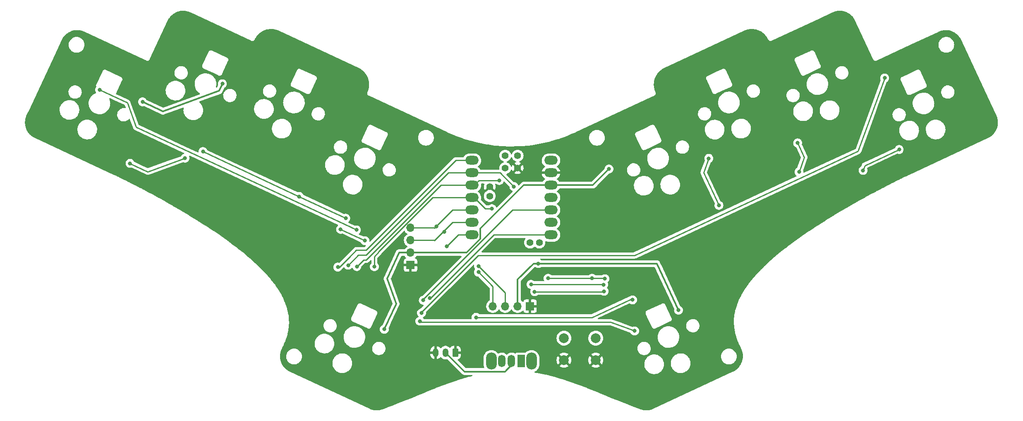
<source format=gtl>
%TF.GenerationSoftware,KiCad,Pcbnew,7.0.5*%
%TF.CreationDate,2023-06-04T15:55:19-04:00*%
%TF.ProjectId,epsilon-kb,65707369-6c6f-46e2-9d6b-622e6b696361,rev?*%
%TF.SameCoordinates,Original*%
%TF.FileFunction,Copper,L1,Top*%
%TF.FilePolarity,Positive*%
%FSLAX46Y46*%
G04 Gerber Fmt 4.6, Leading zero omitted, Abs format (unit mm)*
G04 Created by KiCad (PCBNEW 7.0.5) date 2023-06-04 15:55:19*
%MOMM*%
%LPD*%
G01*
G04 APERTURE LIST*
G04 Aperture macros list*
%AMRoundRect*
0 Rectangle with rounded corners*
0 $1 Rounding radius*
0 $2 $3 $4 $5 $6 $7 $8 $9 X,Y pos of 4 corners*
0 Add a 4 corners polygon primitive as box body*
4,1,4,$2,$3,$4,$5,$6,$7,$8,$9,$2,$3,0*
0 Add four circle primitives for the rounded corners*
1,1,$1+$1,$2,$3*
1,1,$1+$1,$4,$5*
1,1,$1+$1,$6,$7*
1,1,$1+$1,$8,$9*
0 Add four rect primitives between the rounded corners*
20,1,$1+$1,$2,$3,$4,$5,0*
20,1,$1+$1,$4,$5,$6,$7,0*
20,1,$1+$1,$6,$7,$8,$9,0*
20,1,$1+$1,$8,$9,$2,$3,0*%
G04 Aperture macros list end*
%TA.AperFunction,ComponentPad*%
%ADD10O,2.200000X3.500000*%
%TD*%
%TA.AperFunction,ComponentPad*%
%ADD11R,1.500000X2.500000*%
%TD*%
%TA.AperFunction,ComponentPad*%
%ADD12O,1.500000X2.500000*%
%TD*%
%TA.AperFunction,ComponentPad*%
%ADD13O,2.750000X1.800000*%
%TD*%
%TA.AperFunction,ComponentPad*%
%ADD14C,1.397000*%
%TD*%
%TA.AperFunction,ComponentPad*%
%ADD15C,2.000000*%
%TD*%
%TA.AperFunction,ComponentPad*%
%ADD16R,1.700000X1.700000*%
%TD*%
%TA.AperFunction,ComponentPad*%
%ADD17O,1.700000X1.700000*%
%TD*%
%TA.AperFunction,ComponentPad*%
%ADD18RoundRect,0.250000X0.350000X0.625000X-0.350000X0.625000X-0.350000X-0.625000X0.350000X-0.625000X0*%
%TD*%
%TA.AperFunction,ComponentPad*%
%ADD19O,1.200000X1.750000*%
%TD*%
%TA.AperFunction,ViaPad*%
%ADD20C,0.800000*%
%TD*%
%TA.AperFunction,Conductor*%
%ADD21C,0.350000*%
%TD*%
%TA.AperFunction,Conductor*%
%ADD22C,0.250000*%
%TD*%
G04 APERTURE END LIST*
D10*
%TO.P,SW11,*%
%TO.N,*%
X145900002Y-126952500D03*
X154100002Y-126952500D03*
D11*
%TO.P,SW11,1,A*%
%TO.N,unconnected-(SW11-Pad1)*%
X152000002Y-126952500D03*
D12*
%TO.P,SW11,2,B*%
%TO.N,/B+*%
X150000002Y-126952500D03*
%TO.P,SW11,3,C*%
%TO.N,+BATT*%
X148000002Y-126952500D03*
%TD*%
D13*
%TO.P,U1,1,A2/0.02_H*%
%TO.N,C1*%
X141905001Y-85879999D03*
%TO.P,U1,2,A4/0.03_H*%
%TO.N,C2*%
X141905001Y-88419999D03*
%TO.P,U1,3,A10/0.28*%
%TO.N,C3*%
X141905001Y-90959999D03*
%TO.P,U1,4,A11/0.29*%
%TO.N,C4*%
X141905001Y-93499999D03*
%TO.P,U1,5,A8_SDA/0.04_H*%
%TO.N,/SDA*%
X141905001Y-96039999D03*
%TO.P,U1,6,A9_SCL/0.05_H*%
%TO.N,/SCL*%
X141905001Y-98579999D03*
%TO.P,U1,7,B8_TX/1.11*%
%TO.N,/LED_IN*%
X141905001Y-101119999D03*
%TO.P,U1,8,B9_RX/1.12*%
%TO.N,R1*%
X158095001Y-101119999D03*
%TO.P,U1,9,A7_SCK/1.13*%
%TO.N,R2*%
X158095001Y-98579999D03*
%TO.P,U1,10,A5_MISO/1.14*%
%TO.N,R3*%
X158095001Y-96039999D03*
%TO.P,U1,11,A6_MOSI/1.15*%
%TO.N,unconnected-(U1-Pad11)*%
X158095001Y-93499999D03*
%TO.P,U1,12,3V3*%
%TO.N,+3V3*%
X158095001Y-90959999D03*
%TO.P,U1,13,GND*%
%TO.N,GND*%
X158095001Y-88419999D03*
%TO.P,U1,14,5V*%
%TO.N,+5V*%
X158095001Y-85879999D03*
D14*
%TO.P,U1,15,A31_SWDIO*%
%TO.N,unconnected-(U1-Pad15)*%
X148730001Y-84927999D03*
%TO.P,U1,16,A30_SWCLK*%
%TO.N,unconnected-(U1-Pad16)*%
X151270001Y-84927999D03*
%TO.P,U1,17,RESET*%
%TO.N,/RST*%
X148730001Y-87467999D03*
%TO.P,U1,18,GND*%
%TO.N,GND*%
X151270001Y-87467999D03*
%TO.P,U1,19,BAT*%
%TO.N,+BATT*%
X145555001Y-93182999D03*
%TO.P,U1,20,GND*%
%TO.N,GND*%
X145555001Y-91277999D03*
%TO.P,U1,21,NFC1/0.09_H*%
%TO.N,unconnected-(U1-Pad21)*%
X153810001Y-102707999D03*
%TO.P,U1,22,NFC2/0.10_H*%
%TO.N,unconnected-(U1-Pad22)*%
X155715001Y-102707999D03*
%TD*%
D15*
%TO.P,SW12,1,1*%
%TO.N,/RST*%
X167250000Y-122250001D03*
X160750000Y-122250001D03*
%TO.P,SW12,2,2*%
%TO.N,GND*%
X160750000Y-126750001D03*
X167250000Y-126750001D03*
%TD*%
D16*
%TO.P,J2,1,GND*%
%TO.N,GND*%
X129350000Y-107300000D03*
D17*
%TO.P,J2,2,VCC*%
%TO.N,+3V3*%
X129350000Y-104760000D03*
%TO.P,J2,3,SCL*%
%TO.N,/SCL*%
X129350000Y-102220000D03*
%TO.P,J2,4,SDA*%
%TO.N,/SDA*%
X129350000Y-99680000D03*
%TD*%
D16*
%TO.P,J1,1,GND*%
%TO.N,GND*%
X153810000Y-115700000D03*
D17*
%TO.P,J1,2,VCC*%
%TO.N,+3V3*%
X151270000Y-115700000D03*
%TO.P,J1,3,SCL*%
%TO.N,/SCL*%
X148730000Y-115700000D03*
%TO.P,J1,4,SDA*%
%TO.N,/SDA*%
X146190000Y-115700000D03*
%TD*%
D18*
%TO.P,BT1,1,Pin_1*%
%TO.N,GND*%
X138500000Y-125200000D03*
D19*
%TO.P,BT1,2,Pin_2*%
%TO.N,/B+*%
X136500000Y-125200000D03*
%TO.P,BT1,3,Pin_3*%
%TO.N,GND*%
X134500000Y-125200000D03*
%TD*%
D20*
%TO.N,GND*%
X102750001Y-66500000D03*
X63000000Y-67250000D03*
X85000000Y-63000000D03*
X117500000Y-78250000D03*
X131750000Y-106750000D03*
X228250000Y-69500000D03*
X118250000Y-114500000D03*
X144000000Y-92250000D03*
%TO.N,+3V3*%
X169959023Y-87632716D03*
X123971160Y-120425398D03*
X155500000Y-107000000D03*
X184186691Y-116514514D03*
X74494946Y-73907480D03*
X90835361Y-70217517D03*
%TO.N,/LED_IN*%
X118271320Y-100113472D03*
X136750000Y-103500000D03*
X65704248Y-71463377D03*
%TO.N,R1*%
X86852243Y-84083294D03*
X83197697Y-85413440D03*
X106564438Y-93275241D03*
X116080669Y-97712733D03*
X71931141Y-86504182D03*
X133302958Y-114018951D03*
%TO.N,R3*%
X142750000Y-118000000D03*
X174789135Y-114410936D03*
X131956657Y-114500000D03*
%TO.N,/SCL*%
X143250001Y-107500000D03*
X136250000Y-100499999D03*
%TO.N,/SDA*%
X143250000Y-108750000D03*
X134625000Y-99375000D03*
%TO.N,C1*%
X114452488Y-107711434D03*
%TO.N,C2*%
X190387076Y-85473706D03*
X166500000Y-110000000D03*
X169121734Y-110090710D03*
X150500000Y-91250000D03*
X116566799Y-107318131D03*
X157500000Y-109999999D03*
X192460379Y-95070054D03*
%TO.N,C3*%
X154000001Y-111250000D03*
X168864621Y-111313981D03*
X118364147Y-107604559D03*
X147500000Y-90000000D03*
X208864306Y-88248309D03*
X208579097Y-82312725D03*
%TO.N,C4*%
X115024124Y-99978502D03*
X229345398Y-83663020D03*
X145999999Y-95749999D03*
X168939740Y-112658174D03*
X120008817Y-102302903D03*
X121943575Y-107618607D03*
X154750000Y-112750000D03*
X221958745Y-87935007D03*
%TO.N,Net-(D8-Pad2)*%
X226389510Y-69042393D03*
X131597217Y-117085375D03*
%TO.N,Net-(D10-Pad4)*%
X175205115Y-120770361D03*
X131250000Y-118750001D03*
%TD*%
D21*
%TO.N,+3V3*%
X143655001Y-99844999D02*
X143655001Y-101934497D01*
X157620001Y-90959999D02*
X166631740Y-90959999D01*
X154500000Y-107000000D02*
X151270000Y-110230000D01*
X179750000Y-107000000D02*
X184186691Y-116514514D01*
X127010000Y-104760000D02*
X124531098Y-110076023D01*
X166631740Y-90959999D02*
X169959023Y-87632716D01*
X143655001Y-101934497D02*
X140829499Y-104760000D01*
X140829499Y-104760000D02*
X129350000Y-104760000D01*
X126401215Y-115214128D02*
X123971160Y-120425398D01*
X124531098Y-110076023D02*
X126401215Y-115214128D01*
X154500000Y-107000000D02*
X179750000Y-107000000D01*
X157620001Y-90959999D02*
X152540001Y-90959999D01*
X151270000Y-110230000D02*
X151270000Y-115700001D01*
X90161894Y-71661771D02*
X90835361Y-70217517D01*
X152540001Y-90959999D02*
X143655001Y-99844999D01*
X74494946Y-73907480D02*
X78658123Y-75848801D01*
X78658123Y-75848801D02*
X90161894Y-71661771D01*
X129350000Y-104760000D02*
X127010000Y-104760000D01*
%TO.N,/B+*%
X140377501Y-129077499D02*
X148672500Y-129077500D01*
X148672500Y-129077500D02*
X150000002Y-127749998D01*
X150000002Y-127749998D02*
X150000002Y-126952500D01*
X136500001Y-125200000D02*
X140377501Y-129077499D01*
D22*
%TO.N,/LED_IN*%
X71368672Y-74104741D02*
X65704248Y-71463377D01*
X73182507Y-79088214D02*
X71368672Y-74104741D01*
X118271320Y-100113472D02*
X73182507Y-79088214D01*
X142380002Y-101120000D02*
X139130002Y-101119999D01*
X139130002Y-101119999D02*
X136750000Y-103500000D01*
%TO.N,R1*%
X106564438Y-93275241D02*
X86852243Y-84083294D01*
X146380001Y-101119999D02*
X133626325Y-113873676D01*
X75556372Y-88194655D02*
X71931141Y-86504182D01*
X83197697Y-85413440D02*
X75556372Y-88194655D01*
X106564438Y-93275241D02*
X116080669Y-97712733D01*
X157620001Y-101120000D02*
X146380001Y-101119999D01*
X133626325Y-113873676D02*
X133488403Y-114011597D01*
%TO.N,R3*%
X131956657Y-114500000D02*
X131956657Y-114339948D01*
X150256607Y-96039999D02*
X157620001Y-96039999D01*
X174789135Y-114410936D02*
X174456446Y-114289848D01*
X131956657Y-114339948D02*
X150256607Y-96039999D01*
X174456446Y-114289848D02*
X166500000Y-117999999D01*
X142750000Y-118000000D02*
X166500000Y-117999999D01*
%TO.N,/SCL*%
X134220000Y-102220000D02*
X129349999Y-102220000D01*
X148730000Y-115700000D02*
X148729999Y-112980001D01*
X134250000Y-102250001D02*
X134220000Y-102220000D01*
X148729999Y-112980001D02*
X143250001Y-107500000D01*
X142380001Y-98579999D02*
X137920001Y-98579999D01*
X137920001Y-98579999D02*
X134250000Y-102250001D01*
%TO.N,/SDA*%
X134180002Y-99680000D02*
X129350000Y-99680001D01*
X143250000Y-108750000D02*
X146190000Y-111690000D01*
X134250000Y-99750000D02*
X134180002Y-99680000D01*
X137960001Y-96039999D02*
X134250000Y-99750000D01*
X146190000Y-111690000D02*
X146190001Y-115700000D01*
X142380001Y-96039999D02*
X137960001Y-96039999D01*
%TO.N,C1*%
X114749999Y-107750001D02*
X114249999Y-107750000D01*
X118250001Y-104250000D02*
X116750000Y-105749999D01*
X114292315Y-107769732D02*
X114452488Y-107711434D01*
X120250000Y-104250000D02*
X118250001Y-104250000D01*
X114249999Y-107750000D02*
X114292315Y-107769732D01*
X116750000Y-105749999D02*
X114749999Y-107750001D01*
X138620001Y-85879999D02*
X120250000Y-104250000D01*
X142380002Y-85879999D02*
X138620001Y-85879999D01*
%TO.N,C2*%
X120249999Y-105250000D02*
X118634929Y-105249999D01*
X142380001Y-88419999D02*
X147669999Y-88419998D01*
X142380001Y-88419999D02*
X137080001Y-88420000D01*
X190387076Y-85473706D02*
X189334308Y-88366168D01*
X137080001Y-88420000D02*
X120249999Y-105250000D01*
X118634929Y-105249999D02*
X116566799Y-107318131D01*
X147669999Y-88419998D02*
X150500000Y-91250000D01*
X157500000Y-109999999D02*
X169000001Y-110000000D01*
X189334308Y-88366168D02*
X192460379Y-95070054D01*
%TO.N,C3*%
X143340000Y-89999999D02*
X147500000Y-90000000D01*
X118364147Y-107604559D02*
X119718706Y-106250000D01*
X135540001Y-90959999D02*
X142380001Y-90959999D01*
X209952608Y-85258227D02*
X208864306Y-88248309D01*
X208579097Y-82312725D02*
X209952608Y-85258227D01*
X120250001Y-106249999D02*
X135540001Y-90959999D01*
X154000001Y-111250000D02*
X169000000Y-111250001D01*
X142380001Y-90959999D02*
X143340000Y-89999999D01*
X119718706Y-106250000D02*
X120250001Y-106249999D01*
%TO.N,C4*%
X144630002Y-95750001D02*
X145999999Y-95749999D01*
X122809150Y-104690850D02*
X122809150Y-104559150D01*
X121943575Y-105556424D02*
X122809150Y-104690850D01*
X154750000Y-112750000D02*
X169000000Y-112750000D01*
X133868300Y-93499998D02*
X122809150Y-104559150D01*
X115024124Y-99978502D02*
X120008817Y-102302903D01*
X121943575Y-107618607D02*
X121943575Y-105556424D01*
X142380002Y-93499999D02*
X144630002Y-95750001D01*
X229345398Y-83663020D02*
X222321513Y-86938312D01*
X142380002Y-93499999D02*
X133868300Y-93499998D01*
X222321513Y-86938312D02*
X221958745Y-87935007D01*
%TO.N,Net-(D8-Pad2)*%
X226389510Y-69042393D02*
X220948002Y-83992811D01*
X175179460Y-105335033D02*
X143164967Y-105335033D01*
X220948002Y-83992811D02*
X175179460Y-105335033D01*
X143164967Y-105335033D02*
X131500000Y-117000001D01*
%TO.N,Net-(D10-Pad4)*%
X131500000Y-119000000D02*
X131250000Y-118750001D01*
X175205115Y-120770361D02*
X170289931Y-118981381D01*
X170289931Y-118981381D02*
X170250000Y-119000001D01*
X170250000Y-119000001D02*
X131500000Y-119000000D01*
%TD*%
%TA.AperFunction,Conductor*%
%TO.N,GND*%
G36*
X217236125Y-55286454D02*
G01*
X217395927Y-55292371D01*
X217398959Y-55292483D01*
X217405057Y-55292857D01*
X217567002Y-55306737D01*
X217573029Y-55307400D01*
X217651506Y-55317959D01*
X217733814Y-55329034D01*
X217739794Y-55329986D01*
X217852149Y-55350643D01*
X217899105Y-55359276D01*
X217904977Y-55360501D01*
X218062564Y-55397352D01*
X218068391Y-55398862D01*
X218223930Y-55443167D01*
X218229671Y-55444952D01*
X218382867Y-55496609D01*
X218388513Y-55498664D01*
X218499726Y-55542172D01*
X218539057Y-55557559D01*
X218544599Y-55559880D01*
X218692245Y-55625927D01*
X218697679Y-55628516D01*
X218842039Y-55701558D01*
X218847344Y-55704403D01*
X218947103Y-55761035D01*
X218988233Y-55784384D01*
X218993426Y-55787500D01*
X219130502Y-55874281D01*
X219135557Y-55877655D01*
X219268517Y-55971105D01*
X219273429Y-55974739D01*
X219402010Y-56074765D01*
X219406764Y-56078652D01*
X219530732Y-56185179D01*
X219535316Y-56189318D01*
X219654345Y-56302199D01*
X219658746Y-56306583D01*
X219772634Y-56425787D01*
X219776811Y-56430383D01*
X219885247Y-56555772D01*
X219889237Y-56560625D01*
X219991976Y-56692146D01*
X219995735Y-56697214D01*
X220092541Y-56834826D01*
X220096038Y-56840074D01*
X220186643Y-56983722D01*
X220189879Y-56989150D01*
X220274023Y-57138796D01*
X220276994Y-57144410D01*
X220357957Y-57307164D01*
X220359328Y-57310008D01*
X223993875Y-65104321D01*
X224032552Y-65187265D01*
X224039506Y-65205889D01*
X224041325Y-65212252D01*
X224045791Y-65227879D01*
X224050581Y-65235471D01*
X224050582Y-65235473D01*
X224062162Y-65253827D01*
X224070116Y-65268507D01*
X224079171Y-65288239D01*
X224079174Y-65288244D01*
X224082917Y-65296400D01*
X224088799Y-65303179D01*
X224088802Y-65303183D01*
X224099015Y-65314953D01*
X224110408Y-65330292D01*
X224123516Y-65351066D01*
X224126567Y-65353761D01*
X224128794Y-65357170D01*
X224135303Y-65362739D01*
X224135306Y-65362742D01*
X224148305Y-65373864D01*
X224161557Y-65387023D01*
X224172497Y-65399631D01*
X224172500Y-65399633D01*
X224178382Y-65406412D01*
X224199045Y-65419703D01*
X224214277Y-65431223D01*
X224232691Y-65447486D01*
X224236377Y-65449216D01*
X224239470Y-65451863D01*
X224262885Y-65462411D01*
X224279289Y-65471317D01*
X224300886Y-65485209D01*
X224324443Y-65492165D01*
X224342302Y-65498948D01*
X224364540Y-65509389D01*
X224368562Y-65510015D01*
X224372275Y-65511688D01*
X224380747Y-65512871D01*
X224397704Y-65515239D01*
X224415957Y-65519186D01*
X224431968Y-65523913D01*
X224431970Y-65523913D01*
X224440581Y-65526456D01*
X224470149Y-65526533D01*
X224487245Y-65527744D01*
X224497016Y-65529108D01*
X224507645Y-65530593D01*
X224507647Y-65530593D01*
X224516533Y-65531834D01*
X224525417Y-65530530D01*
X224541935Y-65528106D01*
X224560561Y-65526770D01*
X224577261Y-65526814D01*
X224577265Y-65526813D01*
X224586238Y-65526837D01*
X224613572Y-65518922D01*
X224630754Y-65515223D01*
X224650258Y-65512430D01*
X224650261Y-65512429D01*
X224658927Y-65511188D01*
X224659754Y-65510812D01*
X224660647Y-65510681D01*
X224691950Y-65496316D01*
X224692669Y-65496017D01*
X224693740Y-65495707D01*
X224721951Y-65482552D01*
X224722628Y-65482239D01*
X224725923Y-65480727D01*
X224726230Y-65480587D01*
X224786761Y-65453065D01*
X224786764Y-65453063D01*
X224791522Y-65450900D01*
X224792206Y-65450311D01*
X224793031Y-65449932D01*
X224794076Y-65449025D01*
X224795311Y-65448343D01*
X224799605Y-65446341D01*
X231654141Y-62250000D01*
X237386526Y-62250000D01*
X237406391Y-62502403D01*
X237465495Y-62748591D01*
X237562384Y-62982502D01*
X237694672Y-63198376D01*
X237859102Y-63390898D01*
X237862858Y-63394106D01*
X237865820Y-63396636D01*
X238051624Y-63555328D01*
X238267498Y-63687616D01*
X238272068Y-63689509D01*
X238272072Y-63689511D01*
X238426761Y-63753585D01*
X238501409Y-63784505D01*
X238586032Y-63804821D01*
X238742784Y-63842454D01*
X238742790Y-63842455D01*
X238747597Y-63843609D01*
X238847416Y-63851465D01*
X238934345Y-63858307D01*
X238934352Y-63858307D01*
X238936801Y-63858500D01*
X239063199Y-63858500D01*
X239065648Y-63858307D01*
X239065655Y-63858307D01*
X239152584Y-63851465D01*
X239252403Y-63843609D01*
X239257210Y-63842455D01*
X239257216Y-63842454D01*
X239413968Y-63804821D01*
X239498591Y-63784505D01*
X239573239Y-63753585D01*
X239727928Y-63689511D01*
X239727932Y-63689509D01*
X239732502Y-63687616D01*
X239948376Y-63555328D01*
X240134180Y-63396636D01*
X240137142Y-63394106D01*
X240140898Y-63390898D01*
X240305328Y-63198376D01*
X240437616Y-62982502D01*
X240534505Y-62748591D01*
X240593609Y-62502403D01*
X240613474Y-62250000D01*
X240593609Y-61997597D01*
X240534505Y-61751409D01*
X240437616Y-61517498D01*
X240410568Y-61473360D01*
X240307910Y-61305837D01*
X240307908Y-61305835D01*
X240305328Y-61301624D01*
X240140898Y-61109102D01*
X239948376Y-60944672D01*
X239732502Y-60812384D01*
X239727932Y-60810491D01*
X239727928Y-60810489D01*
X239503164Y-60717389D01*
X239503162Y-60717388D01*
X239498591Y-60715495D01*
X239413968Y-60695179D01*
X239257216Y-60657546D01*
X239257210Y-60657545D01*
X239252403Y-60656391D01*
X239152584Y-60648535D01*
X239065655Y-60641693D01*
X239065648Y-60641693D01*
X239063199Y-60641500D01*
X238936801Y-60641500D01*
X238934352Y-60641693D01*
X238934345Y-60641693D01*
X238847416Y-60648535D01*
X238747597Y-60656391D01*
X238742790Y-60657545D01*
X238742784Y-60657546D01*
X238586032Y-60695179D01*
X238501409Y-60715495D01*
X238496838Y-60717388D01*
X238496836Y-60717389D01*
X238272072Y-60810489D01*
X238272068Y-60810491D01*
X238267498Y-60812384D01*
X238051624Y-60944672D01*
X237859102Y-61109102D01*
X237694672Y-61301624D01*
X237692092Y-61305835D01*
X237692090Y-61305837D01*
X237589432Y-61473360D01*
X237562384Y-61517498D01*
X237465495Y-61751409D01*
X237406391Y-61997597D01*
X237386526Y-62250000D01*
X231654141Y-62250000D01*
X237410672Y-59565670D01*
X237413573Y-59564362D01*
X237434808Y-59555106D01*
X237580235Y-59491716D01*
X237586114Y-59489329D01*
X237746743Y-59428784D01*
X237752753Y-59426691D01*
X237789578Y-59414897D01*
X237914477Y-59374896D01*
X237920541Y-59373121D01*
X238083137Y-59329933D01*
X238089254Y-59328471D01*
X238150241Y-59315503D01*
X238252507Y-59293759D01*
X238258681Y-59292606D01*
X238422360Y-59266250D01*
X238428550Y-59265411D01*
X238473179Y-59260479D01*
X238592400Y-59247303D01*
X238598561Y-59246775D01*
X238690145Y-59241203D01*
X238762321Y-59236812D01*
X238768492Y-59236588D01*
X238854218Y-59235581D01*
X238931910Y-59234668D01*
X238938034Y-59234745D01*
X239082360Y-59240088D01*
X239100860Y-59240773D01*
X239106958Y-59241147D01*
X239268901Y-59255027D01*
X239274942Y-59255692D01*
X239353417Y-59266250D01*
X239435725Y-59277324D01*
X239441674Y-59278271D01*
X239598757Y-59307149D01*
X239601003Y-59307562D01*
X239606910Y-59308795D01*
X239764466Y-59345638D01*
X239770292Y-59347148D01*
X239925861Y-59391463D01*
X239931563Y-59393235D01*
X240084769Y-59444894D01*
X240090415Y-59446949D01*
X240198730Y-59489323D01*
X240238036Y-59504700D01*
X240240947Y-59505839D01*
X240246493Y-59508163D01*
X240394136Y-59574209D01*
X240399567Y-59576795D01*
X240399718Y-59576872D01*
X240543959Y-59649853D01*
X240549278Y-59652706D01*
X240690145Y-59732674D01*
X240695336Y-59735788D01*
X240832392Y-59822552D01*
X240837451Y-59825929D01*
X240970430Y-59919395D01*
X240975341Y-59923027D01*
X241103941Y-60023067D01*
X241108695Y-60026955D01*
X241204278Y-60109090D01*
X241232641Y-60133463D01*
X241237223Y-60137600D01*
X241349434Y-60244013D01*
X241356270Y-60250496D01*
X241360645Y-60254854D01*
X241474528Y-60374054D01*
X241478726Y-60378672D01*
X241587197Y-60504102D01*
X241591146Y-60508907D01*
X241693895Y-60640436D01*
X241697656Y-60645508D01*
X241794446Y-60783099D01*
X241797950Y-60788354D01*
X241888568Y-60932023D01*
X241891795Y-60937438D01*
X241975937Y-61087079D01*
X241978916Y-61092706D01*
X242013255Y-61161738D01*
X242059899Y-61255505D01*
X242061281Y-61258373D01*
X248276231Y-74586346D01*
X249185657Y-76536612D01*
X249239469Y-76652013D01*
X249240779Y-76654918D01*
X249313018Y-76820653D01*
X249315408Y-76826539D01*
X249375950Y-76987178D01*
X249378031Y-76993150D01*
X249429834Y-77154908D01*
X249431603Y-77160951D01*
X249458477Y-77262136D01*
X249474794Y-77323575D01*
X249476261Y-77329714D01*
X249483729Y-77364839D01*
X249510147Y-77489087D01*
X249510967Y-77492946D01*
X249512119Y-77499113D01*
X249519938Y-77547681D01*
X249538468Y-77662767D01*
X249539308Y-77668958D01*
X249557410Y-77832791D01*
X249557940Y-77838979D01*
X249567902Y-78002752D01*
X249568125Y-78008925D01*
X249569540Y-78129559D01*
X249569923Y-78162220D01*
X249570041Y-78172320D01*
X249569964Y-78178460D01*
X249563934Y-78341298D01*
X249563560Y-78347395D01*
X249549680Y-78509331D01*
X249549018Y-78515351D01*
X249527384Y-78676121D01*
X249526434Y-78682090D01*
X249497141Y-78841418D01*
X249495908Y-78847325D01*
X249459055Y-79004915D01*
X249457544Y-79010744D01*
X249413244Y-79166253D01*
X249411460Y-79171993D01*
X249359803Y-79325185D01*
X249357748Y-79330831D01*
X249298850Y-79481381D01*
X249296526Y-79486926D01*
X249230483Y-79634562D01*
X249227904Y-79639978D01*
X249154851Y-79784361D01*
X249154847Y-79784368D01*
X249152000Y-79789677D01*
X249081686Y-79913533D01*
X249072021Y-79930558D01*
X249068913Y-79935739D01*
X248982135Y-80072814D01*
X248978773Y-80077850D01*
X248922354Y-80158120D01*
X248885294Y-80210847D01*
X248881661Y-80215758D01*
X248786344Y-80338286D01*
X248781631Y-80344344D01*
X248777768Y-80349069D01*
X248671209Y-80473073D01*
X248667112Y-80477611D01*
X248554187Y-80596685D01*
X248549819Y-80601069D01*
X248430632Y-80714941D01*
X248426009Y-80719143D01*
X248300630Y-80827568D01*
X248295778Y-80831557D01*
X248164257Y-80934297D01*
X248159186Y-80938057D01*
X248021602Y-81034842D01*
X248016327Y-81038359D01*
X248003506Y-81046446D01*
X247886014Y-81120554D01*
X247872696Y-81128954D01*
X247867230Y-81132211D01*
X247717620Y-81216333D01*
X247711994Y-81219312D01*
X247549172Y-81300309D01*
X247546374Y-81301657D01*
X231300576Y-88877197D01*
X231275608Y-88888840D01*
X231275016Y-88889090D01*
X231274312Y-88889296D01*
X231239594Y-88905631D01*
X231239401Y-88905722D01*
X231239008Y-88905906D01*
X231206963Y-88920849D01*
X231206353Y-88921247D01*
X231205777Y-88921542D01*
X230796454Y-89114134D01*
X230787464Y-89118364D01*
X230786232Y-89118891D01*
X230784909Y-89119288D01*
X230781557Y-89120891D01*
X230781558Y-89120891D01*
X230749779Y-89136092D01*
X230749052Y-89136436D01*
X230722215Y-89149063D01*
X230722199Y-89149071D01*
X230719071Y-89150543D01*
X230717988Y-89151256D01*
X230716953Y-89151793D01*
X230274683Y-89363348D01*
X230273646Y-89363799D01*
X230272473Y-89364159D01*
X230269483Y-89365611D01*
X230269471Y-89365616D01*
X230238571Y-89380619D01*
X230237909Y-89380938D01*
X230209576Y-89394491D01*
X230209556Y-89394502D01*
X230206576Y-89395927D01*
X230205554Y-89396608D01*
X230204537Y-89397144D01*
X230145415Y-89425850D01*
X229739158Y-89623103D01*
X229738238Y-89623510D01*
X229737153Y-89623849D01*
X229734371Y-89625218D01*
X229734367Y-89625220D01*
X229703180Y-89640569D01*
X229702579Y-89640863D01*
X229673985Y-89654747D01*
X229673974Y-89654753D01*
X229671216Y-89656092D01*
X229670281Y-89656724D01*
X229669360Y-89657215D01*
X229180908Y-89897624D01*
X229180106Y-89897983D01*
X229179137Y-89898292D01*
X229146592Y-89914513D01*
X229146032Y-89914791D01*
X229113200Y-89930950D01*
X229112294Y-89931569D01*
X229111375Y-89932065D01*
X228600516Y-90186687D01*
X228599701Y-90187057D01*
X228598748Y-90187365D01*
X228564512Y-90204632D01*
X228564172Y-90204802D01*
X228535316Y-90219183D01*
X228535296Y-90219194D01*
X228532848Y-90220414D01*
X228532025Y-90220983D01*
X228531249Y-90221407D01*
X227998109Y-90490288D01*
X227997350Y-90490637D01*
X227996442Y-90490935D01*
X227994091Y-90492134D01*
X227994080Y-90492139D01*
X227983388Y-90497592D01*
X227962429Y-90508281D01*
X227962374Y-90508309D01*
X227961869Y-90508565D01*
X227932927Y-90523161D01*
X227932909Y-90523171D01*
X227930587Y-90524342D01*
X227929815Y-90524881D01*
X227929064Y-90525296D01*
X227374424Y-90808150D01*
X227373616Y-90808526D01*
X227372716Y-90808825D01*
X227370371Y-90810034D01*
X227370364Y-90810037D01*
X227351356Y-90819835D01*
X227336947Y-90827262D01*
X227306936Y-90842567D01*
X227306213Y-90843077D01*
X227305572Y-90843435D01*
X227161914Y-90917483D01*
X226729749Y-91140241D01*
X226729032Y-91140578D01*
X226728198Y-91140860D01*
X226694403Y-91158459D01*
X226693944Y-91158697D01*
X226662500Y-91174905D01*
X226661775Y-91175420D01*
X226661071Y-91175817D01*
X226065068Y-91486197D01*
X226064372Y-91486527D01*
X226063543Y-91486811D01*
X226061390Y-91487943D01*
X226061389Y-91487944D01*
X226029503Y-91504717D01*
X226029092Y-91504932D01*
X225997959Y-91521145D01*
X225997249Y-91521654D01*
X225996578Y-91522036D01*
X225381022Y-91845836D01*
X225380341Y-91846162D01*
X225379519Y-91846448D01*
X225345852Y-91864335D01*
X225345394Y-91864577D01*
X225334973Y-91870059D01*
X225314069Y-91881055D01*
X225313361Y-91881568D01*
X225312688Y-91881954D01*
X225244040Y-91918426D01*
X224678495Y-92218892D01*
X224677800Y-92219229D01*
X224676984Y-92219516D01*
X224674848Y-92220662D01*
X224674844Y-92220664D01*
X224643198Y-92237643D01*
X224642744Y-92237885D01*
X224613812Y-92253256D01*
X224613783Y-92253273D01*
X224611669Y-92254396D01*
X224610967Y-92254908D01*
X224610315Y-92255287D01*
X224138935Y-92508205D01*
X223958317Y-92605115D01*
X223957625Y-92605454D01*
X223956799Y-92605749D01*
X223954642Y-92606918D01*
X223923253Y-92623928D01*
X223922863Y-92624139D01*
X223891655Y-92640883D01*
X223890944Y-92641407D01*
X223890261Y-92641807D01*
X223221529Y-93004202D01*
X223220808Y-93004559D01*
X223219966Y-93004863D01*
X223215145Y-93007502D01*
X223186332Y-93023274D01*
X223186022Y-93023443D01*
X223155003Y-93040253D01*
X223154291Y-93040781D01*
X223153609Y-93041185D01*
X222468899Y-93415993D01*
X222467751Y-93416570D01*
X222466451Y-93417049D01*
X222433518Y-93435360D01*
X222432947Y-93435674D01*
X222405966Y-93450443D01*
X222405960Y-93450446D01*
X222402733Y-93452213D01*
X222401629Y-93453041D01*
X222400506Y-93453713D01*
X220922383Y-94275528D01*
X220920689Y-94276396D01*
X220918882Y-94277081D01*
X220914652Y-94279484D01*
X220914653Y-94279484D01*
X220887105Y-94295136D01*
X220886087Y-94295708D01*
X220860550Y-94309906D01*
X220860541Y-94309912D01*
X220856627Y-94312088D01*
X220855077Y-94313266D01*
X220853407Y-94314284D01*
X219326222Y-95182035D01*
X219324273Y-95183057D01*
X219322268Y-95183841D01*
X219318065Y-95186286D01*
X219290065Y-95202573D01*
X219288960Y-95203208D01*
X219280268Y-95208147D01*
X219260759Y-95219232D01*
X219259123Y-95220499D01*
X219257385Y-95221583D01*
X217690816Y-96132823D01*
X217688761Y-96133930D01*
X217686623Y-96134792D01*
X217682438Y-96137289D01*
X217682435Y-96137291D01*
X217656142Y-96152982D01*
X217654925Y-96153700D01*
X217639891Y-96162445D01*
X217625955Y-96170551D01*
X217624105Y-96172014D01*
X217621996Y-96173360D01*
X217566605Y-96206416D01*
X216027212Y-97125090D01*
X216024915Y-97126361D01*
X216022549Y-97127351D01*
X216018398Y-97129899D01*
X216018395Y-97129901D01*
X215992856Y-97145580D01*
X215991503Y-97146400D01*
X215962881Y-97163481D01*
X215960821Y-97165148D01*
X215958381Y-97166746D01*
X214346709Y-98156213D01*
X214343936Y-98157797D01*
X214341245Y-98158968D01*
X214337134Y-98161573D01*
X214311565Y-98177774D01*
X214310049Y-98178720D01*
X214309569Y-98179015D01*
X214282791Y-98195455D01*
X214280546Y-98197319D01*
X214277821Y-98199156D01*
X213197755Y-98883547D01*
X212684883Y-99208532D01*
X212660748Y-99223825D01*
X212657487Y-99225754D01*
X212654455Y-99227132D01*
X212625796Y-99245948D01*
X212625609Y-99246071D01*
X212623903Y-99247172D01*
X212597406Y-99263962D01*
X212594893Y-99266109D01*
X212591712Y-99268326D01*
X210993515Y-100317621D01*
X210981648Y-100325412D01*
X210977785Y-100327789D01*
X210974363Y-100329421D01*
X210948370Y-100347185D01*
X210946466Y-100348486D01*
X210944617Y-100349725D01*
X210918959Y-100366570D01*
X210916131Y-100369066D01*
X210912329Y-100371813D01*
X209322054Y-101458579D01*
X209317391Y-101461578D01*
X209313530Y-101463522D01*
X209309573Y-101466352D01*
X209309571Y-101466353D01*
X209286804Y-101482635D01*
X209284641Y-101484148D01*
X209260051Y-101500952D01*
X209256881Y-101503857D01*
X209252264Y-101507336D01*
X207695028Y-102620982D01*
X207689551Y-102624686D01*
X207689077Y-102624989D01*
X207684785Y-102627284D01*
X207659030Y-102646681D01*
X207656568Y-102648487D01*
X207633583Y-102664925D01*
X207630345Y-102668022D01*
X207629116Y-102669040D01*
X207624528Y-102672666D01*
X206747330Y-103333327D01*
X206148245Y-103784528D01*
X206113379Y-103810787D01*
X206108405Y-103814347D01*
X206105536Y-103816297D01*
X206101310Y-103818715D01*
X206097511Y-103821751D01*
X206097505Y-103821755D01*
X206077466Y-103837770D01*
X206074635Y-103839966D01*
X206052733Y-103856462D01*
X206049569Y-103859641D01*
X206046190Y-103862585D01*
X206046073Y-103862451D01*
X206041920Y-103866177D01*
X205694757Y-104143614D01*
X204589655Y-105026762D01*
X204584361Y-105030769D01*
X204584259Y-105030842D01*
X204580092Y-105033364D01*
X204555848Y-105053733D01*
X204553586Y-105055586D01*
X204530884Y-105073729D01*
X204527814Y-105076996D01*
X204526465Y-105078241D01*
X204522063Y-105082117D01*
X204409042Y-105177073D01*
X203850630Y-105646227D01*
X203847150Y-105648980D01*
X203844004Y-105650963D01*
X203840331Y-105654165D01*
X203840329Y-105654166D01*
X203818452Y-105673235D01*
X203816786Y-105674662D01*
X203793199Y-105694478D01*
X203790736Y-105697231D01*
X203787375Y-105700321D01*
X203134866Y-106269054D01*
X203131007Y-106272227D01*
X203127644Y-106274440D01*
X203117397Y-106283732D01*
X203102754Y-106297010D01*
X203100905Y-106298654D01*
X203081623Y-106315460D01*
X203081615Y-106315468D01*
X203078242Y-106318408D01*
X203075653Y-106321410D01*
X203072008Y-106324891D01*
X202453838Y-106885452D01*
X202440440Y-106897601D01*
X202436224Y-106901213D01*
X202432662Y-106903668D01*
X202429132Y-106907009D01*
X202429121Y-106907018D01*
X202408772Y-106926278D01*
X202406834Y-106928074D01*
X202384802Y-106948053D01*
X202382054Y-106951369D01*
X202377962Y-106955439D01*
X201769244Y-107531567D01*
X201764567Y-107535761D01*
X201760777Y-107538505D01*
X201745148Y-107554000D01*
X201737869Y-107561216D01*
X201735771Y-107563249D01*
X201714592Y-107583294D01*
X201711806Y-107586806D01*
X201711370Y-107587282D01*
X201707180Y-107591641D01*
X201122892Y-108170900D01*
X201118126Y-108175385D01*
X201117548Y-108175901D01*
X201113688Y-108178847D01*
X201091765Y-108201706D01*
X201089596Y-108203911D01*
X201069325Y-108224007D01*
X201066623Y-108227580D01*
X201065143Y-108229272D01*
X201061243Y-108233529D01*
X201009665Y-108287308D01*
X200503068Y-108815520D01*
X200498615Y-108819938D01*
X200496907Y-108821550D01*
X200493126Y-108824603D01*
X200489861Y-108828200D01*
X200489849Y-108828211D01*
X200472461Y-108847365D01*
X200470108Y-108849887D01*
X200459813Y-108860622D01*
X200450719Y-108870104D01*
X200448107Y-108873745D01*
X200445447Y-108876945D01*
X200441839Y-108881098D01*
X200168492Y-109182210D01*
X199949038Y-109423955D01*
X199911612Y-109465182D01*
X199907491Y-109469511D01*
X199904449Y-109472559D01*
X199900746Y-109475735D01*
X199897579Y-109479440D01*
X199897578Y-109479441D01*
X199881231Y-109498565D01*
X199878746Y-109501386D01*
X199860491Y-109521495D01*
X199857984Y-109525201D01*
X199855207Y-109528735D01*
X199855089Y-109528643D01*
X199851557Y-109533280D01*
X199349495Y-110120622D01*
X199345036Y-110125234D01*
X199345161Y-110125350D01*
X199341829Y-110128913D01*
X199338242Y-110132198D01*
X199319674Y-110155407D01*
X199317096Y-110158525D01*
X199300320Y-110178150D01*
X199297919Y-110181938D01*
X199295261Y-110185536D01*
X199295180Y-110185476D01*
X199291587Y-110190513D01*
X198937925Y-110632562D01*
X198818581Y-110781732D01*
X198813982Y-110786827D01*
X198814064Y-110786899D01*
X198810875Y-110790559D01*
X198807398Y-110793978D01*
X198804491Y-110797887D01*
X198804485Y-110797894D01*
X198790450Y-110816768D01*
X198787758Y-110820258D01*
X198771931Y-110840041D01*
X198769653Y-110843907D01*
X198767109Y-110847597D01*
X198767081Y-110847578D01*
X198763280Y-110853307D01*
X198473167Y-111243435D01*
X198320981Y-111448087D01*
X198316256Y-111453727D01*
X198316291Y-111453755D01*
X198313238Y-111457545D01*
X198309898Y-111461091D01*
X198307144Y-111465109D01*
X198307142Y-111465111D01*
X198294601Y-111483405D01*
X198291783Y-111487350D01*
X198279738Y-111503547D01*
X198279732Y-111503556D01*
X198277061Y-111507148D01*
X198274925Y-111511084D01*
X198273527Y-111513273D01*
X198268570Y-111521376D01*
X198195970Y-111627279D01*
X197858481Y-112119580D01*
X197852507Y-112127321D01*
X197850599Y-112129903D01*
X197847415Y-112133581D01*
X197844835Y-112137703D01*
X197844832Y-112137708D01*
X197833436Y-112155920D01*
X197830549Y-112160327D01*
X197817407Y-112179497D01*
X197815424Y-112183512D01*
X197815390Y-112183570D01*
X197809275Y-112194530D01*
X197755232Y-112280895D01*
X197449882Y-112768869D01*
X197432604Y-112796480D01*
X197424790Y-112807572D01*
X197424728Y-112807664D01*
X197421713Y-112811484D01*
X197409296Y-112833487D01*
X197406407Y-112838345D01*
X197394663Y-112857113D01*
X197392853Y-112861200D01*
X197392398Y-112862228D01*
X197386928Y-112873124D01*
X197045093Y-113478858D01*
X197037976Y-113490047D01*
X197034571Y-113494824D01*
X197032390Y-113499174D01*
X197032389Y-113499176D01*
X197023929Y-113516050D01*
X197021025Y-113521505D01*
X197012784Y-113536108D01*
X197012780Y-113536117D01*
X197010580Y-113540015D01*
X197008954Y-113544187D01*
X197008952Y-113544192D01*
X197008055Y-113546495D01*
X197003291Y-113557217D01*
X196697888Y-114166399D01*
X196691586Y-114177522D01*
X196687699Y-114183636D01*
X196685752Y-114188094D01*
X196685747Y-114188103D01*
X196678557Y-114204564D01*
X196675731Y-114210594D01*
X196668904Y-114224212D01*
X196668900Y-114224221D01*
X196666895Y-114228221D01*
X196665474Y-114232475D01*
X196664347Y-114235846D01*
X196660309Y-114246345D01*
X196392505Y-114859477D01*
X196387041Y-114870490D01*
X196382889Y-114877923D01*
X196381199Y-114882483D01*
X196375390Y-114898155D01*
X196372711Y-114904797D01*
X196365313Y-114921734D01*
X196364118Y-114926060D01*
X196362836Y-114930699D01*
X196359531Y-114940936D01*
X196206641Y-115353390D01*
X196157848Y-115485022D01*
X196130768Y-115558075D01*
X196126148Y-115568946D01*
X196121990Y-115577579D01*
X196120578Y-115582238D01*
X196120576Y-115582242D01*
X196116140Y-115596873D01*
X196113704Y-115604110D01*
X196107620Y-115620522D01*
X196106674Y-115624903D01*
X196106672Y-115624909D01*
X196105362Y-115630975D01*
X196102783Y-115640930D01*
X196077781Y-115723396D01*
X195914637Y-116261493D01*
X195910851Y-116272211D01*
X195908533Y-116277938D01*
X195908531Y-116277946D01*
X195906704Y-116282458D01*
X195902262Y-116301416D01*
X195900177Y-116309183D01*
X195895556Y-116324427D01*
X195893809Y-116335821D01*
X195891948Y-116345444D01*
X195801477Y-116731596D01*
X195745529Y-116970393D01*
X195742570Y-116980935D01*
X195738850Y-116992271D01*
X195736161Y-117008654D01*
X195735905Y-117010216D01*
X195734246Y-117018551D01*
X195731822Y-117028896D01*
X195731821Y-117028905D01*
X195730800Y-117033261D01*
X195730407Y-117037723D01*
X195729680Y-117045974D01*
X195728504Y-117055316D01*
X195715609Y-117133891D01*
X195625452Y-117683244D01*
X195623295Y-117693631D01*
X195621212Y-117701896D01*
X195620023Y-117706614D01*
X195619574Y-117711455D01*
X195619573Y-117711462D01*
X195618363Y-117724522D01*
X195617237Y-117733298D01*
X195615042Y-117746677D01*
X195614883Y-117754490D01*
X195614777Y-117759675D01*
X195614266Y-117768724D01*
X195555626Y-118401322D01*
X195554244Y-118411604D01*
X195552748Y-118420073D01*
X195552747Y-118420083D01*
X195551903Y-118424863D01*
X195551804Y-118429719D01*
X195551804Y-118429724D01*
X195551563Y-118441602D01*
X195551051Y-118450673D01*
X195550208Y-118459764D01*
X195550208Y-118459774D01*
X195549795Y-118464226D01*
X195550018Y-118468696D01*
X195550505Y-118478466D01*
X195550635Y-118487300D01*
X195537727Y-119122676D01*
X195537105Y-119132881D01*
X195535724Y-119146443D01*
X195535982Y-119151309D01*
X195536578Y-119162560D01*
X195536729Y-119171783D01*
X195536456Y-119185245D01*
X195537002Y-119189699D01*
X195537002Y-119189705D01*
X195538264Y-119200008D01*
X195539022Y-119208656D01*
X195572824Y-119846143D01*
X195572952Y-119856323D01*
X195572688Y-119865785D01*
X195572688Y-119865792D01*
X195572553Y-119870650D01*
X195574661Y-119887207D01*
X195575491Y-119896430D01*
X195576164Y-119909131D01*
X195577035Y-119913537D01*
X195577036Y-119913543D01*
X195578941Y-119923180D01*
X195580325Y-119931707D01*
X195600119Y-120087203D01*
X195651923Y-120494169D01*
X195661950Y-120572943D01*
X195662832Y-120583196D01*
X195663437Y-120596657D01*
X195664400Y-120601421D01*
X195664400Y-120601424D01*
X195666666Y-120612635D01*
X195668155Y-120621690D01*
X195669874Y-120635194D01*
X195671062Y-120639506D01*
X195673774Y-120649349D01*
X195675803Y-120657858D01*
X195733570Y-120943741D01*
X195803842Y-121291507D01*
X195805644Y-121300427D01*
X195807292Y-121310789D01*
X195808813Y-121323829D01*
X195810113Y-121328518D01*
X195810116Y-121328531D01*
X195813362Y-121340235D01*
X195815446Y-121348940D01*
X195818208Y-121362605D01*
X195819707Y-121366821D01*
X195819709Y-121366828D01*
X195822895Y-121375788D01*
X195825591Y-121384321D01*
X196004377Y-122028911D01*
X196006813Y-122039420D01*
X196007215Y-122041568D01*
X196009094Y-122051613D01*
X196010714Y-122056202D01*
X196010715Y-122056206D01*
X196015029Y-122068429D01*
X196017630Y-122076691D01*
X196021543Y-122090798D01*
X196023343Y-122094907D01*
X196023343Y-122094908D01*
X196026811Y-122102827D01*
X196030211Y-122111437D01*
X196258358Y-122757781D01*
X196261611Y-122768491D01*
X196263215Y-122774761D01*
X196263219Y-122774772D01*
X196264425Y-122779487D01*
X196266344Y-122783964D01*
X196271833Y-122796771D01*
X196274836Y-122804465D01*
X196280056Y-122819252D01*
X196282134Y-122823228D01*
X196282135Y-122823231D01*
X196285681Y-122830018D01*
X196289818Y-122838731D01*
X196420314Y-123143176D01*
X196563300Y-123476760D01*
X196567531Y-123486632D01*
X196571611Y-123497514D01*
X196574747Y-123507219D01*
X196576935Y-123511559D01*
X196576939Y-123511568D01*
X196583709Y-123524994D01*
X196587012Y-123532084D01*
X196591874Y-123543427D01*
X196591878Y-123543434D01*
X196593641Y-123547548D01*
X196599247Y-123556750D01*
X196599364Y-123556942D01*
X196604268Y-123565769D01*
X196927913Y-124207660D01*
X196928226Y-124208342D01*
X196928464Y-124209070D01*
X196929447Y-124211003D01*
X196929449Y-124211008D01*
X196947933Y-124247368D01*
X196948120Y-124247737D01*
X196953404Y-124258216D01*
X196962122Y-124275506D01*
X196962483Y-124276023D01*
X196962714Y-124276441D01*
X197036114Y-124420825D01*
X197038962Y-124426812D01*
X197111466Y-124590179D01*
X197113991Y-124596296D01*
X197156889Y-124708503D01*
X197177094Y-124761355D01*
X197179287Y-124767575D01*
X197233109Y-124933990D01*
X197234965Y-124940286D01*
X197279645Y-125107792D01*
X197281158Y-125114116D01*
X197297244Y-125190026D01*
X197316845Y-125282526D01*
X197318027Y-125288910D01*
X197344824Y-125457881D01*
X197345671Y-125464282D01*
X197352936Y-125532538D01*
X197363683Y-125633519D01*
X197364200Y-125639913D01*
X197373540Y-125809196D01*
X197373730Y-125815567D01*
X197373985Y-125871996D01*
X197374438Y-125972091D01*
X197374494Y-125984554D01*
X197374363Y-125990880D01*
X197367879Y-126132423D01*
X197366649Y-126159259D01*
X197366204Y-126165534D01*
X197355393Y-126277989D01*
X197350106Y-126332986D01*
X197349349Y-126339218D01*
X197324961Y-126505448D01*
X197323901Y-126511609D01*
X197291339Y-126676214D01*
X197289977Y-126682302D01*
X197249333Y-126844994D01*
X197247675Y-126850995D01*
X197199061Y-127011425D01*
X197197110Y-127017335D01*
X197140631Y-127175175D01*
X197138389Y-127180984D01*
X197074157Y-127335899D01*
X197071626Y-127341599D01*
X196999764Y-127493237D01*
X196996951Y-127498812D01*
X196995115Y-127502237D01*
X196917569Y-127646856D01*
X196914465Y-127652313D01*
X196827678Y-127796436D01*
X196824292Y-127801754D01*
X196730222Y-127941625D01*
X196726563Y-127946781D01*
X196625304Y-128082108D01*
X196621389Y-128087072D01*
X196567018Y-128152553D01*
X196513073Y-128217520D01*
X196508860Y-128222339D01*
X196393559Y-128347629D01*
X196389123Y-128352208D01*
X196266950Y-128472026D01*
X196262213Y-128476437D01*
X196198178Y-128533069D01*
X196133289Y-128590456D01*
X196128284Y-128594657D01*
X195992620Y-128702636D01*
X195987378Y-128706590D01*
X195845047Y-128808231D01*
X195839580Y-128811922D01*
X195690634Y-128906926D01*
X195684962Y-128910338D01*
X195529396Y-128998429D01*
X195523543Y-129001543D01*
X195357606Y-129084299D01*
X195353524Y-129086244D01*
X195301884Y-129109723D01*
X195301881Y-129109725D01*
X195296582Y-129112134D01*
X195294966Y-129113526D01*
X195293156Y-129114521D01*
X179051993Y-136687874D01*
X179049147Y-136689158D01*
X178888925Y-136759090D01*
X178883161Y-136761438D01*
X178727739Y-136820305D01*
X178721876Y-136822362D01*
X178564318Y-136873309D01*
X178558380Y-136875069D01*
X178399026Y-136918072D01*
X178393025Y-136919535D01*
X178232058Y-136954611D01*
X178226044Y-136955769D01*
X178063836Y-136982885D01*
X178057766Y-136983748D01*
X177894606Y-137002892D01*
X177888487Y-137003459D01*
X177724675Y-137014619D01*
X177718536Y-137014887D01*
X177574460Y-137017661D01*
X177554402Y-137018047D01*
X177548257Y-137018015D01*
X177547817Y-137018002D01*
X177384050Y-137013163D01*
X177377937Y-137012833D01*
X177214007Y-136999961D01*
X177207911Y-136999333D01*
X177044489Y-136978418D01*
X177038394Y-136977485D01*
X176957122Y-136963004D01*
X176875857Y-136948524D01*
X176869791Y-136947289D01*
X176748793Y-136919536D01*
X176708394Y-136910270D01*
X176702401Y-136908739D01*
X176542435Y-136863641D01*
X176536478Y-136861801D01*
X176416322Y-136821411D01*
X176372864Y-136806802D01*
X176369013Y-136805438D01*
X176250980Y-136761442D01*
X174897588Y-136256978D01*
X174895933Y-136256348D01*
X173390731Y-135671068D01*
X173389428Y-135670553D01*
X172774891Y-135423698D01*
X171858468Y-135055579D01*
X171857865Y-135055334D01*
X170300553Y-134416858D01*
X170297397Y-134415564D01*
X170297121Y-134415451D01*
X168748346Y-133776191D01*
X168747839Y-133775960D01*
X168747293Y-133775630D01*
X168710479Y-133760561D01*
X168678277Y-133747270D01*
X168677687Y-133747120D01*
X168677209Y-133746943D01*
X167773614Y-133377087D01*
X167138381Y-133117076D01*
X167136812Y-133116370D01*
X167135255Y-133115449D01*
X167101382Y-133101926D01*
X167100369Y-133101517D01*
X167072900Y-133090274D01*
X167072901Y-133090274D01*
X167068747Y-133088574D01*
X167066977Y-133088130D01*
X167065253Y-133087503D01*
X165505360Y-132464750D01*
X165502255Y-132463397D01*
X165499602Y-132461880D01*
X165466784Y-132449335D01*
X165465058Y-132448661D01*
X165439836Y-132438592D01*
X165439837Y-132438592D01*
X165435678Y-132436932D01*
X165432750Y-132436223D01*
X165429541Y-132435099D01*
X165426627Y-132433985D01*
X163850736Y-131831600D01*
X163845693Y-131829507D01*
X163841919Y-131827453D01*
X163810563Y-131816217D01*
X163808267Y-131815366D01*
X163780528Y-131804763D01*
X163776409Y-131803830D01*
X163771125Y-131802084D01*
X162176184Y-131230534D01*
X162170335Y-131228272D01*
X162168146Y-131227362D01*
X162163811Y-131225154D01*
X162154491Y-131222100D01*
X162134653Y-131215599D01*
X162131389Y-131214479D01*
X162109248Y-131206546D01*
X162109238Y-131206543D01*
X162105018Y-131205031D01*
X162100626Y-131204132D01*
X162096601Y-131203006D01*
X162091340Y-131201409D01*
X160482354Y-130674205D01*
X160476184Y-130671762D01*
X160476135Y-130671892D01*
X160471567Y-130670173D01*
X160467161Y-130668114D01*
X160439309Y-130660024D01*
X160435232Y-130658764D01*
X160415165Y-130652189D01*
X160415158Y-130652187D01*
X160410897Y-130650791D01*
X160406479Y-130650013D01*
X160402139Y-130648925D01*
X160402155Y-130648862D01*
X160395777Y-130647379D01*
X159433364Y-130367827D01*
X158770386Y-130175251D01*
X158762956Y-130172625D01*
X158758398Y-130171116D01*
X158753905Y-130169233D01*
X158727879Y-130162798D01*
X158722999Y-130161487D01*
X158700162Y-130154853D01*
X158695730Y-130154226D01*
X158694458Y-130153953D01*
X158683630Y-130151855D01*
X157047783Y-129747343D01*
X157041515Y-129745385D01*
X157041475Y-129745522D01*
X157036799Y-129744149D01*
X157032251Y-129742422D01*
X157027493Y-129741416D01*
X157027490Y-129741415D01*
X157004170Y-129736484D01*
X157000023Y-129735534D01*
X156974925Y-129729327D01*
X156970465Y-129728879D01*
X156966046Y-129728114D01*
X156966056Y-129728056D01*
X156959493Y-129727036D01*
X156509914Y-129631965D01*
X156175432Y-129561233D01*
X156168982Y-129559690D01*
X156168719Y-129559620D01*
X156164135Y-129558007D01*
X156132775Y-129552175D01*
X156129825Y-129551589D01*
X156101707Y-129545643D01*
X156097232Y-129545347D01*
X156095541Y-129545113D01*
X156089757Y-129544177D01*
X155305316Y-129398309D01*
X155298985Y-129396962D01*
X155297958Y-129396716D01*
X155293319Y-129395217D01*
X155276239Y-129392495D01*
X155262565Y-129390316D01*
X155259362Y-129389763D01*
X155241524Y-129386447D01*
X155231243Y-129384535D01*
X155226766Y-129384348D01*
X155223877Y-129384021D01*
X155218229Y-129383251D01*
X155038452Y-129354604D01*
X154781816Y-129313710D01*
X154717693Y-129283238D01*
X154680223Y-129222934D01*
X154681303Y-129151946D01*
X154720591Y-129092811D01*
X154753427Y-129072871D01*
X154827930Y-129042011D01*
X154827934Y-129042009D01*
X154832504Y-129040116D01*
X155048378Y-128907828D01*
X155217317Y-128763540D01*
X155237144Y-128746606D01*
X155240900Y-128743398D01*
X155405330Y-128550876D01*
X155537618Y-128335002D01*
X155546236Y-128314198D01*
X155632613Y-128105664D01*
X155632614Y-128105662D01*
X155634507Y-128101091D01*
X155660388Y-127993287D01*
X155662937Y-127982671D01*
X159882160Y-127982671D01*
X159887887Y-127990321D01*
X160059042Y-128095206D01*
X160067837Y-128099688D01*
X160277988Y-128186735D01*
X160287373Y-128189784D01*
X160508554Y-128242886D01*
X160518301Y-128244429D01*
X160745070Y-128262276D01*
X160754930Y-128262276D01*
X160981699Y-128244429D01*
X160991446Y-128242886D01*
X161212627Y-128189784D01*
X161222012Y-128186735D01*
X161432163Y-128099688D01*
X161440958Y-128095206D01*
X161608445Y-127992569D01*
X161617400Y-127982671D01*
X166382160Y-127982671D01*
X166387887Y-127990321D01*
X166559042Y-128095206D01*
X166567837Y-128099688D01*
X166777988Y-128186735D01*
X166787373Y-128189784D01*
X167008554Y-128242886D01*
X167018301Y-128244429D01*
X167245070Y-128262276D01*
X167254930Y-128262276D01*
X167481699Y-128244429D01*
X167491446Y-128242886D01*
X167712627Y-128189784D01*
X167722012Y-128186735D01*
X167932163Y-128099688D01*
X167940958Y-128095206D01*
X168108445Y-127992569D01*
X168117907Y-127982111D01*
X168114124Y-127973335D01*
X167262812Y-127122023D01*
X167248868Y-127114409D01*
X167247035Y-127114540D01*
X167240420Y-127118791D01*
X166388920Y-127970291D01*
X166382160Y-127982671D01*
X161617400Y-127982671D01*
X161617907Y-127982111D01*
X161614124Y-127973335D01*
X160762812Y-127122023D01*
X160748868Y-127114409D01*
X160747035Y-127114540D01*
X160740420Y-127118791D01*
X159888920Y-127970291D01*
X159882160Y-127982671D01*
X155662937Y-127982671D01*
X155692456Y-127859716D01*
X155692457Y-127859710D01*
X155693611Y-127854903D01*
X155703446Y-127729942D01*
X155708309Y-127668155D01*
X155708309Y-127668148D01*
X155708502Y-127665699D01*
X155708502Y-126754931D01*
X159237725Y-126754931D01*
X159255572Y-126981700D01*
X159257115Y-126991447D01*
X159310217Y-127212628D01*
X159313266Y-127222013D01*
X159400313Y-127432164D01*
X159404795Y-127440959D01*
X159507432Y-127608446D01*
X159517890Y-127617908D01*
X159526666Y-127614125D01*
X160377978Y-126762813D01*
X160384356Y-126751133D01*
X161114408Y-126751133D01*
X161114539Y-126752966D01*
X161118790Y-126759581D01*
X161970290Y-127611081D01*
X161982670Y-127617841D01*
X161990320Y-127612114D01*
X162095205Y-127440959D01*
X162099687Y-127432164D01*
X162186734Y-127222013D01*
X162189783Y-127212628D01*
X162242885Y-126991447D01*
X162244428Y-126981700D01*
X162262275Y-126754931D01*
X165737725Y-126754931D01*
X165755572Y-126981700D01*
X165757115Y-126991447D01*
X165810217Y-127212628D01*
X165813266Y-127222013D01*
X165900313Y-127432164D01*
X165904795Y-127440959D01*
X166007432Y-127608446D01*
X166017890Y-127617908D01*
X166026666Y-127614125D01*
X166877978Y-126762813D01*
X166884356Y-126751133D01*
X167614408Y-126751133D01*
X167614539Y-126752966D01*
X167618790Y-126759581D01*
X168470290Y-127611081D01*
X168482670Y-127617841D01*
X168490320Y-127612114D01*
X168554976Y-127506606D01*
X177196098Y-127506606D01*
X177196251Y-127510994D01*
X177196251Y-127511000D01*
X177205524Y-127776528D01*
X177205901Y-127787331D01*
X177206663Y-127791654D01*
X177206664Y-127791661D01*
X177233107Y-127941622D01*
X177254678Y-128063960D01*
X177341479Y-128331108D01*
X177343407Y-128335061D01*
X177343409Y-128335066D01*
X177370244Y-128390085D01*
X177464616Y-128583575D01*
X177467071Y-128587214D01*
X177467074Y-128587220D01*
X177535372Y-128688475D01*
X177621691Y-128816449D01*
X177809647Y-129025195D01*
X177813009Y-129028016D01*
X177813010Y-129028017D01*
X177865314Y-129071905D01*
X178024826Y-129205752D01*
X178263040Y-129354604D01*
X178519651Y-129468855D01*
X178789666Y-129546280D01*
X178794016Y-129546891D01*
X178794019Y-129546892D01*
X178873108Y-129558007D01*
X179067828Y-129585373D01*
X179278422Y-129585373D01*
X179280608Y-129585220D01*
X179280612Y-129585220D01*
X179484103Y-129570991D01*
X179484108Y-129570990D01*
X179488488Y-129570684D01*
X179763246Y-129512282D01*
X179767375Y-129510779D01*
X179767379Y-129510778D01*
X180023057Y-129417719D01*
X180023061Y-129417717D01*
X180027202Y-129416210D01*
X180275218Y-129284337D01*
X180310079Y-129259009D01*
X180498905Y-129121820D01*
X180498908Y-129121817D01*
X180502468Y-129119231D01*
X180507346Y-129114521D01*
X180624317Y-129001563D01*
X180704528Y-128924104D01*
X180862602Y-128721778D01*
X180874757Y-128706220D01*
X180874758Y-128706219D01*
X180877464Y-128702755D01*
X180879660Y-128698951D01*
X180879665Y-128698944D01*
X181015711Y-128463304D01*
X181017912Y-128459492D01*
X181123138Y-128199049D01*
X181128809Y-128176303D01*
X181190029Y-127930766D01*
X181190030Y-127930761D01*
X181191093Y-127926497D01*
X181191926Y-127918577D01*
X181219995Y-127651509D01*
X181219995Y-127651506D01*
X181220454Y-127647140D01*
X181220301Y-127642746D01*
X181210805Y-127370812D01*
X181210804Y-127370806D01*
X181210651Y-127366415D01*
X181208875Y-127356338D01*
X181198370Y-127296761D01*
X182615136Y-127296761D01*
X182615289Y-127301149D01*
X182615289Y-127301155D01*
X182624674Y-127569883D01*
X182624939Y-127577486D01*
X182625701Y-127581809D01*
X182625702Y-127581816D01*
X182649174Y-127714930D01*
X182673716Y-127854115D01*
X182760517Y-128121263D01*
X182762445Y-128125216D01*
X182762447Y-128125221D01*
X182792450Y-128186735D01*
X182883654Y-128373730D01*
X182886109Y-128377369D01*
X182886112Y-128377375D01*
X182922157Y-128430813D01*
X183040729Y-128606604D01*
X183228685Y-128815350D01*
X183443864Y-128995907D01*
X183682078Y-129144759D01*
X183815798Y-129204295D01*
X183934523Y-129257155D01*
X183938689Y-129259010D01*
X184208704Y-129336435D01*
X184213054Y-129337046D01*
X184213057Y-129337047D01*
X184288517Y-129347652D01*
X184486866Y-129375528D01*
X184697460Y-129375528D01*
X184699646Y-129375375D01*
X184699650Y-129375375D01*
X184903141Y-129361146D01*
X184903146Y-129361145D01*
X184907526Y-129360839D01*
X185182284Y-129302437D01*
X185186413Y-129300934D01*
X185186417Y-129300933D01*
X185442095Y-129207874D01*
X185442099Y-129207872D01*
X185446240Y-129206365D01*
X185694256Y-129074492D01*
X185697818Y-129071904D01*
X185917943Y-128911975D01*
X185917946Y-128911972D01*
X185921506Y-128909386D01*
X185926445Y-128904617D01*
X186024278Y-128810140D01*
X186123566Y-128714259D01*
X186296502Y-128492910D01*
X186298698Y-128489106D01*
X186298703Y-128489099D01*
X186434749Y-128253459D01*
X186436950Y-128249647D01*
X186542176Y-127989204D01*
X186543805Y-127982671D01*
X186609067Y-127720921D01*
X186609068Y-127720916D01*
X186610131Y-127716652D01*
X186615487Y-127665699D01*
X186639033Y-127441664D01*
X186639033Y-127441661D01*
X186639492Y-127437295D01*
X186639313Y-127432164D01*
X186629843Y-127160967D01*
X186629842Y-127160961D01*
X186629689Y-127156570D01*
X186628926Y-127152239D01*
X186593642Y-126952135D01*
X186580912Y-126879941D01*
X186494111Y-126612793D01*
X186492181Y-126608834D01*
X186418949Y-126458689D01*
X186370974Y-126360326D01*
X186368519Y-126356687D01*
X186368516Y-126356681D01*
X186282827Y-126229642D01*
X186213899Y-126127452D01*
X186139915Y-126045284D01*
X186099141Y-126000000D01*
X192886526Y-126000000D01*
X192906391Y-126252403D01*
X192907545Y-126257210D01*
X192907546Y-126257216D01*
X192936355Y-126377212D01*
X192965495Y-126498591D01*
X192967388Y-126503162D01*
X192967389Y-126503164D01*
X193041604Y-126682334D01*
X193062384Y-126732502D01*
X193194672Y-126948376D01*
X193359102Y-127140898D01*
X193551624Y-127305328D01*
X193767498Y-127437616D01*
X193772068Y-127439509D01*
X193772072Y-127439511D01*
X193965082Y-127519458D01*
X194001409Y-127534505D01*
X194086032Y-127554821D01*
X194242784Y-127592454D01*
X194242790Y-127592455D01*
X194247597Y-127593609D01*
X194347416Y-127601465D01*
X194434345Y-127608307D01*
X194434352Y-127608307D01*
X194436801Y-127608500D01*
X194563199Y-127608500D01*
X194565648Y-127608307D01*
X194565655Y-127608307D01*
X194652584Y-127601465D01*
X194752403Y-127593609D01*
X194757210Y-127592455D01*
X194757216Y-127592454D01*
X194913968Y-127554821D01*
X194998591Y-127534505D01*
X195034918Y-127519458D01*
X195227928Y-127439511D01*
X195227932Y-127439509D01*
X195232502Y-127437616D01*
X195448376Y-127305328D01*
X195640898Y-127140898D01*
X195805328Y-126948376D01*
X195937616Y-126732502D01*
X195958397Y-126682334D01*
X196032611Y-126503164D01*
X196032612Y-126503162D01*
X196034505Y-126498591D01*
X196063645Y-126377212D01*
X196092454Y-126257216D01*
X196092455Y-126257210D01*
X196093609Y-126252403D01*
X196113474Y-126000000D01*
X196093609Y-125747597D01*
X196092020Y-125740976D01*
X196042695Y-125535523D01*
X196034505Y-125501409D01*
X196032611Y-125496836D01*
X195939511Y-125272072D01*
X195939509Y-125272068D01*
X195937616Y-125267498D01*
X195805328Y-125051624D01*
X195640898Y-124859102D01*
X195448376Y-124694672D01*
X195232502Y-124562384D01*
X195227932Y-124560491D01*
X195227928Y-124560489D01*
X195003164Y-124467389D01*
X195003162Y-124467388D01*
X194998591Y-124465495D01*
X194913968Y-124445179D01*
X194757216Y-124407546D01*
X194757210Y-124407545D01*
X194752403Y-124406391D01*
X194652584Y-124398535D01*
X194565655Y-124391693D01*
X194565648Y-124391693D01*
X194563199Y-124391500D01*
X194436801Y-124391500D01*
X194434352Y-124391693D01*
X194434345Y-124391693D01*
X194347416Y-124398535D01*
X194247597Y-124406391D01*
X194242790Y-124407545D01*
X194242784Y-124407546D01*
X194086032Y-124445179D01*
X194001409Y-124465495D01*
X193996838Y-124467388D01*
X193996836Y-124467389D01*
X193772072Y-124560489D01*
X193772068Y-124560491D01*
X193767498Y-124562384D01*
X193551624Y-124694672D01*
X193359102Y-124859102D01*
X193194672Y-125051624D01*
X193062384Y-125267498D01*
X193060491Y-125272068D01*
X193060489Y-125272072D01*
X192967389Y-125496836D01*
X192965495Y-125501409D01*
X192957305Y-125535523D01*
X192907981Y-125740976D01*
X192906391Y-125747597D01*
X192886526Y-126000000D01*
X186099141Y-126000000D01*
X186028880Y-125921968D01*
X186028879Y-125921967D01*
X186025943Y-125918706D01*
X185989986Y-125888534D01*
X185910379Y-125821736D01*
X185810764Y-125738149D01*
X185648449Y-125636724D01*
X185576274Y-125591624D01*
X185576272Y-125591623D01*
X185572550Y-125589297D01*
X185315939Y-125475046D01*
X185164490Y-125431619D01*
X185050151Y-125398833D01*
X185050150Y-125398833D01*
X185045924Y-125397621D01*
X185041574Y-125397010D01*
X185041571Y-125397009D01*
X184922977Y-125380342D01*
X184767762Y-125358528D01*
X184557168Y-125358528D01*
X184554982Y-125358681D01*
X184554978Y-125358681D01*
X184351487Y-125372910D01*
X184351482Y-125372911D01*
X184347102Y-125373217D01*
X184072344Y-125431619D01*
X184068215Y-125433122D01*
X184068211Y-125433123D01*
X183812533Y-125526182D01*
X183812529Y-125526184D01*
X183808388Y-125527691D01*
X183560372Y-125659564D01*
X183556813Y-125662150D01*
X183556811Y-125662151D01*
X183336687Y-125822080D01*
X183333122Y-125824670D01*
X183131062Y-126019797D01*
X183022103Y-126159259D01*
X182963379Y-126234423D01*
X182958126Y-126241146D01*
X182955930Y-126244950D01*
X182955925Y-126244957D01*
X182875564Y-126384147D01*
X182817678Y-126484409D01*
X182712452Y-126744852D01*
X182711387Y-126749125D01*
X182711386Y-126749127D01*
X182645562Y-127013134D01*
X182644497Y-127017404D01*
X182644038Y-127021772D01*
X182644037Y-127021777D01*
X182622442Y-127227249D01*
X182615136Y-127296761D01*
X181198370Y-127296761D01*
X181177452Y-127178136D01*
X181161874Y-127089786D01*
X181075073Y-126822638D01*
X180951936Y-126570171D01*
X180949481Y-126566532D01*
X180949478Y-126566526D01*
X180861723Y-126436424D01*
X180794861Y-126337297D01*
X180606905Y-126128551D01*
X180391726Y-125947994D01*
X180153512Y-125799142D01*
X179973652Y-125719063D01*
X179900915Y-125686678D01*
X179900913Y-125686677D01*
X179896901Y-125684891D01*
X179710895Y-125631555D01*
X179631113Y-125608678D01*
X179631112Y-125608678D01*
X179626886Y-125607466D01*
X179622536Y-125606855D01*
X179622533Y-125606854D01*
X179484898Y-125587511D01*
X179348724Y-125568373D01*
X179138130Y-125568373D01*
X179135944Y-125568526D01*
X179135940Y-125568526D01*
X178932449Y-125582755D01*
X178932444Y-125582756D01*
X178928064Y-125583062D01*
X178653306Y-125641464D01*
X178649177Y-125642967D01*
X178649173Y-125642968D01*
X178393495Y-125736027D01*
X178393491Y-125736029D01*
X178389350Y-125737536D01*
X178141334Y-125869409D01*
X178137775Y-125871995D01*
X178137773Y-125871996D01*
X177929570Y-126023264D01*
X177914084Y-126034515D01*
X177910920Y-126037571D01*
X177910917Y-126037573D01*
X177860723Y-126086045D01*
X177712024Y-126229642D01*
X177539088Y-126450991D01*
X177536892Y-126454795D01*
X177536887Y-126454802D01*
X177443253Y-126616982D01*
X177398640Y-126694254D01*
X177293414Y-126954697D01*
X177292349Y-126958970D01*
X177292348Y-126958972D01*
X177238443Y-127175175D01*
X177225459Y-127227249D01*
X177225000Y-127231617D01*
X177224999Y-127231622D01*
X177196916Y-127498820D01*
X177196098Y-127506606D01*
X168554976Y-127506606D01*
X168595205Y-127440959D01*
X168599687Y-127432164D01*
X168686734Y-127222013D01*
X168689783Y-127212628D01*
X168742885Y-126991447D01*
X168744428Y-126981700D01*
X168762275Y-126754931D01*
X168762275Y-126745071D01*
X168744428Y-126518302D01*
X168742885Y-126508555D01*
X168689783Y-126287374D01*
X168686734Y-126277989D01*
X168599687Y-126067838D01*
X168595205Y-126059043D01*
X168492568Y-125891556D01*
X168482110Y-125882094D01*
X168473334Y-125885877D01*
X167622022Y-126737189D01*
X167614408Y-126751133D01*
X166884356Y-126751133D01*
X166885592Y-126748869D01*
X166885461Y-126747036D01*
X166881210Y-126740421D01*
X166029710Y-125888921D01*
X166017330Y-125882161D01*
X166009680Y-125887888D01*
X165904795Y-126059043D01*
X165900313Y-126067838D01*
X165813266Y-126277989D01*
X165810217Y-126287374D01*
X165757115Y-126508555D01*
X165755572Y-126518302D01*
X165737725Y-126745071D01*
X165737725Y-126754931D01*
X162262275Y-126754931D01*
X162262275Y-126745071D01*
X162244428Y-126518302D01*
X162242885Y-126508555D01*
X162189783Y-126287374D01*
X162186734Y-126277989D01*
X162099687Y-126067838D01*
X162095205Y-126059043D01*
X161992568Y-125891556D01*
X161982110Y-125882094D01*
X161973334Y-125885877D01*
X161122022Y-126737189D01*
X161114408Y-126751133D01*
X160384356Y-126751133D01*
X160385592Y-126748869D01*
X160385461Y-126747036D01*
X160381210Y-126740421D01*
X159529710Y-125888921D01*
X159517330Y-125882161D01*
X159509680Y-125887888D01*
X159404795Y-126059043D01*
X159400313Y-126067838D01*
X159313266Y-126277989D01*
X159310217Y-126287374D01*
X159257115Y-126508555D01*
X159255572Y-126518302D01*
X159237725Y-126745071D01*
X159237725Y-126754931D01*
X155708502Y-126754931D01*
X155708502Y-126239301D01*
X155707502Y-126226586D01*
X155699563Y-126125729D01*
X155693611Y-126050097D01*
X155690605Y-126037573D01*
X155639491Y-125824669D01*
X155634507Y-125803909D01*
X155632613Y-125799336D01*
X155539513Y-125574572D01*
X155539511Y-125574568D01*
X155537618Y-125569998D01*
X155505687Y-125517891D01*
X159882093Y-125517891D01*
X159885876Y-125526667D01*
X160737188Y-126377979D01*
X160751132Y-126385593D01*
X160752965Y-126385462D01*
X160759580Y-126381211D01*
X161611080Y-125529711D01*
X161617534Y-125517891D01*
X166382093Y-125517891D01*
X166385876Y-125526667D01*
X167237188Y-126377979D01*
X167251132Y-126385593D01*
X167252965Y-126385462D01*
X167259580Y-126381211D01*
X168111080Y-125529711D01*
X168117840Y-125517331D01*
X168112113Y-125509681D01*
X167940958Y-125404796D01*
X167932163Y-125400314D01*
X167722012Y-125313267D01*
X167712627Y-125310218D01*
X167491446Y-125257116D01*
X167481699Y-125255573D01*
X167254930Y-125237726D01*
X167245070Y-125237726D01*
X167018301Y-125255573D01*
X167008554Y-125257116D01*
X166787373Y-125310218D01*
X166777988Y-125313267D01*
X166567837Y-125400314D01*
X166559042Y-125404796D01*
X166391555Y-125507433D01*
X166382093Y-125517891D01*
X161617534Y-125517891D01*
X161617840Y-125517331D01*
X161612113Y-125509681D01*
X161440958Y-125404796D01*
X161432163Y-125400314D01*
X161222012Y-125313267D01*
X161212627Y-125310218D01*
X160991446Y-125257116D01*
X160981699Y-125255573D01*
X160754930Y-125237726D01*
X160745070Y-125237726D01*
X160518301Y-125255573D01*
X160508554Y-125257116D01*
X160287373Y-125310218D01*
X160277988Y-125313267D01*
X160067837Y-125400314D01*
X160059042Y-125404796D01*
X159891555Y-125507433D01*
X159882093Y-125517891D01*
X155505687Y-125517891D01*
X155405330Y-125354124D01*
X155240900Y-125161602D01*
X155048378Y-124997172D01*
X154832504Y-124864884D01*
X154827934Y-124862991D01*
X154827930Y-124862989D01*
X154603166Y-124769889D01*
X154603164Y-124769888D01*
X154598593Y-124767995D01*
X154465336Y-124736003D01*
X154357218Y-124710046D01*
X154357212Y-124710045D01*
X154352405Y-124708891D01*
X154100002Y-124689026D01*
X153847599Y-124708891D01*
X153842792Y-124710045D01*
X153842786Y-124710046D01*
X153734668Y-124736003D01*
X153601411Y-124767995D01*
X153596840Y-124769888D01*
X153596838Y-124769889D01*
X153372074Y-124862989D01*
X153372070Y-124862991D01*
X153367500Y-124864884D01*
X153151626Y-124997172D01*
X152959104Y-125161602D01*
X152956909Y-125164172D01*
X152894978Y-125197990D01*
X152854588Y-125200132D01*
X152801535Y-125194369D01*
X152801531Y-125194369D01*
X152798136Y-125194000D01*
X151201868Y-125194000D01*
X151139686Y-125200755D01*
X151003297Y-125251885D01*
X150886741Y-125339239D01*
X150862423Y-125371687D01*
X150805566Y-125414201D01*
X150734748Y-125419227D01*
X150691322Y-125400702D01*
X150613401Y-125348341D01*
X150613392Y-125348336D01*
X150608740Y-125345210D01*
X150403035Y-125254912D01*
X150397584Y-125253603D01*
X150397580Y-125253602D01*
X150190048Y-125203778D01*
X150190047Y-125203778D01*
X150184591Y-125202468D01*
X150100527Y-125197621D01*
X149965919Y-125189860D01*
X149965916Y-125189860D01*
X149960312Y-125189537D01*
X149737287Y-125216525D01*
X149522567Y-125282582D01*
X149517587Y-125285152D01*
X149517583Y-125285154D01*
X149333160Y-125380342D01*
X149322938Y-125385618D01*
X149144710Y-125522377D01*
X149140939Y-125526522D01*
X149140935Y-125526525D01*
X149093522Y-125578631D01*
X149032881Y-125615554D01*
X148961906Y-125613831D01*
X148912644Y-125584317D01*
X148844098Y-125517891D01*
X148799231Y-125474411D01*
X148799228Y-125474409D01*
X148795203Y-125470508D01*
X148608740Y-125345210D01*
X148403035Y-125254912D01*
X148397584Y-125253603D01*
X148397580Y-125253602D01*
X148190048Y-125203778D01*
X148190047Y-125203778D01*
X148184591Y-125202468D01*
X148100527Y-125197621D01*
X147965919Y-125189860D01*
X147965916Y-125189860D01*
X147960312Y-125189537D01*
X147737287Y-125216525D01*
X147522567Y-125282582D01*
X147517587Y-125285152D01*
X147517583Y-125285154D01*
X147348724Y-125372309D01*
X147279017Y-125385778D01*
X147213093Y-125359423D01*
X147195123Y-125342173D01*
X147044113Y-125165363D01*
X147044108Y-125165358D01*
X147040900Y-125161602D01*
X146848378Y-124997172D01*
X146632504Y-124864884D01*
X146627934Y-124862991D01*
X146627930Y-124862989D01*
X146403166Y-124769889D01*
X146403164Y-124769888D01*
X146398593Y-124767995D01*
X146265336Y-124736003D01*
X146157218Y-124710046D01*
X146157212Y-124710045D01*
X146152405Y-124708891D01*
X145900002Y-124689026D01*
X145647599Y-124708891D01*
X145642792Y-124710045D01*
X145642786Y-124710046D01*
X145534668Y-124736003D01*
X145401411Y-124767995D01*
X145396840Y-124769888D01*
X145396838Y-124769889D01*
X145172074Y-124862989D01*
X145172070Y-124862991D01*
X145167500Y-124864884D01*
X144951626Y-124997172D01*
X144759104Y-125161602D01*
X144594674Y-125354124D01*
X144462386Y-125569998D01*
X144460493Y-125574568D01*
X144460491Y-125574572D01*
X144367391Y-125799336D01*
X144365497Y-125803909D01*
X144360513Y-125824669D01*
X144309400Y-126037573D01*
X144306393Y-126050097D01*
X144300441Y-126125729D01*
X144292503Y-126226586D01*
X144291502Y-126239301D01*
X144291502Y-127665699D01*
X144291695Y-127668148D01*
X144291695Y-127668155D01*
X144296558Y-127729942D01*
X144306393Y-127854903D01*
X144307547Y-127859710D01*
X144307548Y-127859716D01*
X144339616Y-127993287D01*
X144365497Y-128101091D01*
X144367390Y-128105662D01*
X144367391Y-128105664D01*
X144414660Y-128219781D01*
X144422249Y-128290371D01*
X144390470Y-128353858D01*
X144329412Y-128390085D01*
X144298251Y-128393999D01*
X140712806Y-128393999D01*
X140644685Y-128373997D01*
X140623711Y-128357094D01*
X139833601Y-127566984D01*
X139024646Y-126758030D01*
X138990622Y-126695719D01*
X138995686Y-126624904D01*
X139038233Y-126568068D01*
X139073866Y-126549412D01*
X139166784Y-126518412D01*
X139179962Y-126512239D01*
X139317807Y-126426937D01*
X139329208Y-126417901D01*
X139443739Y-126303171D01*
X139452751Y-126291760D01*
X139537816Y-126153757D01*
X139543963Y-126140576D01*
X139595138Y-125986290D01*
X139598005Y-125972914D01*
X139607672Y-125878562D01*
X139608000Y-125872146D01*
X139608000Y-125472115D01*
X139603525Y-125456876D01*
X139602135Y-125455671D01*
X139594452Y-125454000D01*
X138372000Y-125454000D01*
X138303879Y-125433998D01*
X138257386Y-125380342D01*
X138246000Y-125328000D01*
X138246000Y-124927885D01*
X138754000Y-124927885D01*
X138758475Y-124943124D01*
X138759865Y-124944329D01*
X138767548Y-124946000D01*
X139589884Y-124946000D01*
X139605123Y-124941525D01*
X139606328Y-124940135D01*
X139607999Y-124932452D01*
X139607999Y-124527905D01*
X139607662Y-124521386D01*
X139597743Y-124425794D01*
X139594851Y-124412400D01*
X139550675Y-124279986D01*
X175787275Y-124279986D01*
X175787475Y-124285315D01*
X175787475Y-124285317D01*
X175790181Y-124357391D01*
X175795924Y-124510370D01*
X175797019Y-124515588D01*
X175797019Y-124515589D01*
X175813374Y-124593537D01*
X175843266Y-124736003D01*
X175845224Y-124740962D01*
X175845225Y-124740964D01*
X175925063Y-124943124D01*
X175927949Y-124950433D01*
X175930716Y-124954992D01*
X175930717Y-124954995D01*
X175954744Y-124994590D01*
X176047550Y-125147529D01*
X176051046Y-125151558D01*
X176051047Y-125151559D01*
X176191370Y-125313267D01*
X176198650Y-125321657D01*
X176233662Y-125350365D01*
X176372800Y-125464452D01*
X176372806Y-125464456D01*
X176376928Y-125467836D01*
X176381564Y-125470475D01*
X176381567Y-125470477D01*
X176487554Y-125530808D01*
X176577287Y-125581887D01*
X176793998Y-125660549D01*
X176799247Y-125661498D01*
X176799250Y-125661499D01*
X177016781Y-125700835D01*
X177016788Y-125700836D01*
X177020865Y-125701573D01*
X177038587Y-125702409D01*
X177043529Y-125702642D01*
X177043536Y-125702642D01*
X177045017Y-125702712D01*
X177207063Y-125702712D01*
X177273982Y-125697034D01*
X177373582Y-125688583D01*
X177373586Y-125688582D01*
X177378893Y-125688132D01*
X177384048Y-125686794D01*
X177384054Y-125686793D01*
X177596876Y-125631555D01*
X177596880Y-125631554D01*
X177602045Y-125630213D01*
X177606911Y-125628021D01*
X177606914Y-125628020D01*
X177807375Y-125537719D01*
X177807377Y-125537718D01*
X177812248Y-125535524D01*
X178003492Y-125406771D01*
X178011815Y-125398832D01*
X178093709Y-125320708D01*
X178170308Y-125247636D01*
X178191383Y-125219311D01*
X178269620Y-125114156D01*
X178307927Y-125062670D01*
X178310346Y-125057914D01*
X178369520Y-124941525D01*
X178412413Y-124857161D01*
X178418989Y-124835985D01*
X178479197Y-124642083D01*
X178479197Y-124642082D01*
X178480780Y-124636985D01*
X178486173Y-124596297D01*
X178510371Y-124413723D01*
X178510371Y-124413718D01*
X178511071Y-124408438D01*
X178509292Y-124361036D01*
X178506104Y-124276120D01*
X178502422Y-124178054D01*
X178455080Y-123952421D01*
X178453121Y-123947460D01*
X178372358Y-123742956D01*
X178372357Y-123742954D01*
X178370397Y-123737991D01*
X178347534Y-123700313D01*
X178254833Y-123547548D01*
X178250796Y-123540895D01*
X178240033Y-123528492D01*
X178103196Y-123370800D01*
X178103194Y-123370798D01*
X178099696Y-123366767D01*
X178058143Y-123332696D01*
X177925546Y-123223972D01*
X177925540Y-123223968D01*
X177921418Y-123220588D01*
X177916782Y-123217949D01*
X177916779Y-123217947D01*
X177725702Y-123109180D01*
X177725700Y-123109179D01*
X177721059Y-123106537D01*
X177504348Y-123027875D01*
X177499099Y-123026926D01*
X177499096Y-123026925D01*
X177281565Y-122987589D01*
X177281558Y-122987588D01*
X177277481Y-122986851D01*
X177259759Y-122986015D01*
X177254817Y-122985782D01*
X177254810Y-122985782D01*
X177253329Y-122985712D01*
X177091283Y-122985712D01*
X177024364Y-122991390D01*
X176924764Y-122999841D01*
X176924760Y-122999842D01*
X176919453Y-123000292D01*
X176914298Y-123001630D01*
X176914292Y-123001631D01*
X176701470Y-123056869D01*
X176701466Y-123056870D01*
X176696301Y-123058211D01*
X176691435Y-123060403D01*
X176691432Y-123060404D01*
X176583153Y-123109180D01*
X176486098Y-123152900D01*
X176294854Y-123281653D01*
X176290997Y-123285332D01*
X176290995Y-123285334D01*
X176251325Y-123323178D01*
X176128038Y-123440788D01*
X175990419Y-123625754D01*
X175988003Y-123630505D01*
X175988001Y-123630509D01*
X175959172Y-123687212D01*
X175885933Y-123831263D01*
X175884351Y-123836357D01*
X175884350Y-123836360D01*
X175822288Y-124036232D01*
X175817566Y-124051439D01*
X175816865Y-124056727D01*
X175816865Y-124056728D01*
X175787976Y-124274700D01*
X175787275Y-124279986D01*
X139550675Y-124279986D01*
X139543412Y-124258216D01*
X139537239Y-124245038D01*
X139451937Y-124107193D01*
X139442901Y-124095792D01*
X139328171Y-123981261D01*
X139316760Y-123972249D01*
X139178757Y-123887184D01*
X139165576Y-123881037D01*
X139011290Y-123829862D01*
X138997914Y-123826995D01*
X138903562Y-123817328D01*
X138897145Y-123817000D01*
X138772115Y-123817000D01*
X138756876Y-123821475D01*
X138755671Y-123822865D01*
X138754000Y-123830548D01*
X138754000Y-124927885D01*
X138246000Y-124927885D01*
X138246000Y-123835116D01*
X138241525Y-123819877D01*
X138240135Y-123818672D01*
X138232452Y-123817001D01*
X138102905Y-123817001D01*
X138096386Y-123817338D01*
X138000794Y-123827257D01*
X137987400Y-123830149D01*
X137833216Y-123881588D01*
X137820038Y-123887761D01*
X137682193Y-123973063D01*
X137670792Y-123982099D01*
X137556261Y-124096829D01*
X137547249Y-124108240D01*
X137519255Y-124153655D01*
X137466483Y-124201148D01*
X137396411Y-124212572D01*
X137331287Y-124184298D01*
X137312912Y-124165375D01*
X137306396Y-124157080D01*
X137301865Y-124153148D01*
X137301862Y-124153145D01*
X137151167Y-124022379D01*
X137146637Y-124018448D01*
X137141451Y-124015448D01*
X137141447Y-124015445D01*
X136968742Y-123915533D01*
X136963546Y-123912527D01*
X136763729Y-123843139D01*
X136757794Y-123842278D01*
X136757792Y-123842278D01*
X136560336Y-123813648D01*
X136560333Y-123813648D01*
X136554396Y-123812787D01*
X136343101Y-123822567D01*
X136230466Y-123849712D01*
X136143299Y-123870719D01*
X136143297Y-123870720D01*
X136137466Y-123872125D01*
X136132008Y-123874607D01*
X136132004Y-123874608D01*
X136040990Y-123915990D01*
X135944913Y-123959674D01*
X135822735Y-124046341D01*
X135805696Y-124058428D01*
X135772389Y-124082054D01*
X135678044Y-124180608D01*
X135636216Y-124224303D01*
X135626119Y-124234850D01*
X135622870Y-124239881D01*
X135622865Y-124239888D01*
X135604967Y-124267607D01*
X135551211Y-124313984D01*
X135480915Y-124323937D01*
X135416398Y-124294304D01*
X135400030Y-124277091D01*
X135309738Y-124162143D01*
X135301501Y-124153494D01*
X135150877Y-124022788D01*
X135141153Y-124015853D01*
X134968533Y-123915990D01*
X134957669Y-123911016D01*
X134769273Y-123845593D01*
X134768284Y-123845352D01*
X134757992Y-123846820D01*
X134754000Y-123860385D01*
X134754000Y-126535402D01*
X134757973Y-126548933D01*
X134767399Y-126550288D01*
X134856537Y-126528806D01*
X134867832Y-126524917D01*
X135049382Y-126442371D01*
X135059724Y-126436424D01*
X135222397Y-126321032D01*
X135231425Y-126313239D01*
X135369342Y-126169169D01*
X135376741Y-126159800D01*
X135394418Y-126132423D01*
X135448172Y-126086045D01*
X135518468Y-126076091D01*
X135582985Y-126105722D01*
X135599356Y-126122937D01*
X135693604Y-126242920D01*
X135698135Y-126246852D01*
X135698138Y-126246855D01*
X135806571Y-126340948D01*
X135853363Y-126381552D01*
X135858549Y-126384552D01*
X135858553Y-126384555D01*
X135979980Y-126454802D01*
X136036454Y-126487473D01*
X136236271Y-126556861D01*
X136242206Y-126557722D01*
X136242208Y-126557722D01*
X136439664Y-126586352D01*
X136439667Y-126586352D01*
X136445604Y-126587213D01*
X136656899Y-126577433D01*
X136792841Y-126544671D01*
X136863751Y-126548156D01*
X136911456Y-126578069D01*
X139874338Y-129540950D01*
X139880192Y-129547215D01*
X139916791Y-129589169D01*
X139923005Y-129593536D01*
X139967130Y-129624548D01*
X139972426Y-129628481D01*
X140020829Y-129666434D01*
X140027750Y-129669559D01*
X140032065Y-129672172D01*
X140041477Y-129677541D01*
X140045925Y-129679926D01*
X140052140Y-129684294D01*
X140059217Y-129687053D01*
X140109453Y-129706639D01*
X140115535Y-129709196D01*
X140139869Y-129720183D01*
X140171605Y-129734513D01*
X140179077Y-129735898D01*
X140183928Y-129737418D01*
X140194258Y-129740361D01*
X140199197Y-129741629D01*
X140206273Y-129744388D01*
X140213804Y-129745380D01*
X140213806Y-129745380D01*
X140267286Y-129752421D01*
X140273780Y-129753449D01*
X140334268Y-129764659D01*
X140341849Y-129764222D01*
X140341850Y-129764222D01*
X140394132Y-129761208D01*
X140401384Y-129760999D01*
X141862495Y-129760999D01*
X141930616Y-129781001D01*
X141977109Y-129834657D01*
X141987213Y-129904931D01*
X141957719Y-129969511D01*
X141892741Y-130009315D01*
X141320054Y-130150929D01*
X141312407Y-130152363D01*
X141307637Y-130153357D01*
X141302816Y-130153979D01*
X141287373Y-130158465D01*
X141277174Y-130161427D01*
X141272276Y-130162743D01*
X141253468Y-130167394D01*
X141253457Y-130167398D01*
X141249104Y-130168474D01*
X141244940Y-130170160D01*
X141243804Y-130170528D01*
X141233264Y-130174182D01*
X140482271Y-130392324D01*
X139607958Y-130646287D01*
X139601537Y-130647739D01*
X139601571Y-130647877D01*
X139596839Y-130649032D01*
X139592035Y-130649818D01*
X139564732Y-130658764D01*
X139564656Y-130658789D01*
X139560573Y-130660050D01*
X139540128Y-130665989D01*
X139540118Y-130665993D01*
X139535817Y-130667242D01*
X139531734Y-130669090D01*
X139527527Y-130670644D01*
X139527506Y-130670586D01*
X139521341Y-130672982D01*
X138888316Y-130880399D01*
X137911085Y-131200600D01*
X137905089Y-131202401D01*
X137902683Y-131203059D01*
X137897900Y-131203977D01*
X137893317Y-131205619D01*
X137893311Y-131205621D01*
X137868807Y-131214402D01*
X137865536Y-131215524D01*
X137843383Y-131222783D01*
X137843380Y-131222784D01*
X137839117Y-131224181D01*
X137835093Y-131226169D01*
X137831338Y-131227703D01*
X137826215Y-131229666D01*
X136705588Y-131631244D01*
X136231687Y-131801067D01*
X136226527Y-131802754D01*
X136222353Y-131803647D01*
X136191495Y-131815443D01*
X136189167Y-131816304D01*
X136161000Y-131826398D01*
X136157239Y-131828387D01*
X136152016Y-131830534D01*
X134573336Y-132433987D01*
X134570164Y-132435087D01*
X134567200Y-132435767D01*
X134562681Y-132437571D01*
X134562675Y-132437573D01*
X134534741Y-132448725D01*
X134533013Y-132449400D01*
X134507475Y-132459162D01*
X134507467Y-132459166D01*
X134503278Y-132460767D01*
X134500628Y-132462240D01*
X134497474Y-132463604D01*
X133730840Y-132769665D01*
X132937545Y-133086370D01*
X132935875Y-133086971D01*
X132934104Y-133087393D01*
X132899822Y-133101425D01*
X132898949Y-133101778D01*
X132871800Y-133112616D01*
X132871791Y-133112620D01*
X132867624Y-133114284D01*
X132866052Y-133115189D01*
X132864421Y-133115916D01*
X132179269Y-133396367D01*
X131325700Y-133745755D01*
X131325192Y-133745941D01*
X131324589Y-133746087D01*
X131322958Y-133746760D01*
X131322953Y-133746762D01*
X131288971Y-133760788D01*
X131288631Y-133760928D01*
X131255558Y-133774466D01*
X131255020Y-133774782D01*
X131254528Y-133775005D01*
X129699738Y-134416745D01*
X128144682Y-135054291D01*
X128144079Y-135054536D01*
X126609609Y-135670920D01*
X126608437Y-135671382D01*
X125808622Y-135982389D01*
X125104900Y-136256030D01*
X125103244Y-136256661D01*
X123632070Y-136805028D01*
X123628210Y-136806396D01*
X123463460Y-136861778D01*
X123457503Y-136863617D01*
X123297561Y-136908710D01*
X123291542Y-136910248D01*
X123130172Y-136947265D01*
X123124104Y-136948501D01*
X123083277Y-136955776D01*
X122961543Y-136977467D01*
X122955468Y-136978396D01*
X122792088Y-136999308D01*
X122785959Y-136999941D01*
X122622020Y-137012816D01*
X122615892Y-137013148D01*
X122451700Y-137018002D01*
X122445555Y-137018034D01*
X122387590Y-137016919D01*
X122281419Y-137014876D01*
X122275281Y-137014608D01*
X122111489Y-137003452D01*
X122105369Y-137002885D01*
X121942217Y-136983743D01*
X121936132Y-136982878D01*
X121773952Y-136955769D01*
X121767915Y-136954607D01*
X121606942Y-136919533D01*
X121600962Y-136918076D01*
X121441548Y-136875059D01*
X121435652Y-136873311D01*
X121278083Y-136822362D01*
X121272261Y-136820320D01*
X121188280Y-136788513D01*
X121116804Y-136761442D01*
X121111030Y-136759090D01*
X120952900Y-136690073D01*
X120949753Y-136688648D01*
X120892105Y-136661582D01*
X120892103Y-136661581D01*
X120890373Y-136660769D01*
X120889722Y-136660668D01*
X120889103Y-136660430D01*
X104656012Y-129090859D01*
X104655719Y-129090721D01*
X104648012Y-129087103D01*
X104645343Y-129085812D01*
X104476411Y-129001563D01*
X104470558Y-128998449D01*
X104315001Y-128910363D01*
X104309329Y-128906951D01*
X104170140Y-128818171D01*
X104160362Y-128811934D01*
X104154902Y-128808247D01*
X104023816Y-128714636D01*
X104012595Y-128706623D01*
X104007352Y-128702669D01*
X103871694Y-128594692D01*
X103866690Y-128590493D01*
X103737739Y-128476452D01*
X103733009Y-128472046D01*
X103610839Y-128352232D01*
X103606403Y-128347653D01*
X103491094Y-128222349D01*
X103486895Y-128217546D01*
X103486874Y-128217520D01*
X103406944Y-128121263D01*
X103378589Y-128087115D01*
X103374641Y-128082108D01*
X103273390Y-127946791D01*
X103269722Y-127941622D01*
X103175677Y-127801790D01*
X103172289Y-127796470D01*
X103085507Y-127652354D01*
X103082404Y-127646899D01*
X103003015Y-127498843D01*
X103000198Y-127493259D01*
X102928339Y-127341626D01*
X102925808Y-127335926D01*
X102925797Y-127335899D01*
X102861565Y-127180984D01*
X102859332Y-127175197D01*
X102859325Y-127175175D01*
X102827276Y-127085608D01*
X102802859Y-127017368D01*
X102800908Y-127011460D01*
X102752288Y-126851016D01*
X102750630Y-126845015D01*
X102730094Y-126762813D01*
X102709981Y-126682302D01*
X102708626Y-126676245D01*
X102704955Y-126657683D01*
X102676055Y-126511592D01*
X102674996Y-126505436D01*
X102673896Y-126497934D01*
X102664674Y-126435082D01*
X102650617Y-126339265D01*
X102649860Y-126333031D01*
X102633763Y-126165570D01*
X102633317Y-126159283D01*
X102627599Y-126034515D01*
X102626017Y-126000000D01*
X103886526Y-126000000D01*
X103906391Y-126252403D01*
X103907545Y-126257210D01*
X103907546Y-126257216D01*
X103936355Y-126377212D01*
X103965495Y-126498591D01*
X103967388Y-126503162D01*
X103967389Y-126503164D01*
X104041604Y-126682334D01*
X104062384Y-126732502D01*
X104194672Y-126948376D01*
X104359102Y-127140898D01*
X104551624Y-127305328D01*
X104767498Y-127437616D01*
X104772068Y-127439509D01*
X104772072Y-127439511D01*
X104965082Y-127519458D01*
X105001409Y-127534505D01*
X105086032Y-127554821D01*
X105242784Y-127592454D01*
X105242790Y-127592455D01*
X105247597Y-127593609D01*
X105347416Y-127601465D01*
X105434345Y-127608307D01*
X105434352Y-127608307D01*
X105436801Y-127608500D01*
X105563199Y-127608500D01*
X105565648Y-127608307D01*
X105565655Y-127608307D01*
X105652584Y-127601465D01*
X105752403Y-127593609D01*
X105757210Y-127592455D01*
X105757216Y-127592454D01*
X105913968Y-127554821D01*
X105998591Y-127534505D01*
X106034918Y-127519458D01*
X106227928Y-127439511D01*
X106227932Y-127439509D01*
X106232502Y-127437616D01*
X106448376Y-127305328D01*
X106458408Y-127296760D01*
X113360509Y-127296760D01*
X113360662Y-127301148D01*
X113360662Y-127301154D01*
X113370047Y-127569883D01*
X113370312Y-127577485D01*
X113371074Y-127581808D01*
X113371075Y-127581815D01*
X113397194Y-127729942D01*
X113419089Y-127854114D01*
X113505890Y-128121262D01*
X113507818Y-128125215D01*
X113507820Y-128125220D01*
X113541744Y-128194774D01*
X113629027Y-128373729D01*
X113631482Y-128377368D01*
X113631485Y-128377374D01*
X113698308Y-128476443D01*
X113786102Y-128606603D01*
X113789047Y-128609874D01*
X113789048Y-128609875D01*
X113823132Y-128647729D01*
X113974058Y-128815349D01*
X114189237Y-128995906D01*
X114427451Y-129144758D01*
X114569683Y-129208084D01*
X114655376Y-129246237D01*
X114684062Y-129259009D01*
X114688290Y-129260221D01*
X114688289Y-129260221D01*
X114835515Y-129302437D01*
X114954077Y-129336434D01*
X114958427Y-129337045D01*
X114958430Y-129337046D01*
X115033897Y-129347652D01*
X115232239Y-129375527D01*
X115442833Y-129375527D01*
X115445019Y-129375374D01*
X115445023Y-129375374D01*
X115648514Y-129361145D01*
X115648519Y-129361144D01*
X115652899Y-129360838D01*
X115927657Y-129302436D01*
X115931786Y-129300933D01*
X115931790Y-129300932D01*
X116187468Y-129207873D01*
X116187472Y-129207871D01*
X116191613Y-129206364D01*
X116439629Y-129074491D01*
X116462571Y-129057823D01*
X116663316Y-128911974D01*
X116663319Y-128911971D01*
X116666879Y-128909385D01*
X116671817Y-128904617D01*
X116769650Y-128810140D01*
X116868939Y-128714258D01*
X117025357Y-128514051D01*
X117039168Y-128496374D01*
X117039169Y-128496373D01*
X117041875Y-128492909D01*
X117044075Y-128489099D01*
X117044076Y-128489098D01*
X117175031Y-128262276D01*
X117182323Y-128249646D01*
X117287549Y-127989203D01*
X117290142Y-127978803D01*
X117354440Y-127720920D01*
X117354441Y-127720915D01*
X117355504Y-127716651D01*
X117360860Y-127665699D01*
X117384406Y-127441663D01*
X117384406Y-127441660D01*
X117384865Y-127437294D01*
X117384686Y-127432164D01*
X117375216Y-127160966D01*
X117375215Y-127160960D01*
X117375062Y-127156569D01*
X117372865Y-127144106D01*
X117337609Y-126944162D01*
X117326285Y-126879940D01*
X117239484Y-126612792D01*
X117227009Y-126587213D01*
X117179321Y-126489441D01*
X117116347Y-126360325D01*
X117113892Y-126356686D01*
X117113889Y-126356680D01*
X117035959Y-126241145D01*
X116959272Y-126127451D01*
X116913468Y-126076580D01*
X116774253Y-125921967D01*
X116771316Y-125918705D01*
X116741487Y-125893675D01*
X116640837Y-125809220D01*
X116556137Y-125738148D01*
X116317923Y-125589296D01*
X116061312Y-125475045D01*
X115810370Y-125403089D01*
X115795524Y-125398832D01*
X115795523Y-125398832D01*
X115791297Y-125397620D01*
X115786947Y-125397009D01*
X115786944Y-125397008D01*
X115624156Y-125374130D01*
X115513135Y-125358527D01*
X115302541Y-125358527D01*
X115300355Y-125358680D01*
X115300351Y-125358680D01*
X115096860Y-125372909D01*
X115096855Y-125372910D01*
X115092475Y-125373216D01*
X114817717Y-125431618D01*
X114813588Y-125433121D01*
X114813584Y-125433122D01*
X114557906Y-125526181D01*
X114557904Y-125526182D01*
X114553761Y-125527690D01*
X114305745Y-125659563D01*
X114302186Y-125662149D01*
X114302184Y-125662150D01*
X114082532Y-125821736D01*
X114078495Y-125824669D01*
X113876435Y-126019796D01*
X113759733Y-126169169D01*
X113706859Y-126236845D01*
X113703499Y-126241145D01*
X113701303Y-126244949D01*
X113701298Y-126244956D01*
X113620102Y-126385593D01*
X113563051Y-126484408D01*
X113457825Y-126744851D01*
X113456760Y-126749124D01*
X113456759Y-126749126D01*
X113391352Y-127011460D01*
X113389870Y-127017403D01*
X113389411Y-127021771D01*
X113389410Y-127021776D01*
X113372677Y-127180984D01*
X113360509Y-127296760D01*
X106458408Y-127296760D01*
X106640898Y-127140898D01*
X106805328Y-126948376D01*
X106937616Y-126732502D01*
X106958397Y-126682334D01*
X107032611Y-126503164D01*
X107032612Y-126503162D01*
X107034505Y-126498591D01*
X107063645Y-126377212D01*
X107092454Y-126257216D01*
X107092455Y-126257210D01*
X107093609Y-126252403D01*
X107113474Y-126000000D01*
X107093609Y-125747597D01*
X107092020Y-125740976D01*
X107042695Y-125535523D01*
X107034505Y-125501409D01*
X107032611Y-125496836D01*
X106939511Y-125272072D01*
X106939509Y-125272068D01*
X106937616Y-125267498D01*
X106805328Y-125051624D01*
X106640898Y-124859102D01*
X106448376Y-124694672D01*
X106232502Y-124562384D01*
X106227932Y-124560491D01*
X106227928Y-124560489D01*
X106003164Y-124467389D01*
X106003162Y-124467388D01*
X105998591Y-124465495D01*
X105913968Y-124445179D01*
X105757216Y-124407546D01*
X105757210Y-124407545D01*
X105752403Y-124406391D01*
X105652584Y-124398535D01*
X105565655Y-124391693D01*
X105565648Y-124391693D01*
X105563199Y-124391500D01*
X105436801Y-124391500D01*
X105434352Y-124391693D01*
X105434345Y-124391693D01*
X105347416Y-124398535D01*
X105247597Y-124406391D01*
X105242790Y-124407545D01*
X105242784Y-124407546D01*
X105086032Y-124445179D01*
X105001409Y-124465495D01*
X104996838Y-124467388D01*
X104996836Y-124467389D01*
X104772072Y-124560489D01*
X104772068Y-124560491D01*
X104767498Y-124562384D01*
X104551624Y-124694672D01*
X104359102Y-124859102D01*
X104194672Y-125051624D01*
X104062384Y-125267498D01*
X104060491Y-125272068D01*
X104060489Y-125272072D01*
X103967389Y-125496836D01*
X103965495Y-125501409D01*
X103957305Y-125535523D01*
X103907981Y-125740976D01*
X103906391Y-125747597D01*
X103886526Y-126000000D01*
X102626017Y-126000000D01*
X102625600Y-125990891D01*
X102625470Y-125984589D01*
X102625636Y-125947994D01*
X102625881Y-125893675D01*
X102626234Y-125815591D01*
X102626424Y-125809220D01*
X102635764Y-125639936D01*
X102636281Y-125633541D01*
X102654294Y-125464303D01*
X102655141Y-125457905D01*
X102667440Y-125380342D01*
X102681937Y-125288926D01*
X102683117Y-125282553D01*
X102718804Y-125114156D01*
X102720323Y-125107804D01*
X102722259Y-125100547D01*
X102765006Y-124940290D01*
X102766861Y-124933997D01*
X102768838Y-124927885D01*
X102820687Y-124767575D01*
X102822875Y-124761369D01*
X102822881Y-124761355D01*
X102885967Y-124596334D01*
X102888488Y-124590224D01*
X102961012Y-124426810D01*
X102963861Y-124420822D01*
X103035762Y-124279388D01*
X103036060Y-124278851D01*
X103036469Y-124278281D01*
X103053938Y-124243636D01*
X103070093Y-124211858D01*
X103070318Y-124211196D01*
X103070576Y-124210639D01*
X103380666Y-123595655D01*
X103394039Y-123569132D01*
X103399748Y-123559004D01*
X103405144Y-123550386D01*
X103410940Y-123536865D01*
X103412976Y-123532116D01*
X103416275Y-123525035D01*
X103421841Y-123513996D01*
X103421843Y-123513992D01*
X103423862Y-123509987D01*
X103427383Y-123499531D01*
X103430986Y-123490098D01*
X103520862Y-123280422D01*
X109716469Y-123280422D01*
X109716622Y-123284810D01*
X109716622Y-123284816D01*
X109725931Y-123551372D01*
X109726272Y-123561147D01*
X109727034Y-123565470D01*
X109727035Y-123565477D01*
X109750811Y-123700313D01*
X109775049Y-123837776D01*
X109861850Y-124104924D01*
X109863778Y-124108877D01*
X109863780Y-124108882D01*
X109914958Y-124213811D01*
X109984987Y-124357391D01*
X109987442Y-124361030D01*
X109987445Y-124361036D01*
X110031812Y-124426812D01*
X110142062Y-124590265D01*
X110145007Y-124593536D01*
X110145008Y-124593537D01*
X110164126Y-124614770D01*
X110330018Y-124799011D01*
X110545197Y-124979568D01*
X110783411Y-125128420D01*
X110949725Y-125202468D01*
X110979784Y-125215851D01*
X111040022Y-125242671D01*
X111072155Y-125251885D01*
X111301413Y-125317623D01*
X111310037Y-125320096D01*
X111314387Y-125320707D01*
X111314390Y-125320708D01*
X111407959Y-125333858D01*
X111588199Y-125359189D01*
X111798793Y-125359189D01*
X111800979Y-125359036D01*
X111800983Y-125359036D01*
X112004474Y-125344807D01*
X112004479Y-125344806D01*
X112008859Y-125344500D01*
X112283617Y-125286098D01*
X112287746Y-125284595D01*
X112287750Y-125284594D01*
X112543428Y-125191535D01*
X112543432Y-125191533D01*
X112547573Y-125190026D01*
X112795589Y-125058153D01*
X112799150Y-125055566D01*
X113019276Y-124895636D01*
X113019279Y-124895633D01*
X113022839Y-124893047D01*
X113042235Y-124874317D01*
X113152334Y-124767995D01*
X113224899Y-124697920D01*
X113371429Y-124510369D01*
X113395128Y-124480036D01*
X113395129Y-124480035D01*
X113397835Y-124476571D01*
X113400031Y-124472767D01*
X113400036Y-124472760D01*
X113511334Y-124279985D01*
X121488930Y-124279985D01*
X121489130Y-124285314D01*
X121489130Y-124285316D01*
X121490206Y-124313984D01*
X121497579Y-124510369D01*
X121544921Y-124736002D01*
X121546879Y-124740961D01*
X121546880Y-124740963D01*
X121627643Y-124945467D01*
X121627644Y-124945469D01*
X121629604Y-124950432D01*
X121632371Y-124954991D01*
X121632372Y-124954994D01*
X121697130Y-125061712D01*
X121749205Y-125147528D01*
X121752702Y-125151558D01*
X121890380Y-125310218D01*
X121900305Y-125321656D01*
X121927052Y-125343587D01*
X122074455Y-125464451D01*
X122074461Y-125464455D01*
X122078583Y-125467835D01*
X122083219Y-125470474D01*
X122083222Y-125470476D01*
X122231413Y-125554831D01*
X122278942Y-125581886D01*
X122495653Y-125660548D01*
X122500902Y-125661497D01*
X122500905Y-125661498D01*
X122718436Y-125700834D01*
X122718443Y-125700835D01*
X122722520Y-125701572D01*
X122740242Y-125702408D01*
X122745184Y-125702641D01*
X122745191Y-125702641D01*
X122746672Y-125702711D01*
X122908718Y-125702711D01*
X122975637Y-125697033D01*
X123075237Y-125688582D01*
X123075241Y-125688581D01*
X123080548Y-125688131D01*
X123085703Y-125686793D01*
X123085709Y-125686792D01*
X123298531Y-125631554D01*
X123298535Y-125631553D01*
X123303700Y-125630212D01*
X123308566Y-125628020D01*
X123308569Y-125628019D01*
X123509030Y-125537718D01*
X123513903Y-125535523D01*
X123529783Y-125524832D01*
X133392000Y-125524832D01*
X133392285Y-125530808D01*
X133406471Y-125679494D01*
X133408730Y-125691228D01*
X133464872Y-125882599D01*
X133469302Y-125893675D01*
X133560619Y-126070978D01*
X133567069Y-126081024D01*
X133690262Y-126237857D01*
X133698499Y-126246506D01*
X133849123Y-126377212D01*
X133858847Y-126384147D01*
X134031467Y-126484010D01*
X134042331Y-126488984D01*
X134230727Y-126554407D01*
X134231716Y-126554648D01*
X134242008Y-126553180D01*
X134246000Y-126539615D01*
X134246000Y-125472115D01*
X134241525Y-125456876D01*
X134240135Y-125455671D01*
X134232452Y-125454000D01*
X133410115Y-125454000D01*
X133394876Y-125458475D01*
X133393671Y-125459865D01*
X133392000Y-125467548D01*
X133392000Y-125524832D01*
X123529783Y-125524832D01*
X123705147Y-125406770D01*
X123739363Y-125374130D01*
X123795363Y-125320708D01*
X123871963Y-125247635D01*
X124009582Y-125062669D01*
X124013194Y-125055566D01*
X124075788Y-124932452D01*
X124078110Y-124927885D01*
X133392000Y-124927885D01*
X133396475Y-124943124D01*
X133397865Y-124944329D01*
X133405548Y-124946000D01*
X134227885Y-124946000D01*
X134243124Y-124941525D01*
X134244329Y-124940135D01*
X134246000Y-124932452D01*
X134246000Y-123864598D01*
X134242027Y-123851067D01*
X134232601Y-123849712D01*
X134143463Y-123871194D01*
X134132168Y-123875083D01*
X133950618Y-123957629D01*
X133940276Y-123963576D01*
X133777603Y-124078968D01*
X133768575Y-124086761D01*
X133630658Y-124230831D01*
X133623262Y-124240196D01*
X133515079Y-124407741D01*
X133509583Y-124418345D01*
X133435039Y-124603312D01*
X133431645Y-124614770D01*
X133393143Y-124811928D01*
X133392066Y-124820791D01*
X133392000Y-124823500D01*
X133392000Y-124927885D01*
X124078110Y-124927885D01*
X124114068Y-124857160D01*
X124115650Y-124852066D01*
X124115651Y-124852063D01*
X124180852Y-124642082D01*
X124182435Y-124636984D01*
X124186898Y-124603312D01*
X124212026Y-124413722D01*
X124212026Y-124413717D01*
X124212726Y-124408437D01*
X124212098Y-124391693D01*
X124206398Y-124239888D01*
X124204077Y-124178053D01*
X124199677Y-124157080D01*
X124171552Y-124023039D01*
X124156735Y-123952420D01*
X124142168Y-123915533D01*
X124074013Y-123742955D01*
X124074012Y-123742953D01*
X124072052Y-123737990D01*
X124051780Y-123704582D01*
X123955218Y-123545454D01*
X123952451Y-123540894D01*
X123925631Y-123509987D01*
X123804851Y-123370799D01*
X123804849Y-123370797D01*
X123801351Y-123366766D01*
X123744279Y-123319970D01*
X123627201Y-123223971D01*
X123627195Y-123223967D01*
X123623073Y-123220587D01*
X123618435Y-123217947D01*
X123618434Y-123217946D01*
X123427357Y-123109179D01*
X123422714Y-123106536D01*
X123206003Y-123027874D01*
X123200754Y-123026925D01*
X123200751Y-123026924D01*
X122983220Y-122987588D01*
X122983213Y-122987587D01*
X122979136Y-122986850D01*
X122961414Y-122986014D01*
X122956472Y-122985781D01*
X122956465Y-122985781D01*
X122954984Y-122985711D01*
X122792938Y-122985711D01*
X122726019Y-122991389D01*
X122626419Y-122999840D01*
X122626415Y-122999841D01*
X122621108Y-123000291D01*
X122615953Y-123001629D01*
X122615947Y-123001630D01*
X122403125Y-123056868D01*
X122403121Y-123056869D01*
X122397956Y-123058210D01*
X122393090Y-123060402D01*
X122393087Y-123060403D01*
X122290673Y-123106537D01*
X122187753Y-123152899D01*
X121996509Y-123281652D01*
X121829693Y-123440787D01*
X121692074Y-123625753D01*
X121689658Y-123630504D01*
X121689656Y-123630508D01*
X121659864Y-123689106D01*
X121587588Y-123831262D01*
X121586006Y-123836356D01*
X121586005Y-123836359D01*
X121529465Y-124018448D01*
X121519221Y-124051438D01*
X121518520Y-124056727D01*
X121490571Y-124267607D01*
X121488930Y-124279985D01*
X113511334Y-124279985D01*
X113532320Y-124243636D01*
X113538283Y-124233308D01*
X113643509Y-123972865D01*
X113645825Y-123963576D01*
X113710400Y-123704582D01*
X113710401Y-123704577D01*
X113711464Y-123700313D01*
X113712521Y-123690261D01*
X113740366Y-123425325D01*
X113740366Y-123425322D01*
X113740825Y-123420956D01*
X113738933Y-123366766D01*
X113731176Y-123144628D01*
X113731175Y-123144622D01*
X113731022Y-123140231D01*
X113730136Y-123135203D01*
X113683007Y-122867925D01*
X113682245Y-122863602D01*
X113595444Y-122596454D01*
X113575368Y-122555291D01*
X113530967Y-122464258D01*
X113472307Y-122343987D01*
X113469852Y-122340348D01*
X113469849Y-122340342D01*
X113389582Y-122221342D01*
X113315232Y-122111113D01*
X113274762Y-122066166D01*
X115653177Y-122066166D01*
X115653540Y-122070314D01*
X115653540Y-122070318D01*
X115667057Y-122224807D01*
X115678748Y-122358436D01*
X115679658Y-122362508D01*
X115679659Y-122362513D01*
X115741836Y-122640680D01*
X115741838Y-122640687D01*
X115742748Y-122644758D01*
X115844054Y-122920099D01*
X115846001Y-122923792D01*
X115846002Y-122923794D01*
X115966796Y-123152900D01*
X115980886Y-123179624D01*
X116150840Y-123418772D01*
X116350929Y-123633342D01*
X116577639Y-123819563D01*
X116826986Y-123974165D01*
X116830803Y-123975881D01*
X116830806Y-123975882D01*
X116900920Y-124007392D01*
X117094591Y-124094431D01*
X117182541Y-124120650D01*
X117371753Y-124177058D01*
X117371761Y-124177060D01*
X117375750Y-124178249D01*
X117379866Y-124178901D01*
X117379871Y-124178902D01*
X117662057Y-124223595D01*
X117662062Y-124223595D01*
X117665525Y-124224144D01*
X117712870Y-124226294D01*
X117755867Y-124228247D01*
X117755886Y-124228247D01*
X117757286Y-124228311D01*
X117940555Y-124228311D01*
X118158877Y-124213810D01*
X118446476Y-124155820D01*
X118723879Y-124060303D01*
X118727621Y-124058429D01*
X118727626Y-124058427D01*
X118982468Y-123930811D01*
X118982470Y-123930810D01*
X118986212Y-123928936D01*
X119136214Y-123826995D01*
X119225408Y-123766379D01*
X119225411Y-123766377D01*
X119228867Y-123764028D01*
X119314781Y-123687212D01*
X119444463Y-123571263D01*
X119444464Y-123571262D01*
X119447580Y-123568476D01*
X119638508Y-123345716D01*
X119694956Y-123258794D01*
X119796019Y-123103171D01*
X119796022Y-123103166D01*
X119798298Y-123099661D01*
X119832385Y-123027875D01*
X119920527Y-122842247D01*
X119924142Y-122834634D01*
X119925421Y-122830651D01*
X119925422Y-122830648D01*
X120012551Y-122559271D01*
X120013829Y-122555291D01*
X120065784Y-122266541D01*
X120066535Y-122250001D01*
X159236835Y-122250001D01*
X159255465Y-122486712D01*
X159256619Y-122491519D01*
X159256620Y-122491525D01*
X159272885Y-122559271D01*
X159310895Y-122717595D01*
X159312788Y-122722166D01*
X159312789Y-122722168D01*
X159396305Y-122923794D01*
X159401760Y-122936964D01*
X159404346Y-122941184D01*
X159523241Y-123135203D01*
X159523245Y-123135209D01*
X159525824Y-123139417D01*
X159680031Y-123319970D01*
X159860584Y-123474177D01*
X159864792Y-123476756D01*
X159864798Y-123476760D01*
X160014465Y-123568476D01*
X160063037Y-123598241D01*
X160067607Y-123600134D01*
X160067611Y-123600136D01*
X160277833Y-123687212D01*
X160282406Y-123689106D01*
X160362609Y-123708361D01*
X160508476Y-123743381D01*
X160508482Y-123743382D01*
X160513289Y-123744536D01*
X160750000Y-123763166D01*
X160986711Y-123744536D01*
X160991518Y-123743382D01*
X160991524Y-123743381D01*
X161137391Y-123708361D01*
X161217594Y-123689106D01*
X161222167Y-123687212D01*
X161432389Y-123600136D01*
X161432393Y-123600134D01*
X161436963Y-123598241D01*
X161485535Y-123568476D01*
X161635202Y-123476760D01*
X161635208Y-123476756D01*
X161639416Y-123474177D01*
X161819969Y-123319970D01*
X161974176Y-123139417D01*
X161976755Y-123135209D01*
X161976759Y-123135203D01*
X162095654Y-122941184D01*
X162098240Y-122936964D01*
X162103696Y-122923794D01*
X162187211Y-122722168D01*
X162187212Y-122722166D01*
X162189105Y-122717595D01*
X162227115Y-122559271D01*
X162243380Y-122491525D01*
X162243381Y-122491519D01*
X162244535Y-122486712D01*
X162263165Y-122250001D01*
X165736835Y-122250001D01*
X165755465Y-122486712D01*
X165756619Y-122491519D01*
X165756620Y-122491525D01*
X165772885Y-122559271D01*
X165810895Y-122717595D01*
X165812788Y-122722166D01*
X165812789Y-122722168D01*
X165896305Y-122923794D01*
X165901760Y-122936964D01*
X165904346Y-122941184D01*
X166023241Y-123135203D01*
X166023245Y-123135209D01*
X166025824Y-123139417D01*
X166180031Y-123319970D01*
X166360584Y-123474177D01*
X166364792Y-123476756D01*
X166364798Y-123476760D01*
X166514465Y-123568476D01*
X166563037Y-123598241D01*
X166567607Y-123600134D01*
X166567611Y-123600136D01*
X166777833Y-123687212D01*
X166782406Y-123689106D01*
X166862609Y-123708361D01*
X167008476Y-123743381D01*
X167008482Y-123743382D01*
X167013289Y-123744536D01*
X167250000Y-123763166D01*
X167486711Y-123744536D01*
X167491518Y-123743382D01*
X167491524Y-123743381D01*
X167637391Y-123708361D01*
X167717594Y-123689106D01*
X167722167Y-123687212D01*
X167932389Y-123600136D01*
X167932393Y-123600134D01*
X167936963Y-123598241D01*
X167985535Y-123568476D01*
X168135202Y-123476760D01*
X168135208Y-123476756D01*
X168139416Y-123474177D01*
X168319969Y-123319970D01*
X168474176Y-123139417D01*
X168476755Y-123135209D01*
X168476759Y-123135203D01*
X168595654Y-122941184D01*
X168598240Y-122936964D01*
X168603696Y-122923794D01*
X168687211Y-122722168D01*
X168687212Y-122722166D01*
X168689105Y-122717595D01*
X168727115Y-122559271D01*
X168743380Y-122491525D01*
X168743381Y-122491519D01*
X168744535Y-122486712D01*
X168763165Y-122250001D01*
X168748697Y-122066167D01*
X179920908Y-122066167D01*
X179921271Y-122070315D01*
X179921271Y-122070319D01*
X179924115Y-122102827D01*
X179946479Y-122358437D01*
X179947389Y-122362509D01*
X179947390Y-122362514D01*
X179999682Y-122596454D01*
X180010479Y-122644759D01*
X180111785Y-122920100D01*
X180113732Y-122923793D01*
X180113733Y-122923795D01*
X180246664Y-123175921D01*
X180248617Y-123179625D01*
X180418571Y-123418773D01*
X180618660Y-123633343D01*
X180845370Y-123819564D01*
X181094717Y-123974166D01*
X181098534Y-123975882D01*
X181098537Y-123975883D01*
X181168648Y-124007392D01*
X181362322Y-124094432D01*
X181408640Y-124108240D01*
X181639484Y-124177059D01*
X181639492Y-124177061D01*
X181643481Y-124178250D01*
X181647597Y-124178902D01*
X181647602Y-124178903D01*
X181929788Y-124223596D01*
X181929793Y-124223596D01*
X181933256Y-124224145D01*
X181980579Y-124226294D01*
X182023598Y-124228248D01*
X182023617Y-124228248D01*
X182025017Y-124228312D01*
X182208286Y-124228312D01*
X182426608Y-124213811D01*
X182714207Y-124155821D01*
X182914773Y-124086761D01*
X182987646Y-124061669D01*
X182987647Y-124061668D01*
X182991610Y-124060304D01*
X182995352Y-124058430D01*
X182995357Y-124058428D01*
X183250199Y-123930812D01*
X183250201Y-123930811D01*
X183253943Y-123928937D01*
X183381935Y-123841954D01*
X183493139Y-123766380D01*
X183493142Y-123766378D01*
X183496598Y-123764029D01*
X183563086Y-123704582D01*
X183712194Y-123571264D01*
X183712195Y-123571263D01*
X183715311Y-123568477D01*
X183906239Y-123345717D01*
X183989214Y-123217947D01*
X184063750Y-123103172D01*
X184063753Y-123103167D01*
X184066029Y-123099662D01*
X184191873Y-122834635D01*
X184193356Y-122830018D01*
X184251575Y-122648684D01*
X184281560Y-122555292D01*
X184333515Y-122266542D01*
X184342330Y-122072417D01*
X184346635Y-121977627D01*
X184346635Y-121977622D01*
X184346824Y-121973457D01*
X184340358Y-121899545D01*
X184328752Y-121766901D01*
X184321253Y-121681187D01*
X184320342Y-121677110D01*
X184258165Y-121398943D01*
X184258163Y-121398936D01*
X184257253Y-121394865D01*
X184252256Y-121381282D01*
X184222933Y-121301587D01*
X184155947Y-121119524D01*
X184120856Y-121052967D01*
X184021068Y-120863703D01*
X184021067Y-120863702D01*
X184019115Y-120859999D01*
X183849161Y-120620851D01*
X183649072Y-120406281D01*
X183422362Y-120220060D01*
X183173015Y-120065458D01*
X183169198Y-120063742D01*
X183169195Y-120063741D01*
X183061446Y-120015317D01*
X182905410Y-119945192D01*
X182769403Y-119904646D01*
X182628248Y-119862565D01*
X182628240Y-119862563D01*
X182624251Y-119861374D01*
X182620135Y-119860722D01*
X182620130Y-119860721D01*
X182337944Y-119816028D01*
X182337939Y-119816028D01*
X182334476Y-119815479D01*
X182285380Y-119813249D01*
X182244134Y-119811376D01*
X182244115Y-119811376D01*
X182242715Y-119811312D01*
X182059446Y-119811312D01*
X181841124Y-119825813D01*
X181553525Y-119883803D01*
X181276122Y-119979320D01*
X181272380Y-119981194D01*
X181272375Y-119981196D01*
X181052114Y-120091495D01*
X181013789Y-120110687D01*
X180951577Y-120152966D01*
X180774595Y-120273243D01*
X180771134Y-120275595D01*
X180768019Y-120278380D01*
X180768018Y-120278381D01*
X180627934Y-120403631D01*
X180552421Y-120471147D01*
X180361493Y-120693907D01*
X180322280Y-120754290D01*
X180206168Y-120933087D01*
X180201703Y-120939962D01*
X180199909Y-120943741D01*
X180199908Y-120943742D01*
X180167616Y-121011749D01*
X180075859Y-121204989D01*
X180074580Y-121208972D01*
X180074579Y-121208975D01*
X180031067Y-121344499D01*
X179986172Y-121484332D01*
X179934217Y-121773082D01*
X179928474Y-121899545D01*
X179921247Y-122058705D01*
X179920908Y-122066167D01*
X168748697Y-122066167D01*
X168744535Y-122013290D01*
X168733976Y-121969305D01*
X168690260Y-121787219D01*
X168689105Y-121782407D01*
X168686970Y-121777253D01*
X168600135Y-121567612D01*
X168600133Y-121567608D01*
X168598240Y-121563038D01*
X168530876Y-121453110D01*
X168476759Y-121364799D01*
X168476755Y-121364793D01*
X168474176Y-121360585D01*
X168319969Y-121180032D01*
X168139416Y-121025825D01*
X168135208Y-121023246D01*
X168135202Y-121023242D01*
X167941183Y-120904347D01*
X167936963Y-120901761D01*
X167932393Y-120899868D01*
X167932389Y-120899866D01*
X167722167Y-120812790D01*
X167722165Y-120812789D01*
X167717594Y-120810896D01*
X167576099Y-120776926D01*
X167491524Y-120756621D01*
X167491518Y-120756620D01*
X167486711Y-120755466D01*
X167250000Y-120736836D01*
X167013289Y-120755466D01*
X167008482Y-120756620D01*
X167008476Y-120756621D01*
X166923901Y-120776926D01*
X166782406Y-120810896D01*
X166777835Y-120812789D01*
X166777833Y-120812790D01*
X166567611Y-120899866D01*
X166567607Y-120899868D01*
X166563037Y-120901761D01*
X166558817Y-120904347D01*
X166364798Y-121023242D01*
X166364792Y-121023246D01*
X166360584Y-121025825D01*
X166180031Y-121180032D01*
X166025824Y-121360585D01*
X166023245Y-121364793D01*
X166023241Y-121364799D01*
X165969124Y-121453110D01*
X165901760Y-121563038D01*
X165899867Y-121567608D01*
X165899865Y-121567612D01*
X165813030Y-121777253D01*
X165810895Y-121782407D01*
X165809740Y-121787219D01*
X165766025Y-121969305D01*
X165755465Y-122013290D01*
X165736835Y-122250001D01*
X162263165Y-122250001D01*
X162244535Y-122013290D01*
X162233976Y-121969305D01*
X162190260Y-121787219D01*
X162189105Y-121782407D01*
X162186970Y-121777253D01*
X162100135Y-121567612D01*
X162100133Y-121567608D01*
X162098240Y-121563038D01*
X162030876Y-121453110D01*
X161976759Y-121364799D01*
X161976755Y-121364793D01*
X161974176Y-121360585D01*
X161819969Y-121180032D01*
X161639416Y-121025825D01*
X161635208Y-121023246D01*
X161635202Y-121023242D01*
X161441183Y-120904347D01*
X161436963Y-120901761D01*
X161432393Y-120899868D01*
X161432389Y-120899866D01*
X161222167Y-120812790D01*
X161222165Y-120812789D01*
X161217594Y-120810896D01*
X161076099Y-120776926D01*
X160991524Y-120756621D01*
X160991518Y-120756620D01*
X160986711Y-120755466D01*
X160750000Y-120736836D01*
X160513289Y-120755466D01*
X160508482Y-120756620D01*
X160508476Y-120756621D01*
X160423901Y-120776926D01*
X160282406Y-120810896D01*
X160277835Y-120812789D01*
X160277833Y-120812790D01*
X160067611Y-120899866D01*
X160067607Y-120899868D01*
X160063037Y-120901761D01*
X160058817Y-120904347D01*
X159864798Y-121023242D01*
X159864792Y-121023246D01*
X159860584Y-121025825D01*
X159680031Y-121180032D01*
X159525824Y-121360585D01*
X159523245Y-121364793D01*
X159523241Y-121364799D01*
X159469124Y-121453110D01*
X159401760Y-121563038D01*
X159399867Y-121567608D01*
X159399865Y-121567612D01*
X159313030Y-121777253D01*
X159310895Y-121782407D01*
X159309740Y-121787219D01*
X159266025Y-121969305D01*
X159255465Y-122013290D01*
X159236835Y-122250001D01*
X120066535Y-122250001D01*
X120073631Y-122093747D01*
X120078904Y-121977626D01*
X120078904Y-121977621D01*
X120079093Y-121973456D01*
X120072874Y-121902367D01*
X120061203Y-121768976D01*
X120053522Y-121681186D01*
X120029851Y-121575285D01*
X119990434Y-121398942D01*
X119990432Y-121398935D01*
X119989522Y-121394864D01*
X119980427Y-121370143D01*
X119924890Y-121219201D01*
X119888216Y-121119523D01*
X119816107Y-120982755D01*
X119753337Y-120863702D01*
X119753336Y-120863701D01*
X119751384Y-120859998D01*
X119581430Y-120620850D01*
X119381341Y-120406280D01*
X119154631Y-120220059D01*
X118905284Y-120065457D01*
X118901467Y-120063741D01*
X118901464Y-120063740D01*
X118761030Y-120000627D01*
X118637679Y-119945191D01*
X118531519Y-119913543D01*
X118360517Y-119862564D01*
X118360509Y-119862562D01*
X118356520Y-119861373D01*
X118352404Y-119860721D01*
X118352399Y-119860720D01*
X118070213Y-119816027D01*
X118070208Y-119816027D01*
X118066745Y-119815478D01*
X118017649Y-119813248D01*
X117976403Y-119811375D01*
X117976384Y-119811375D01*
X117974984Y-119811311D01*
X117791715Y-119811311D01*
X117573393Y-119825812D01*
X117285794Y-119883802D01*
X117147498Y-119931421D01*
X117016410Y-119976558D01*
X117008391Y-119979319D01*
X117004649Y-119981193D01*
X117004644Y-119981195D01*
X116784381Y-120091495D01*
X116746058Y-120110686D01*
X116708053Y-120136514D01*
X116510206Y-120270971D01*
X116503403Y-120275594D01*
X116500287Y-120278380D01*
X116343961Y-120418152D01*
X116284690Y-120471146D01*
X116093762Y-120693906D01*
X116048375Y-120763796D01*
X115936251Y-120936451D01*
X115936248Y-120936456D01*
X115933972Y-120939961D01*
X115932178Y-120943740D01*
X115932177Y-120943741D01*
X115921014Y-120967250D01*
X115808128Y-121204988D01*
X115806849Y-121208971D01*
X115806848Y-121208974D01*
X115776310Y-121304089D01*
X115718441Y-121484331D01*
X115666486Y-121773081D01*
X115660743Y-121899545D01*
X115653516Y-122058705D01*
X115653177Y-122066166D01*
X113274762Y-122066166D01*
X113215547Y-122000402D01*
X113127276Y-121902367D01*
X112912097Y-121721810D01*
X112673883Y-121572958D01*
X112484053Y-121488440D01*
X112421286Y-121460494D01*
X112421284Y-121460493D01*
X112417272Y-121458707D01*
X112194627Y-121394865D01*
X112151484Y-121382494D01*
X112151483Y-121382494D01*
X112147257Y-121381282D01*
X112142907Y-121380671D01*
X112142904Y-121380670D01*
X112029974Y-121364799D01*
X111869095Y-121342189D01*
X111658501Y-121342189D01*
X111656315Y-121342342D01*
X111656311Y-121342342D01*
X111452820Y-121356571D01*
X111452815Y-121356572D01*
X111448435Y-121356878D01*
X111173677Y-121415280D01*
X111169548Y-121416783D01*
X111169544Y-121416784D01*
X110913866Y-121509843D01*
X110913862Y-121509845D01*
X110909721Y-121511352D01*
X110661705Y-121643225D01*
X110658146Y-121645811D01*
X110658144Y-121645812D01*
X110476431Y-121777834D01*
X110434455Y-121808331D01*
X110232395Y-122003458D01*
X110059459Y-122224807D01*
X110057263Y-122228611D01*
X110057258Y-122228618D01*
X109979954Y-122362513D01*
X109919011Y-122468070D01*
X109813785Y-122728513D01*
X109812720Y-122732786D01*
X109812719Y-122732788D01*
X109749423Y-122986656D01*
X109745830Y-123001065D01*
X109745371Y-123005433D01*
X109745370Y-123005438D01*
X109722402Y-123223971D01*
X109716469Y-123280422D01*
X103520862Y-123280422D01*
X103708681Y-122842247D01*
X103713541Y-122832170D01*
X103716628Y-122826434D01*
X103718939Y-122822141D01*
X103720559Y-122817551D01*
X103720564Y-122817540D01*
X103725211Y-122804374D01*
X103728216Y-122796673D01*
X103732611Y-122786420D01*
X103732612Y-122786418D01*
X103734376Y-122782302D01*
X103737524Y-122770598D01*
X103740384Y-122761385D01*
X103916518Y-122262370D01*
X103968530Y-122115012D01*
X103972556Y-122104998D01*
X103975638Y-122098188D01*
X103975638Y-122098187D01*
X103977648Y-122093747D01*
X103978952Y-122089048D01*
X103982409Y-122076587D01*
X103985005Y-122068338D01*
X103988405Y-122058705D01*
X103988407Y-122058698D01*
X103989897Y-122054476D01*
X103991424Y-122046830D01*
X103992475Y-122041568D01*
X103994619Y-122032566D01*
X104124543Y-121564164D01*
X104173442Y-121387876D01*
X104176653Y-121377925D01*
X104181214Y-121365579D01*
X104184591Y-121348871D01*
X104186667Y-121340197D01*
X104190393Y-121326764D01*
X104192179Y-121312920D01*
X104193639Y-121304089D01*
X104323528Y-120661311D01*
X104325976Y-120651320D01*
X104328415Y-120642871D01*
X104328417Y-120642862D01*
X104329766Y-120638189D01*
X104331852Y-120621801D01*
X104333335Y-120612778D01*
X104335995Y-120599615D01*
X104336823Y-120585140D01*
X104337623Y-120576458D01*
X104337917Y-120574155D01*
X104419196Y-119935571D01*
X104420887Y-119925548D01*
X104423712Y-119912122D01*
X104424559Y-119896147D01*
X104425390Y-119886910D01*
X104426514Y-119878080D01*
X104426514Y-119878077D01*
X104427079Y-119873639D01*
X104426844Y-119858615D01*
X104427006Y-119849985D01*
X104428288Y-119825813D01*
X104438605Y-119631185D01*
X111519544Y-119631185D01*
X111528193Y-119861569D01*
X111529288Y-119866788D01*
X111542849Y-119931421D01*
X111575535Y-120087202D01*
X111577493Y-120092161D01*
X111577494Y-120092163D01*
X111658257Y-120296667D01*
X111658258Y-120296669D01*
X111660218Y-120301632D01*
X111662985Y-120306191D01*
X111662986Y-120306194D01*
X111663166Y-120306490D01*
X111779819Y-120498728D01*
X111783316Y-120502758D01*
X111920901Y-120661311D01*
X111930919Y-120672856D01*
X111935050Y-120676243D01*
X112105069Y-120815651D01*
X112105075Y-120815655D01*
X112109197Y-120819035D01*
X112113833Y-120821674D01*
X112113836Y-120821676D01*
X112251197Y-120899866D01*
X112309556Y-120933086D01*
X112526267Y-121011748D01*
X112531516Y-121012697D01*
X112531519Y-121012698D01*
X112749050Y-121052034D01*
X112749057Y-121052035D01*
X112753134Y-121052772D01*
X112770856Y-121053608D01*
X112775798Y-121053841D01*
X112775805Y-121053841D01*
X112777286Y-121053911D01*
X112939332Y-121053911D01*
X113006251Y-121048233D01*
X113105851Y-121039782D01*
X113105855Y-121039781D01*
X113111162Y-121039331D01*
X113116317Y-121037993D01*
X113116323Y-121037992D01*
X113329145Y-120982754D01*
X113329149Y-120982753D01*
X113334314Y-120981412D01*
X113339180Y-120979220D01*
X113339183Y-120979219D01*
X113539644Y-120888918D01*
X113544517Y-120886723D01*
X113735761Y-120757970D01*
X113757509Y-120737224D01*
X113849625Y-120649349D01*
X113902577Y-120598835D01*
X113911386Y-120586996D01*
X114037010Y-120418151D01*
X114040196Y-120413869D01*
X114044055Y-120406280D01*
X114102727Y-120290880D01*
X114144682Y-120208360D01*
X114146264Y-120203266D01*
X114146265Y-120203263D01*
X114211466Y-119993282D01*
X114213049Y-119988184D01*
X114217828Y-119952127D01*
X114242640Y-119764922D01*
X114242640Y-119764917D01*
X114243340Y-119759637D01*
X114243033Y-119751443D01*
X114234891Y-119534584D01*
X114234691Y-119529253D01*
X114187349Y-119303620D01*
X114149846Y-119208656D01*
X114104627Y-119094155D01*
X114104626Y-119094153D01*
X114102666Y-119089190D01*
X113983065Y-118892094D01*
X113904226Y-118801240D01*
X113835465Y-118721999D01*
X113835463Y-118721997D01*
X113831965Y-118717966D01*
X113753460Y-118653596D01*
X113657815Y-118575171D01*
X113657809Y-118575167D01*
X113653687Y-118571787D01*
X113649049Y-118569147D01*
X113649048Y-118569146D01*
X113469940Y-118467192D01*
X113453328Y-118457736D01*
X113236617Y-118379074D01*
X113231368Y-118378125D01*
X113231365Y-118378124D01*
X113063621Y-118347791D01*
X117185255Y-118347791D01*
X117186387Y-118356690D01*
X117186387Y-118356696D01*
X117188986Y-118377123D01*
X117189988Y-118394229D01*
X117189704Y-118423804D01*
X117196674Y-118448517D01*
X117200397Y-118466815D01*
X117203637Y-118492284D01*
X117215448Y-118519382D01*
X117221213Y-118535527D01*
X117229241Y-118563993D01*
X117234003Y-118571600D01*
X117234004Y-118571601D01*
X117242870Y-118585763D01*
X117251578Y-118602280D01*
X117253951Y-118607724D01*
X117261834Y-118625810D01*
X117280785Y-118648516D01*
X117290834Y-118662373D01*
X117306535Y-118687451D01*
X117325722Y-118704516D01*
X117338720Y-118717928D01*
X117349415Y-118730743D01*
X117349418Y-118730746D01*
X117355168Y-118737635D01*
X117373606Y-118750001D01*
X117379729Y-118754108D01*
X117393272Y-118764593D01*
X117415374Y-118784251D01*
X117446492Y-118798994D01*
X117447192Y-118799357D01*
X117448116Y-118799976D01*
X117476486Y-118813205D01*
X117476889Y-118813395D01*
X117547006Y-118846614D01*
X117548389Y-118846834D01*
X117549633Y-118847314D01*
X119691629Y-119846143D01*
X120557677Y-120249988D01*
X120558373Y-120250315D01*
X120628453Y-120283516D01*
X120657659Y-120288168D01*
X120674357Y-120292008D01*
X120702660Y-120300580D01*
X120728339Y-120300826D01*
X120746945Y-120302389D01*
X120772298Y-120306427D01*
X120781197Y-120305295D01*
X120781203Y-120305295D01*
X120801630Y-120302696D01*
X120818736Y-120301694D01*
X120835783Y-120301858D01*
X120839335Y-120301892D01*
X120839336Y-120301892D01*
X120848311Y-120301978D01*
X120873024Y-120295008D01*
X120891322Y-120291285D01*
X120896547Y-120290620D01*
X120916791Y-120288045D01*
X120925015Y-120284460D01*
X120925017Y-120284460D01*
X120943900Y-120276230D01*
X120960038Y-120270468D01*
X120979862Y-120264877D01*
X120979863Y-120264877D01*
X120988499Y-120262441D01*
X121008116Y-120250159D01*
X121010260Y-120248817D01*
X121026782Y-120240106D01*
X121042086Y-120233436D01*
X121042089Y-120233434D01*
X121050317Y-120229848D01*
X121073023Y-120210897D01*
X121086888Y-120200841D01*
X121111957Y-120185146D01*
X121117922Y-120178439D01*
X121117926Y-120178436D01*
X121129018Y-120165964D01*
X121142431Y-120152966D01*
X121155250Y-120142267D01*
X121155252Y-120142265D01*
X121162142Y-120136514D01*
X121177885Y-120113042D01*
X121178618Y-120111949D01*
X121189106Y-120098404D01*
X121208758Y-120076308D01*
X121212854Y-120067664D01*
X121223496Y-120045200D01*
X121223866Y-120044486D01*
X121224483Y-120043566D01*
X121225745Y-120040859D01*
X121225753Y-120040844D01*
X121237656Y-120015317D01*
X121237984Y-120014619D01*
X121269434Y-119948237D01*
X121269434Y-119948236D01*
X121271121Y-119944676D01*
X121271341Y-119943293D01*
X121271823Y-119942044D01*
X122505569Y-117296269D01*
X122505766Y-117295850D01*
X122538976Y-117225752D01*
X122540387Y-117216890D01*
X122540390Y-117216882D01*
X122543629Y-117196544D01*
X122547469Y-117179842D01*
X122556040Y-117151544D01*
X122556286Y-117125866D01*
X122557849Y-117107255D01*
X122560289Y-117091940D01*
X122561887Y-117081907D01*
X122560755Y-117073008D01*
X122560755Y-117073002D01*
X122558156Y-117052575D01*
X122557154Y-117035463D01*
X122557175Y-117033368D01*
X122557438Y-117005894D01*
X122550468Y-116981181D01*
X122546745Y-116962883D01*
X122544638Y-116946321D01*
X122543505Y-116937414D01*
X122531693Y-116910314D01*
X122525929Y-116894171D01*
X122520337Y-116874343D01*
X122517901Y-116865705D01*
X122509590Y-116852430D01*
X122504272Y-116843935D01*
X122495564Y-116827418D01*
X122488897Y-116812121D01*
X122488895Y-116812117D01*
X122485308Y-116803888D01*
X122466369Y-116781197D01*
X122456306Y-116767322D01*
X122445370Y-116749854D01*
X122445368Y-116749852D01*
X122440607Y-116742247D01*
X122433902Y-116736283D01*
X122433899Y-116736280D01*
X122421415Y-116725177D01*
X122408422Y-116711770D01*
X122391973Y-116692063D01*
X122384519Y-116687063D01*
X122384516Y-116687061D01*
X122367421Y-116675596D01*
X122353868Y-116665102D01*
X122338477Y-116651413D01*
X122331768Y-116645446D01*
X122323655Y-116641602D01*
X122323653Y-116641601D01*
X122300646Y-116630701D01*
X122299940Y-116630335D01*
X122299025Y-116629722D01*
X122296323Y-116628462D01*
X122270973Y-116616641D01*
X122270275Y-116616313D01*
X122203705Y-116584774D01*
X122203706Y-116584774D01*
X122200136Y-116583083D01*
X122198750Y-116582862D01*
X122197498Y-116582379D01*
X119189319Y-115179642D01*
X119189016Y-115179500D01*
X119118689Y-115146181D01*
X119109825Y-115144769D01*
X119109824Y-115144769D01*
X119089485Y-115141530D01*
X119072777Y-115137688D01*
X119071265Y-115137230D01*
X119044482Y-115129118D01*
X119018811Y-115128872D01*
X119000200Y-115127309D01*
X118983708Y-115124682D01*
X118983702Y-115124682D01*
X118974844Y-115123271D01*
X118945501Y-115127004D01*
X118928405Y-115128004D01*
X118910516Y-115127832D01*
X118907804Y-115127806D01*
X118898831Y-115127720D01*
X118890193Y-115130156D01*
X118874121Y-115134688D01*
X118855825Y-115138410D01*
X118839258Y-115140518D01*
X118839252Y-115140520D01*
X118830351Y-115141652D01*
X118803239Y-115153469D01*
X118787101Y-115159231D01*
X118758642Y-115167257D01*
X118751040Y-115172016D01*
X118751034Y-115172019D01*
X118736874Y-115180885D01*
X118720360Y-115189592D01*
X118696826Y-115199850D01*
X118689940Y-115205597D01*
X118689934Y-115205601D01*
X118674129Y-115218793D01*
X118660254Y-115228856D01*
X118635184Y-115244551D01*
X118629217Y-115251261D01*
X118629215Y-115251262D01*
X118618116Y-115263741D01*
X118604703Y-115276740D01*
X118585001Y-115293184D01*
X118576815Y-115305389D01*
X118568529Y-115317742D01*
X118558039Y-115331290D01*
X118538384Y-115353390D01*
X118530436Y-115370166D01*
X118523646Y-115384498D01*
X118523276Y-115385212D01*
X118522659Y-115386132D01*
X118521397Y-115388839D01*
X118521389Y-115388854D01*
X118509486Y-115414381D01*
X118509158Y-115415079D01*
X118479015Y-115478702D01*
X118476021Y-115485022D01*
X118475801Y-115486405D01*
X118475321Y-115487649D01*
X117241573Y-118133429D01*
X117241376Y-118133848D01*
X117208166Y-118203946D01*
X117206754Y-118212811D01*
X117203516Y-118233140D01*
X117199676Y-118249843D01*
X117191102Y-118278153D01*
X117190957Y-118293341D01*
X117190856Y-118303829D01*
X117189293Y-118322438D01*
X117185255Y-118347791D01*
X113063621Y-118347791D01*
X113013834Y-118338788D01*
X113013827Y-118338787D01*
X113009750Y-118338050D01*
X112992028Y-118337214D01*
X112987086Y-118336981D01*
X112987079Y-118336981D01*
X112985598Y-118336911D01*
X112823552Y-118336911D01*
X112756633Y-118342589D01*
X112657033Y-118351040D01*
X112657029Y-118351041D01*
X112651722Y-118351491D01*
X112646567Y-118352829D01*
X112646561Y-118352830D01*
X112433739Y-118408068D01*
X112433735Y-118408069D01*
X112428570Y-118409410D01*
X112423704Y-118411602D01*
X112423701Y-118411603D01*
X112308203Y-118463631D01*
X112218367Y-118504099D01*
X112027123Y-118632852D01*
X112023266Y-118636531D01*
X112023264Y-118636533D01*
X111996170Y-118662380D01*
X111860307Y-118791987D01*
X111857124Y-118796265D01*
X111839200Y-118820356D01*
X111722688Y-118976953D01*
X111720272Y-118981704D01*
X111720270Y-118981708D01*
X111670445Y-119079708D01*
X111618202Y-119182462D01*
X111616620Y-119187556D01*
X111616619Y-119187559D01*
X111578960Y-119308840D01*
X111549835Y-119402638D01*
X111549134Y-119407927D01*
X111521919Y-119613267D01*
X111519544Y-119631185D01*
X104438605Y-119631185D01*
X104460795Y-119212568D01*
X104461751Y-119202381D01*
X104463008Y-119193072D01*
X104463008Y-119193068D01*
X104463660Y-119188240D01*
X104463318Y-119171368D01*
X104463468Y-119162151D01*
X104463906Y-119153888D01*
X104464143Y-119149419D01*
X104463443Y-119141602D01*
X104462886Y-119135373D01*
X104462410Y-119126699D01*
X104449496Y-118490980D01*
X104449712Y-118480613D01*
X104450244Y-118472048D01*
X104450244Y-118472040D01*
X104450545Y-118467192D01*
X104449914Y-118460380D01*
X104449002Y-118450542D01*
X104448490Y-118441475D01*
X104448304Y-118432337D01*
X104448213Y-118427848D01*
X104445904Y-118413764D01*
X104444782Y-118405012D01*
X104386156Y-117772561D01*
X104385622Y-117761962D01*
X104385561Y-117754490D01*
X104385561Y-117754487D01*
X104385521Y-117749616D01*
X104382809Y-117733088D01*
X104381685Y-117724323D01*
X104380730Y-117714025D01*
X104380317Y-117709567D01*
X104377007Y-117695723D01*
X104375219Y-117686838D01*
X104374630Y-117683244D01*
X104272181Y-117058931D01*
X104270879Y-117048057D01*
X104270345Y-117041009D01*
X104270344Y-117041003D01*
X104269976Y-117036150D01*
X104268865Y-117031406D01*
X104265825Y-117018430D01*
X104264168Y-117010100D01*
X104262451Y-116999637D01*
X104262448Y-116999625D01*
X104261722Y-116995200D01*
X104257891Y-116983027D01*
X104255402Y-116973947D01*
X104254986Y-116972168D01*
X104109039Y-116349224D01*
X104106949Y-116338056D01*
X104106107Y-116332079D01*
X104105428Y-116327257D01*
X104104017Y-116322603D01*
X104104015Y-116322594D01*
X104099845Y-116308841D01*
X104097747Y-116301025D01*
X104095097Y-116289714D01*
X104095095Y-116289707D01*
X104094072Y-116285341D01*
X104092439Y-116281160D01*
X104089819Y-116274452D01*
X104086603Y-116265164D01*
X103898366Y-115644269D01*
X103895471Y-115632810D01*
X103894507Y-115628066D01*
X103894504Y-115628056D01*
X103893535Y-115623287D01*
X103891209Y-115617012D01*
X103886458Y-115604193D01*
X103884023Y-115596960D01*
X103883997Y-115596873D01*
X103879003Y-115580401D01*
X103874535Y-115570826D01*
X103870576Y-115561351D01*
X103858367Y-115528412D01*
X103641875Y-114944375D01*
X103638174Y-114932669D01*
X103636008Y-114924435D01*
X103627358Y-114904630D01*
X103624690Y-114898012D01*
X103619827Y-114884892D01*
X103619823Y-114884884D01*
X103618265Y-114880680D01*
X103613830Y-114872508D01*
X103609109Y-114862846D01*
X103341314Y-114249693D01*
X103336798Y-114237729D01*
X103336077Y-114235480D01*
X103336075Y-114235474D01*
X103334589Y-114230840D01*
X103324357Y-114210431D01*
X103321541Y-114204420D01*
X103313639Y-114186328D01*
X103311283Y-114182519D01*
X103311280Y-114182514D01*
X103309406Y-114179485D01*
X103303921Y-114169664D01*
X102998455Y-113560333D01*
X102993141Y-113548172D01*
X102992745Y-113547118D01*
X102992740Y-113547108D01*
X102991028Y-113542549D01*
X102979214Y-113521614D01*
X102976313Y-113516166D01*
X102969431Y-113502436D01*
X102966923Y-113497434D01*
X102964370Y-113493757D01*
X102964365Y-113493749D01*
X102963036Y-113491835D01*
X102956802Y-113481899D01*
X102615051Y-112876307D01*
X102609056Y-112864181D01*
X102608980Y-112864036D01*
X102607067Y-112859569D01*
X102604490Y-112855451D01*
X102604486Y-112855443D01*
X102593683Y-112838179D01*
X102590762Y-112833267D01*
X102588393Y-112829069D01*
X102579896Y-112814011D01*
X102576476Y-112809568D01*
X102569510Y-112799549D01*
X102192860Y-112197621D01*
X102188155Y-112189067D01*
X102186546Y-112186282D01*
X102184442Y-112181886D01*
X102169544Y-112160153D01*
X102166657Y-112155746D01*
X102156706Y-112139842D01*
X102156697Y-112139830D01*
X102154325Y-112136039D01*
X102151437Y-112132620D01*
X102151387Y-112132551D01*
X102143783Y-112122574D01*
X102142862Y-112121230D01*
X101733634Y-111524264D01*
X101729776Y-111517870D01*
X101729744Y-111517890D01*
X101727150Y-111513773D01*
X101724878Y-111509461D01*
X101708525Y-111487470D01*
X101705710Y-111483529D01*
X101705625Y-111483405D01*
X101691966Y-111463480D01*
X101688932Y-111460178D01*
X101687095Y-111457869D01*
X101681347Y-111450923D01*
X101668290Y-111433365D01*
X101239098Y-110856214D01*
X101235335Y-110850469D01*
X101235245Y-110850530D01*
X101232509Y-110846510D01*
X101230088Y-110842284D01*
X101227048Y-110838484D01*
X101227041Y-110838474D01*
X101212335Y-110820093D01*
X101209615Y-110816568D01*
X101200730Y-110804619D01*
X101194535Y-110796289D01*
X101191378Y-110793108D01*
X101188456Y-110789712D01*
X101188481Y-110789691D01*
X101183905Y-110784559D01*
X100785756Y-110286916D01*
X100711015Y-110193498D01*
X100707356Y-110188302D01*
X100707215Y-110188405D01*
X100704349Y-110184474D01*
X100701791Y-110180328D01*
X100682598Y-110157875D01*
X100680038Y-110154779D01*
X100663767Y-110134442D01*
X100660498Y-110131374D01*
X100657457Y-110128082D01*
X100657528Y-110128016D01*
X100653202Y-110123485D01*
X100652819Y-110123036D01*
X100150861Y-109535803D01*
X100147092Y-109531177D01*
X100144377Y-109527678D01*
X100141702Y-109523618D01*
X100138434Y-109520018D01*
X100138431Y-109520014D01*
X100121440Y-109501297D01*
X100118957Y-109498479D01*
X100104291Y-109481322D01*
X100101378Y-109477914D01*
X100098006Y-109474949D01*
X100094868Y-109471767D01*
X100094976Y-109471661D01*
X100090839Y-109467588D01*
X99559969Y-108882789D01*
X99555869Y-108878040D01*
X99554310Y-108876140D01*
X99551521Y-108872151D01*
X99530129Y-108849847D01*
X99527771Y-108847320D01*
X99512090Y-108830046D01*
X99512089Y-108830045D01*
X99509076Y-108826726D01*
X99505624Y-108823868D01*
X99502691Y-108821066D01*
X99498799Y-108817181D01*
X98940749Y-108235344D01*
X98936336Y-108230497D01*
X98935843Y-108229926D01*
X98932959Y-108226014D01*
X98929509Y-108222594D01*
X98929505Y-108222589D01*
X98910476Y-108203724D01*
X98908253Y-108201463D01*
X98891637Y-108184139D01*
X98891635Y-108184137D01*
X98888534Y-108180904D01*
X98885005Y-108178142D01*
X98883367Y-108176661D01*
X98879166Y-108172684D01*
X98861885Y-108155551D01*
X98581197Y-107877279D01*
X98294926Y-107593471D01*
X98290599Y-107588942D01*
X98287742Y-107585249D01*
X98264279Y-107563043D01*
X98262231Y-107561058D01*
X98244694Y-107543672D01*
X98241508Y-107540513D01*
X98237906Y-107537837D01*
X98237395Y-107537398D01*
X98232914Y-107533356D01*
X97761706Y-107087381D01*
X97624206Y-106957244D01*
X97620298Y-106953332D01*
X97617579Y-106949968D01*
X97593227Y-106927885D01*
X97591289Y-106926089D01*
X97572929Y-106908712D01*
X97572925Y-106908708D01*
X97569672Y-106905630D01*
X97566154Y-106903141D01*
X97561796Y-106899384D01*
X97158327Y-106533516D01*
X96930330Y-106326767D01*
X96926762Y-106323339D01*
X96924184Y-106320275D01*
X96920524Y-106317085D01*
X96920519Y-106317080D01*
X96899010Y-106298334D01*
X96897156Y-106296685D01*
X96878074Y-106279381D01*
X96878067Y-106279376D01*
X96874745Y-106276363D01*
X96871439Y-106274128D01*
X96867501Y-106270870D01*
X96865418Y-106269054D01*
X96461640Y-105917123D01*
X96214945Y-105702104D01*
X96211699Y-105699102D01*
X96209260Y-105696307D01*
X96193479Y-105683049D01*
X96183349Y-105674537D01*
X96181613Y-105673052D01*
X96161794Y-105655778D01*
X96158414Y-105652832D01*
X96155309Y-105650821D01*
X96151737Y-105647978D01*
X96150745Y-105647144D01*
X95672638Y-105245455D01*
X95480062Y-105083659D01*
X95475102Y-105079263D01*
X95474909Y-105079082D01*
X95471626Y-105075503D01*
X95446765Y-105055635D01*
X95444391Y-105053690D01*
X95425817Y-105038085D01*
X95422375Y-105035193D01*
X95418556Y-105032818D01*
X95417191Y-105031827D01*
X95412520Y-105028269D01*
X93960502Y-103867898D01*
X93955820Y-103863966D01*
X93953207Y-103861662D01*
X93949817Y-103858171D01*
X93925434Y-103839807D01*
X93922593Y-103837603D01*
X93904687Y-103823293D01*
X93904682Y-103823289D01*
X93901185Y-103820495D01*
X93897324Y-103818222D01*
X93893632Y-103815680D01*
X93893735Y-103815530D01*
X93889094Y-103812438D01*
X92935191Y-103094021D01*
X92377952Y-102674345D01*
X92372775Y-102670229D01*
X92372487Y-102669987D01*
X92369014Y-102666584D01*
X92343161Y-102648095D01*
X92340702Y-102646291D01*
X92317747Y-102629003D01*
X92313820Y-102626841D01*
X92312281Y-102625845D01*
X92307445Y-102622554D01*
X92278924Y-102602157D01*
X91594885Y-102112975D01*
X90750167Y-101508885D01*
X90745741Y-101505529D01*
X90742587Y-101502567D01*
X90738563Y-101499817D01*
X90738559Y-101499814D01*
X90715440Y-101484015D01*
X90713284Y-101482509D01*
X90689074Y-101465195D01*
X90685250Y-101463211D01*
X90680406Y-101460075D01*
X89819196Y-100871555D01*
X89090268Y-100373432D01*
X89086525Y-100370709D01*
X89083693Y-100368148D01*
X89079627Y-100365478D01*
X89079621Y-100365474D01*
X89055176Y-100349425D01*
X89053238Y-100348127D01*
X89031955Y-100333583D01*
X89031949Y-100333580D01*
X89028252Y-100331053D01*
X89024904Y-100329405D01*
X89020988Y-100326979D01*
X87410878Y-99269881D01*
X87407776Y-99267706D01*
X87405273Y-99265514D01*
X87376096Y-99247026D01*
X87374425Y-99245948D01*
X87355466Y-99233501D01*
X87348195Y-99228727D01*
X87345189Y-99227317D01*
X87341874Y-99225341D01*
X85724781Y-98200673D01*
X85722139Y-98198879D01*
X85719903Y-98196977D01*
X85715753Y-98194429D01*
X85715750Y-98194427D01*
X85689953Y-98178589D01*
X85688436Y-98177643D01*
X85665210Y-98162926D01*
X85661424Y-98160527D01*
X85658758Y-98159328D01*
X85655906Y-98157687D01*
X84044111Y-97168154D01*
X84041812Y-97166639D01*
X84039809Y-97164977D01*
X84035626Y-97162481D01*
X84035622Y-97162478D01*
X84009269Y-97146752D01*
X84007910Y-97145930D01*
X83983950Y-97131219D01*
X83983942Y-97131215D01*
X83980139Y-97128880D01*
X83977758Y-97127850D01*
X83975287Y-97126472D01*
X82806309Y-96428865D01*
X82380573Y-96174799D01*
X82378563Y-96173508D01*
X82376750Y-96172038D01*
X82355824Y-96159866D01*
X82345577Y-96153905D01*
X82344365Y-96153191D01*
X82336499Y-96148497D01*
X82316065Y-96136303D01*
X82313922Y-96135407D01*
X82311766Y-96134238D01*
X80745531Y-95223214D01*
X80743653Y-95222036D01*
X80741970Y-95220699D01*
X80709416Y-95202202D01*
X80708598Y-95201732D01*
X80680424Y-95185344D01*
X80678510Y-95184569D01*
X80676692Y-95183608D01*
X80029681Y-94815983D01*
X79149238Y-94315724D01*
X79147626Y-94314734D01*
X79146094Y-94313540D01*
X79139558Y-94309906D01*
X79114115Y-94295760D01*
X79113099Y-94295189D01*
X79087739Y-94280780D01*
X79087735Y-94280778D01*
X79083840Y-94278565D01*
X79082037Y-94277856D01*
X79080299Y-94276959D01*
X77858007Y-93597394D01*
X77602199Y-93455171D01*
X77601095Y-93454505D01*
X77599998Y-93453662D01*
X77567005Y-93435602D01*
X77566367Y-93435249D01*
X77539502Y-93420313D01*
X77536270Y-93418516D01*
X77534970Y-93418019D01*
X77533818Y-93417436D01*
X76890991Y-93065561D01*
X76849136Y-93042650D01*
X76848448Y-93042240D01*
X76847736Y-93041697D01*
X76835114Y-93034857D01*
X76814052Y-93023443D01*
X76813587Y-93023190D01*
X76784926Y-93007502D01*
X76782765Y-93006319D01*
X76781929Y-93006005D01*
X76781224Y-93005653D01*
X76112454Y-92643242D01*
X76111787Y-92642849D01*
X76111082Y-92642316D01*
X76077237Y-92624156D01*
X76076876Y-92623961D01*
X76045933Y-92607194D01*
X76045113Y-92606891D01*
X76044407Y-92606542D01*
X75392445Y-92256736D01*
X75391773Y-92256343D01*
X75391080Y-92255824D01*
X75386246Y-92253256D01*
X75357293Y-92237874D01*
X75356837Y-92237630D01*
X75327901Y-92222105D01*
X75327898Y-92222104D01*
X75325763Y-92220958D01*
X75324947Y-92220660D01*
X75324247Y-92220318D01*
X74690041Y-91883383D01*
X74689376Y-91882998D01*
X74688683Y-91882484D01*
X74654881Y-91864703D01*
X74654425Y-91864462D01*
X74625345Y-91849013D01*
X74623220Y-91847884D01*
X74622405Y-91847590D01*
X74621700Y-91847249D01*
X74240617Y-91646789D01*
X74006170Y-91523464D01*
X74005502Y-91523080D01*
X74004795Y-91522560D01*
X73999942Y-91520033D01*
X73970710Y-91504810D01*
X73970248Y-91504568D01*
X73941354Y-91489369D01*
X73939208Y-91488240D01*
X73938382Y-91487946D01*
X73937691Y-91487615D01*
X73643289Y-91334303D01*
X73341667Y-91177231D01*
X73340978Y-91176840D01*
X73340261Y-91176316D01*
X73305868Y-91158588D01*
X73301263Y-91156190D01*
X73276743Y-91143421D01*
X73276736Y-91143418D01*
X73274557Y-91142283D01*
X73273721Y-91141990D01*
X73273017Y-91141656D01*
X73270806Y-91140516D01*
X72697277Y-90844896D01*
X72696567Y-90844496D01*
X72695821Y-90843957D01*
X72661583Y-90826496D01*
X72661334Y-90826369D01*
X72630038Y-90810238D01*
X72629170Y-90809937D01*
X72628445Y-90809598D01*
X72153223Y-90567251D01*
X72073692Y-90526693D01*
X72072953Y-90526282D01*
X72072184Y-90525731D01*
X72069839Y-90524548D01*
X72069833Y-90524545D01*
X72038092Y-90508537D01*
X72037587Y-90508281D01*
X72008644Y-90493521D01*
X72008640Y-90493519D01*
X72006316Y-90492334D01*
X72005421Y-90492028D01*
X72004646Y-90491669D01*
X71883959Y-90430802D01*
X71471521Y-90222794D01*
X71470747Y-90222367D01*
X71469930Y-90221788D01*
X71467469Y-90220561D01*
X71467461Y-90220557D01*
X71435936Y-90204845D01*
X71435402Y-90204577D01*
X71406484Y-90189992D01*
X71406458Y-90189980D01*
X71404023Y-90188752D01*
X71403081Y-90188435D01*
X71402252Y-90188055D01*
X70891288Y-89933379D01*
X70890452Y-89932924D01*
X70889588Y-89932318D01*
X70886984Y-89931036D01*
X70886976Y-89931032D01*
X70855467Y-89915524D01*
X70854902Y-89915244D01*
X70826243Y-89900960D01*
X70823649Y-89899667D01*
X70822641Y-89899333D01*
X70821775Y-89898942D01*
X70333416Y-89658579D01*
X70332508Y-89658091D01*
X70331574Y-89657443D01*
X70297275Y-89640791D01*
X70296951Y-89640632D01*
X70265634Y-89625218D01*
X70264556Y-89624867D01*
X70263620Y-89624450D01*
X70115802Y-89552681D01*
X69798207Y-89398481D01*
X69797228Y-89397962D01*
X69796209Y-89397263D01*
X69793195Y-89395821D01*
X69793185Y-89395816D01*
X69762115Y-89380954D01*
X69761455Y-89380636D01*
X69733288Y-89366961D01*
X69730304Y-89365512D01*
X69729131Y-89365137D01*
X69728081Y-89364676D01*
X69502785Y-89256912D01*
X69285925Y-89153183D01*
X69284838Y-89152615D01*
X69283726Y-89151863D01*
X69275019Y-89147766D01*
X69249857Y-89135927D01*
X69249133Y-89135584D01*
X69221095Y-89122173D01*
X69221092Y-89122172D01*
X69217873Y-89120632D01*
X69216590Y-89120230D01*
X69215427Y-89119728D01*
X69190943Y-89108208D01*
X68797007Y-88922857D01*
X68796452Y-88922571D01*
X68795839Y-88922160D01*
X68791170Y-88919983D01*
X68760786Y-88905814D01*
X68760395Y-88905631D01*
X68746115Y-88898913D01*
X68728484Y-88890617D01*
X68727782Y-88890402D01*
X68727218Y-88890162D01*
X52453892Y-81301784D01*
X52451094Y-81300436D01*
X52304709Y-81227616D01*
X52288016Y-81219312D01*
X52282382Y-81216329D01*
X52132748Y-81132193D01*
X52127281Y-81128935D01*
X52074659Y-81095743D01*
X51983645Y-81038335D01*
X51978399Y-81034837D01*
X51840806Y-80938046D01*
X51835750Y-80934297D01*
X51704209Y-80831539D01*
X51699385Y-80827574D01*
X51573989Y-80719132D01*
X51569392Y-80714954D01*
X51450181Y-80601057D01*
X51445802Y-80596661D01*
X51332900Y-80477611D01*
X51328762Y-80473028D01*
X51222263Y-80349094D01*
X51218374Y-80344339D01*
X51215133Y-80340172D01*
X51189800Y-80307607D01*
X51118321Y-80215722D01*
X51114688Y-80210810D01*
X51021252Y-80077870D01*
X51017877Y-80072814D01*
X50931099Y-79935739D01*
X50927984Y-79930546D01*
X50883515Y-79852213D01*
X50848008Y-79789666D01*
X50845163Y-79784361D01*
X50772110Y-79639978D01*
X50769521Y-79634543D01*
X50714251Y-79510987D01*
X61165371Y-79510987D01*
X61165524Y-79515375D01*
X61165524Y-79515381D01*
X61175012Y-79787069D01*
X61175174Y-79791712D01*
X61175936Y-79796035D01*
X61175937Y-79796042D01*
X61201690Y-79942090D01*
X61223951Y-80068341D01*
X61310752Y-80335489D01*
X61312680Y-80339442D01*
X61312682Y-80339447D01*
X61337585Y-80390505D01*
X61433889Y-80587956D01*
X61436344Y-80591595D01*
X61436347Y-80591601D01*
X61489683Y-80670675D01*
X61590964Y-80820830D01*
X61593909Y-80824101D01*
X61593910Y-80824102D01*
X61597031Y-80827568D01*
X61778920Y-81029576D01*
X61994099Y-81210133D01*
X62232313Y-81358985D01*
X62362953Y-81417150D01*
X62481335Y-81469857D01*
X62488924Y-81473236D01*
X62758939Y-81550661D01*
X62763289Y-81551272D01*
X62763292Y-81551273D01*
X62866239Y-81565741D01*
X63037101Y-81589754D01*
X63247695Y-81589754D01*
X63249881Y-81589601D01*
X63249885Y-81589601D01*
X63453376Y-81575372D01*
X63453381Y-81575371D01*
X63457761Y-81575065D01*
X63732519Y-81516663D01*
X63736648Y-81515160D01*
X63736652Y-81515159D01*
X63992330Y-81422100D01*
X63992334Y-81422098D01*
X63996475Y-81420591D01*
X64244491Y-81288718D01*
X64258591Y-81278474D01*
X64468178Y-81126201D01*
X64468181Y-81126198D01*
X64471741Y-81123612D01*
X64548727Y-81049268D01*
X64578118Y-81020885D01*
X64673801Y-80928485D01*
X64822181Y-80738566D01*
X64844030Y-80710601D01*
X64844031Y-80710600D01*
X64846737Y-80707136D01*
X64848933Y-80703332D01*
X64848938Y-80703325D01*
X64980543Y-80475377D01*
X64987185Y-80463873D01*
X65092411Y-80203430D01*
X65096360Y-80187592D01*
X65159302Y-79935147D01*
X65159303Y-79935142D01*
X65160366Y-79930878D01*
X65165762Y-79879544D01*
X65189268Y-79655890D01*
X65189268Y-79655887D01*
X65189727Y-79651521D01*
X65189574Y-79647127D01*
X65180078Y-79375193D01*
X65180077Y-79375187D01*
X65179924Y-79370796D01*
X65176472Y-79351215D01*
X65143858Y-79166253D01*
X65131147Y-79094167D01*
X65044346Y-78827019D01*
X65039217Y-78816502D01*
X64959465Y-78652989D01*
X64921209Y-78574552D01*
X64918754Y-78570913D01*
X64918751Y-78570907D01*
X64832543Y-78443099D01*
X64764134Y-78341678D01*
X64576178Y-78132932D01*
X64360999Y-77952375D01*
X64199006Y-77851151D01*
X64126509Y-77805850D01*
X64122785Y-77803523D01*
X63911344Y-77709383D01*
X63870188Y-77691059D01*
X63870186Y-77691058D01*
X63866174Y-77689272D01*
X63699429Y-77641459D01*
X63600386Y-77613059D01*
X63600385Y-77613059D01*
X63596159Y-77611847D01*
X63591809Y-77611236D01*
X63591806Y-77611235D01*
X63439122Y-77589777D01*
X63317997Y-77572754D01*
X63107403Y-77572754D01*
X63105217Y-77572907D01*
X63105213Y-77572907D01*
X62901722Y-77587136D01*
X62901717Y-77587137D01*
X62897337Y-77587443D01*
X62622579Y-77645845D01*
X62618450Y-77647348D01*
X62618446Y-77647349D01*
X62362768Y-77740408D01*
X62362764Y-77740410D01*
X62358623Y-77741917D01*
X62110607Y-77873790D01*
X62107048Y-77876376D01*
X62107046Y-77876377D01*
X61915291Y-78015695D01*
X61883357Y-78038896D01*
X61880193Y-78041952D01*
X61880190Y-78041954D01*
X61862721Y-78058824D01*
X61681297Y-78234023D01*
X61508361Y-78455372D01*
X61506165Y-78459176D01*
X61506160Y-78459183D01*
X61413100Y-78620368D01*
X61367913Y-78698635D01*
X61262687Y-78959078D01*
X61261622Y-78963351D01*
X61261621Y-78963353D01*
X61196527Y-79224432D01*
X61194732Y-79231630D01*
X61194273Y-79235998D01*
X61194272Y-79236003D01*
X61167099Y-79494542D01*
X61165371Y-79510987D01*
X50714251Y-79510987D01*
X50711930Y-79505798D01*
X50703484Y-79486916D01*
X50701166Y-79481384D01*
X50693941Y-79462915D01*
X50642254Y-79330800D01*
X50640203Y-79325164D01*
X50639273Y-79322406D01*
X50588551Y-79171982D01*
X50586771Y-79166254D01*
X50586369Y-79164840D01*
X50542464Y-79010710D01*
X50540955Y-79004890D01*
X50504108Y-78847320D01*
X50502875Y-78841413D01*
X50479026Y-78711693D01*
X50473584Y-78682090D01*
X50472634Y-78676121D01*
X50470992Y-78663913D01*
X50451002Y-78515348D01*
X50450338Y-78509310D01*
X50449699Y-78501848D01*
X50436460Y-78347378D01*
X50436086Y-78341279D01*
X50432628Y-78247837D01*
X50430060Y-78178448D01*
X50429983Y-78172316D01*
X50430281Y-78146980D01*
X50431351Y-78055766D01*
X50431901Y-78008942D01*
X50432124Y-78002771D01*
X50439812Y-77876377D01*
X50442087Y-77838973D01*
X50442616Y-77832798D01*
X50443710Y-77822904D01*
X50460723Y-77668948D01*
X50461562Y-77662766D01*
X50464045Y-77647349D01*
X50487912Y-77499121D01*
X50489063Y-77492957D01*
X50489066Y-77492946D01*
X50507604Y-77405762D01*
X50523778Y-77329696D01*
X50525245Y-77323558D01*
X50562413Y-77183619D01*
X50568430Y-77160965D01*
X50570211Y-77154883D01*
X50571309Y-77151457D01*
X50621996Y-76993188D01*
X50624086Y-76987185D01*
X50684637Y-76826532D01*
X50687034Y-76820631D01*
X50687195Y-76820263D01*
X50759669Y-76653994D01*
X50760973Y-76651100D01*
X50764608Y-76643306D01*
X51300235Y-75494649D01*
X57521331Y-75494649D01*
X57521484Y-75499037D01*
X57521484Y-75499043D01*
X57530571Y-75759242D01*
X57531134Y-75775374D01*
X57531896Y-75779697D01*
X57531897Y-75779704D01*
X57555673Y-75914540D01*
X57579911Y-76052003D01*
X57666712Y-76319151D01*
X57668640Y-76323104D01*
X57668642Y-76323109D01*
X57719955Y-76428314D01*
X57789849Y-76571618D01*
X57792304Y-76575257D01*
X57792307Y-76575263D01*
X57845419Y-76654004D01*
X57946924Y-76804492D01*
X58134880Y-77013238D01*
X58350059Y-77193795D01*
X58588273Y-77342647D01*
X58844884Y-77456898D01*
X58849112Y-77458110D01*
X58849111Y-77458110D01*
X59106275Y-77531850D01*
X59114899Y-77534323D01*
X59119249Y-77534934D01*
X59119252Y-77534935D01*
X59208182Y-77547433D01*
X59393061Y-77573416D01*
X59603655Y-77573416D01*
X59605841Y-77573263D01*
X59605845Y-77573263D01*
X59809336Y-77559034D01*
X59809341Y-77559033D01*
X59813721Y-77558727D01*
X60088479Y-77500325D01*
X60092608Y-77498822D01*
X60092612Y-77498821D01*
X60348290Y-77405762D01*
X60348294Y-77405760D01*
X60352435Y-77404253D01*
X60600451Y-77272380D01*
X60614961Y-77261838D01*
X60824138Y-77109863D01*
X60824141Y-77109860D01*
X60827701Y-77107274D01*
X60850092Y-77085652D01*
X60928456Y-77009976D01*
X61029761Y-76912147D01*
X61202697Y-76690798D01*
X61204893Y-76686994D01*
X61204898Y-76686987D01*
X61340944Y-76451347D01*
X61343145Y-76447535D01*
X61448371Y-76187092D01*
X61453469Y-76166647D01*
X61515262Y-75918809D01*
X61515263Y-75918804D01*
X61516326Y-75914540D01*
X61516943Y-75908677D01*
X61545228Y-75639552D01*
X61545228Y-75639549D01*
X61545687Y-75635183D01*
X61543795Y-75580993D01*
X61536038Y-75358855D01*
X61536037Y-75358849D01*
X61535884Y-75354458D01*
X61529622Y-75318941D01*
X61489577Y-75091839D01*
X61487107Y-75077829D01*
X61400306Y-74810681D01*
X61394811Y-74799413D01*
X61304255Y-74613748D01*
X61277169Y-74558214D01*
X61274714Y-74554575D01*
X61274711Y-74554569D01*
X61168452Y-74397034D01*
X61120094Y-74325340D01*
X61086287Y-74287793D01*
X61079624Y-74280393D01*
X63458039Y-74280393D01*
X63458402Y-74284541D01*
X63458402Y-74284545D01*
X63471890Y-74438706D01*
X63483610Y-74572663D01*
X63484520Y-74576735D01*
X63484521Y-74576740D01*
X63537691Y-74814608D01*
X63547610Y-74858985D01*
X63549054Y-74862908D01*
X63549054Y-74862910D01*
X63576473Y-74937431D01*
X63648916Y-75134326D01*
X63650863Y-75138019D01*
X63650864Y-75138021D01*
X63773231Y-75370111D01*
X63785748Y-75393851D01*
X63955702Y-75632999D01*
X64155791Y-75847569D01*
X64382501Y-76033790D01*
X64631848Y-76188392D01*
X64635665Y-76190108D01*
X64635668Y-76190109D01*
X64672792Y-76206793D01*
X64899453Y-76308658D01*
X64956176Y-76325568D01*
X65176615Y-76391285D01*
X65176623Y-76391287D01*
X65180612Y-76392476D01*
X65184728Y-76393128D01*
X65184733Y-76393129D01*
X65466919Y-76437822D01*
X65466924Y-76437822D01*
X65470387Y-76438371D01*
X65519483Y-76440601D01*
X65560729Y-76442474D01*
X65560748Y-76442474D01*
X65562148Y-76442538D01*
X65745417Y-76442538D01*
X65963739Y-76428037D01*
X66251338Y-76370047D01*
X66528741Y-76274530D01*
X66532483Y-76272656D01*
X66532488Y-76272654D01*
X66787330Y-76145038D01*
X66787332Y-76145037D01*
X66791074Y-76143163D01*
X66919064Y-76056181D01*
X67030270Y-75980606D01*
X67030273Y-75980604D01*
X67033729Y-75978255D01*
X67252442Y-75782703D01*
X67443370Y-75559943D01*
X67526345Y-75432173D01*
X67600881Y-75317398D01*
X67600884Y-75317393D01*
X67603160Y-75313888D01*
X67729004Y-75048861D01*
X67736123Y-75026690D01*
X67797313Y-74836102D01*
X67818691Y-74769518D01*
X67870646Y-74480768D01*
X67879547Y-74284759D01*
X67883766Y-74191853D01*
X67883766Y-74191848D01*
X67883955Y-74187683D01*
X67879376Y-74135340D01*
X67863515Y-73954063D01*
X67858384Y-73895413D01*
X67857473Y-73891336D01*
X67795296Y-73613169D01*
X67795294Y-73613162D01*
X67794384Y-73609091D01*
X67786473Y-73587588D01*
X67747530Y-73481746D01*
X67693078Y-73333750D01*
X67692584Y-73332812D01*
X67683246Y-73263172D01*
X67713352Y-73198875D01*
X67773440Y-73161061D01*
X67844433Y-73161736D01*
X67861035Y-73168093D01*
X68692595Y-73555856D01*
X70815825Y-74545934D01*
X70869110Y-74592851D01*
X70880975Y-74617034D01*
X70967554Y-74854907D01*
X71040339Y-75054883D01*
X71044842Y-75125736D01*
X71010324Y-75187777D01*
X70947743Y-75221306D01*
X70899517Y-75221966D01*
X70788082Y-75201815D01*
X70788075Y-75201814D01*
X70783998Y-75201077D01*
X70766276Y-75200241D01*
X70761334Y-75200008D01*
X70761327Y-75200008D01*
X70759846Y-75199938D01*
X70597800Y-75199938D01*
X70530881Y-75205616D01*
X70431281Y-75214067D01*
X70431277Y-75214068D01*
X70425970Y-75214518D01*
X70420815Y-75215856D01*
X70420809Y-75215857D01*
X70207987Y-75271095D01*
X70207983Y-75271096D01*
X70202818Y-75272437D01*
X70197952Y-75274629D01*
X70197949Y-75274630D01*
X70089670Y-75323406D01*
X69992615Y-75367126D01*
X69801371Y-75495879D01*
X69634555Y-75655014D01*
X69631372Y-75659292D01*
X69581863Y-75725834D01*
X69496936Y-75839980D01*
X69494520Y-75844731D01*
X69494518Y-75844735D01*
X69485127Y-75863206D01*
X69392450Y-76045489D01*
X69390868Y-76050583D01*
X69390867Y-76050586D01*
X69349808Y-76182817D01*
X69324083Y-76265665D01*
X69323382Y-76270954D01*
X69295210Y-76483515D01*
X69293792Y-76494212D01*
X69293992Y-76499541D01*
X69293992Y-76499543D01*
X69295287Y-76534035D01*
X69302441Y-76724596D01*
X69349783Y-76950229D01*
X69351741Y-76955188D01*
X69351742Y-76955190D01*
X69419198Y-77125997D01*
X69434466Y-77164659D01*
X69437233Y-77169218D01*
X69437234Y-77169221D01*
X69502573Y-77276896D01*
X69554067Y-77361755D01*
X69557564Y-77365785D01*
X69696724Y-77526153D01*
X69705167Y-77535883D01*
X69725662Y-77552688D01*
X69879317Y-77678678D01*
X69879323Y-77678682D01*
X69883445Y-77682062D01*
X69888081Y-77684701D01*
X69888084Y-77684703D01*
X70043084Y-77772934D01*
X70083804Y-77796113D01*
X70300515Y-77874775D01*
X70305764Y-77875724D01*
X70305767Y-77875725D01*
X70523298Y-77915061D01*
X70523305Y-77915062D01*
X70527382Y-77915799D01*
X70545104Y-77916635D01*
X70550046Y-77916868D01*
X70550053Y-77916868D01*
X70551534Y-77916938D01*
X70713580Y-77916938D01*
X70780499Y-77911260D01*
X70880099Y-77902809D01*
X70880103Y-77902808D01*
X70885410Y-77902358D01*
X70890565Y-77901020D01*
X70890571Y-77901019D01*
X71103393Y-77845781D01*
X71103397Y-77845780D01*
X71108562Y-77844439D01*
X71113428Y-77842247D01*
X71113431Y-77842246D01*
X71294108Y-77760857D01*
X71318765Y-77749750D01*
X71510009Y-77620997D01*
X71520963Y-77610548D01*
X71600225Y-77534935D01*
X71676825Y-77461862D01*
X71698168Y-77433176D01*
X71754879Y-77390465D01*
X71825679Y-77385193D01*
X71888091Y-77419035D01*
X71917657Y-77465296D01*
X72094090Y-77950043D01*
X72560272Y-79230869D01*
X72563601Y-79241556D01*
X72564590Y-79249169D01*
X72567535Y-79256531D01*
X72589875Y-79312385D01*
X72591287Y-79316083D01*
X72599484Y-79338605D01*
X72599490Y-79338619D01*
X72600843Y-79342336D01*
X72602697Y-79345943D01*
X72607609Y-79356723D01*
X72624032Y-79397782D01*
X72635998Y-79414131D01*
X72646381Y-79430942D01*
X72655643Y-79448965D01*
X72685003Y-79482035D01*
X72692445Y-79491257D01*
X72718564Y-79526944D01*
X72734220Y-79539803D01*
X72748457Y-79553504D01*
X72761911Y-79568658D01*
X72768483Y-79573091D01*
X72798567Y-79593383D01*
X72808083Y-79600476D01*
X72842247Y-79628538D01*
X72860611Y-79637101D01*
X72877811Y-79646833D01*
X72888039Y-79653732D01*
X72888041Y-79653733D01*
X72894606Y-79658161D01*
X72923334Y-79668391D01*
X72936260Y-79672994D01*
X72947241Y-79677498D01*
X82858566Y-84299224D01*
X82904992Y-84320873D01*
X82958277Y-84367790D01*
X82977738Y-84436068D01*
X82957196Y-84504028D01*
X82902991Y-84550175D01*
X82746975Y-84619637D01*
X82746973Y-84619638D01*
X82740945Y-84622322D01*
X82735604Y-84626202D01*
X82735603Y-84626203D01*
X82712963Y-84642652D01*
X82586444Y-84734574D01*
X82582023Y-84739484D01*
X82582022Y-84739485D01*
X82472186Y-84861471D01*
X82458657Y-84876496D01*
X82387443Y-84999843D01*
X82385265Y-85003615D01*
X82333883Y-85052608D01*
X82319246Y-85059014D01*
X79350332Y-86139610D01*
X75635326Y-87491761D01*
X75564472Y-87496264D01*
X75538981Y-87487555D01*
X74491693Y-86999197D01*
X72838952Y-86228511D01*
X72785668Y-86181595D01*
X72772370Y-86153253D01*
X72767710Y-86138910D01*
X72767709Y-86138908D01*
X72765668Y-86132626D01*
X72754748Y-86113711D01*
X72707208Y-86031371D01*
X72670181Y-85967238D01*
X72656346Y-85951872D01*
X72546816Y-85830227D01*
X72546815Y-85830226D01*
X72542394Y-85825316D01*
X72387893Y-85713064D01*
X72381865Y-85710380D01*
X72381863Y-85710379D01*
X72219460Y-85638073D01*
X72219459Y-85638073D01*
X72213429Y-85635388D01*
X72120028Y-85615535D01*
X72033085Y-85597054D01*
X72033080Y-85597054D01*
X72026628Y-85595682D01*
X71835654Y-85595682D01*
X71829202Y-85597054D01*
X71829197Y-85597054D01*
X71742254Y-85615535D01*
X71648853Y-85635388D01*
X71642823Y-85638073D01*
X71642822Y-85638073D01*
X71480419Y-85710379D01*
X71480417Y-85710380D01*
X71474389Y-85713064D01*
X71319888Y-85825316D01*
X71315467Y-85830226D01*
X71315466Y-85830227D01*
X71205937Y-85951872D01*
X71192101Y-85967238D01*
X71155074Y-86031371D01*
X71107535Y-86113711D01*
X71096614Y-86132626D01*
X71037599Y-86314254D01*
X71036909Y-86320815D01*
X71036909Y-86320817D01*
X71026864Y-86416390D01*
X71017637Y-86504182D01*
X71018327Y-86510747D01*
X71036673Y-86685295D01*
X71037599Y-86694110D01*
X71096614Y-86875738D01*
X71099917Y-86881460D01*
X71099918Y-86881461D01*
X71108055Y-86895554D01*
X71192101Y-87041126D01*
X71196519Y-87046033D01*
X71196520Y-87046034D01*
X71302040Y-87163226D01*
X71319888Y-87183048D01*
X71396212Y-87238501D01*
X71444222Y-87273382D01*
X71474389Y-87295300D01*
X71480417Y-87297984D01*
X71480419Y-87297985D01*
X71642822Y-87370291D01*
X71648853Y-87372976D01*
X71742254Y-87392829D01*
X71829197Y-87411310D01*
X71829202Y-87411310D01*
X71835654Y-87412682D01*
X72026628Y-87412682D01*
X72033080Y-87411310D01*
X72033085Y-87411310D01*
X72190503Y-87377849D01*
X72213429Y-87372976D01*
X72215257Y-87372162D01*
X72284517Y-87370183D01*
X72305737Y-87377849D01*
X75217261Y-88735515D01*
X75227174Y-88740720D01*
X75233252Y-88745401D01*
X75240535Y-88748522D01*
X75240536Y-88748523D01*
X75295844Y-88772227D01*
X75299461Y-88773845D01*
X75321181Y-88783974D01*
X75321185Y-88783976D01*
X75324765Y-88785645D01*
X75328624Y-88786884D01*
X75339726Y-88791035D01*
X75380368Y-88808454D01*
X75388197Y-88809666D01*
X75400386Y-88811553D01*
X75419624Y-88816101D01*
X75431359Y-88819868D01*
X75431361Y-88819868D01*
X75438913Y-88822293D01*
X75483039Y-88824914D01*
X75494836Y-88826174D01*
X75538544Y-88832941D01*
X75546429Y-88832168D01*
X75546432Y-88832168D01*
X75557975Y-88831036D01*
X75558710Y-88830964D01*
X75578473Y-88830585D01*
X75584853Y-88830964D01*
X75590777Y-88831316D01*
X75590778Y-88831316D01*
X75598691Y-88831786D01*
X75606469Y-88830274D01*
X75606470Y-88830274D01*
X75615582Y-88828503D01*
X75642095Y-88823349D01*
X75653833Y-88821636D01*
X75697838Y-88817322D01*
X75716881Y-88810391D01*
X75735926Y-88805110D01*
X75748028Y-88802758D01*
X75748032Y-88802757D01*
X75755809Y-88801245D01*
X75762970Y-88797845D01*
X75795752Y-88782280D01*
X75806701Y-88777700D01*
X82754011Y-86249086D01*
X82824865Y-86244583D01*
X82848354Y-86252380D01*
X82909374Y-86279548D01*
X82909382Y-86279551D01*
X82915409Y-86282234D01*
X83008810Y-86302087D01*
X83095753Y-86320568D01*
X83095758Y-86320568D01*
X83102210Y-86321940D01*
X83293184Y-86321940D01*
X83299636Y-86320568D01*
X83299641Y-86320568D01*
X83386584Y-86302087D01*
X83479985Y-86282234D01*
X83486018Y-86279548D01*
X83648419Y-86207243D01*
X83648421Y-86207242D01*
X83654449Y-86204558D01*
X83676345Y-86188650D01*
X83750510Y-86134765D01*
X83808950Y-86092306D01*
X83936737Y-85950384D01*
X84032224Y-85784996D01*
X84091239Y-85603368D01*
X84092124Y-85594953D01*
X84110511Y-85420005D01*
X84111201Y-85413440D01*
X84104341Y-85348171D01*
X84091929Y-85230075D01*
X84091929Y-85230073D01*
X84091239Y-85223512D01*
X84062512Y-85135099D01*
X84046955Y-85087220D01*
X84044927Y-85016253D01*
X84081590Y-84955455D01*
X84145302Y-84924129D01*
X84220038Y-84934089D01*
X114459102Y-99034796D01*
X114512387Y-99081713D01*
X114531848Y-99149991D01*
X114511306Y-99217951D01*
X114479913Y-99250927D01*
X114459905Y-99265464D01*
X114412871Y-99299636D01*
X114408450Y-99304546D01*
X114408449Y-99304547D01*
X114291344Y-99434606D01*
X114285084Y-99441558D01*
X114281783Y-99447276D01*
X114203858Y-99582246D01*
X114189597Y-99606946D01*
X114130582Y-99788574D01*
X114110620Y-99978502D01*
X114111310Y-99985067D01*
X114129770Y-100160700D01*
X114130582Y-100168430D01*
X114189597Y-100350058D01*
X114192900Y-100355780D01*
X114192901Y-100355781D01*
X114210032Y-100385453D01*
X114285084Y-100515446D01*
X114289502Y-100520353D01*
X114289503Y-100520354D01*
X114401463Y-100644698D01*
X114412871Y-100657368D01*
X114567372Y-100769620D01*
X114573400Y-100772304D01*
X114573402Y-100772305D01*
X114735805Y-100844611D01*
X114741836Y-100847296D01*
X114826397Y-100865270D01*
X114922180Y-100885630D01*
X114922185Y-100885630D01*
X114928637Y-100887002D01*
X115119611Y-100887002D01*
X115126063Y-100885630D01*
X115126068Y-100885630D01*
X115298823Y-100848909D01*
X115306412Y-100847296D01*
X115308240Y-100846482D01*
X115377500Y-100844503D01*
X115398717Y-100852168D01*
X119101006Y-102578574D01*
X119154290Y-102625490D01*
X119167588Y-102653831D01*
X119174290Y-102674459D01*
X119177593Y-102680181D01*
X119177594Y-102680182D01*
X119181436Y-102686836D01*
X119269777Y-102839847D01*
X119274195Y-102844754D01*
X119274196Y-102844755D01*
X119380715Y-102963056D01*
X119397564Y-102981769D01*
X119552065Y-103094021D01*
X119558093Y-103096705D01*
X119558095Y-103096706D01*
X119643497Y-103134729D01*
X119726529Y-103171697D01*
X119812783Y-103190031D01*
X119906873Y-103210031D01*
X119906878Y-103210031D01*
X119913330Y-103211403D01*
X120088502Y-103211403D01*
X120156623Y-103231405D01*
X120203116Y-103285061D01*
X120213220Y-103355335D01*
X120183726Y-103419915D01*
X120177597Y-103426498D01*
X120024500Y-103579595D01*
X119962188Y-103613621D01*
X119935405Y-103616500D01*
X118328765Y-103616500D01*
X118317581Y-103615973D01*
X118310093Y-103614299D01*
X118302170Y-103614548D01*
X118242035Y-103616438D01*
X118238077Y-103616500D01*
X118210145Y-103616500D01*
X118206230Y-103616995D01*
X118206226Y-103616995D01*
X118206168Y-103617003D01*
X118206139Y-103617006D01*
X118194297Y-103617939D01*
X118150112Y-103619327D01*
X118130658Y-103624979D01*
X118111301Y-103628987D01*
X118099071Y-103630532D01*
X118099070Y-103630532D01*
X118091204Y-103631526D01*
X118083833Y-103634445D01*
X118083831Y-103634445D01*
X118050089Y-103647804D01*
X118038859Y-103651649D01*
X118004018Y-103661771D01*
X118004017Y-103661771D01*
X117996408Y-103663982D01*
X117989589Y-103668015D01*
X117989584Y-103668017D01*
X117978973Y-103674293D01*
X117961225Y-103682988D01*
X117942384Y-103690448D01*
X117935968Y-103695110D01*
X117935967Y-103695110D01*
X117906614Y-103716436D01*
X117896694Y-103722952D01*
X117865466Y-103741420D01*
X117865463Y-103741422D01*
X117858639Y-103745458D01*
X117844318Y-103759779D01*
X117829285Y-103772619D01*
X117812894Y-103784528D01*
X117791171Y-103810787D01*
X117784713Y-103818593D01*
X117776723Y-103827374D01*
X116358640Y-105245455D01*
X116358637Y-105245457D01*
X114805152Y-106798943D01*
X114742842Y-106832967D01*
X114689862Y-106833093D01*
X114554432Y-106804306D01*
X114554427Y-106804306D01*
X114547975Y-106802934D01*
X114357001Y-106802934D01*
X114350549Y-106804306D01*
X114350544Y-106804306D01*
X114289645Y-106817251D01*
X114170200Y-106842640D01*
X114164170Y-106845325D01*
X114164169Y-106845325D01*
X114001766Y-106917631D01*
X114001764Y-106917632D01*
X113995736Y-106920316D01*
X113990395Y-106924196D01*
X113990394Y-106924197D01*
X113944908Y-106957245D01*
X113841235Y-107032568D01*
X113713448Y-107174490D01*
X113710147Y-107180208D01*
X113635170Y-107310072D01*
X113617961Y-107339878D01*
X113558946Y-107521506D01*
X113558256Y-107528067D01*
X113558256Y-107528069D01*
X113539818Y-107703502D01*
X113538984Y-107711434D01*
X113539674Y-107717999D01*
X113551534Y-107830836D01*
X113558946Y-107901362D01*
X113617961Y-108082990D01*
X113713448Y-108248378D01*
X113717866Y-108253285D01*
X113717867Y-108253286D01*
X113825407Y-108372721D01*
X113841235Y-108390300D01*
X113871667Y-108412410D01*
X113974883Y-108487401D01*
X113995736Y-108502552D01*
X114001764Y-108505236D01*
X114001766Y-108505237D01*
X114139669Y-108566635D01*
X114170200Y-108580228D01*
X114238690Y-108594786D01*
X114350544Y-108618562D01*
X114350549Y-108618562D01*
X114357001Y-108619934D01*
X114547975Y-108619934D01*
X114554427Y-108618562D01*
X114554432Y-108618562D01*
X114666286Y-108594786D01*
X114734776Y-108580228D01*
X114765307Y-108566635D01*
X114903210Y-108505237D01*
X114903212Y-108505236D01*
X114909240Y-108502552D01*
X114930094Y-108487401D01*
X115033309Y-108412410D01*
X115063741Y-108390300D01*
X115079569Y-108372721D01*
X115187109Y-108253286D01*
X115187110Y-108253285D01*
X115191528Y-108248378D01*
X115243341Y-108158636D01*
X115263364Y-108132542D01*
X115606625Y-107789281D01*
X115668937Y-107755255D01*
X115739752Y-107760320D01*
X115796588Y-107802867D01*
X115804837Y-107815373D01*
X115827759Y-107855075D01*
X115832177Y-107859982D01*
X115832178Y-107859983D01*
X115949393Y-107990163D01*
X115955546Y-107996997D01*
X116110047Y-108109249D01*
X116116075Y-108111933D01*
X116116077Y-108111934D01*
X116278480Y-108184240D01*
X116284511Y-108186925D01*
X116359277Y-108202817D01*
X116464855Y-108225259D01*
X116464860Y-108225259D01*
X116471312Y-108226631D01*
X116662286Y-108226631D01*
X116668738Y-108225259D01*
X116668743Y-108225259D01*
X116774321Y-108202817D01*
X116849087Y-108186925D01*
X116855118Y-108184240D01*
X117017521Y-108111934D01*
X117017523Y-108111933D01*
X117023551Y-108109249D01*
X117178052Y-107996997D01*
X117295350Y-107866724D01*
X117355796Y-107829484D01*
X117426779Y-107830836D01*
X117485764Y-107870349D01*
X117508819Y-107912097D01*
X117529620Y-107976115D01*
X117532923Y-107981837D01*
X117532924Y-107981838D01*
X117538841Y-107992086D01*
X117625107Y-108141503D01*
X117629525Y-108146410D01*
X117629526Y-108146411D01*
X117748472Y-108278514D01*
X117752894Y-108283425D01*
X117907395Y-108395677D01*
X117913423Y-108398361D01*
X117913425Y-108398362D01*
X117938947Y-108409725D01*
X118081859Y-108473353D01*
X118175260Y-108493206D01*
X118262203Y-108511687D01*
X118262208Y-108511687D01*
X118268660Y-108513059D01*
X118459634Y-108513059D01*
X118466086Y-108511687D01*
X118466091Y-108511687D01*
X118553035Y-108493206D01*
X118646435Y-108473353D01*
X118789347Y-108409725D01*
X118814869Y-108398362D01*
X118814871Y-108398361D01*
X118820899Y-108395677D01*
X118975400Y-108283425D01*
X118979822Y-108278514D01*
X119098768Y-108146411D01*
X119098769Y-108146410D01*
X119103187Y-108141503D01*
X119189453Y-107992086D01*
X119195370Y-107981838D01*
X119195371Y-107981837D01*
X119198674Y-107976115D01*
X119257689Y-107794487D01*
X119261813Y-107755255D01*
X119269051Y-107686379D01*
X119275054Y-107629265D01*
X119302067Y-107563609D01*
X119311269Y-107553341D01*
X119944206Y-106920404D01*
X120006518Y-106886378D01*
X120033301Y-106883499D01*
X120171232Y-106883499D01*
X120182419Y-106884026D01*
X120189910Y-106885701D01*
X120197834Y-106885452D01*
X120197835Y-106885452D01*
X120257985Y-106883561D01*
X120261944Y-106883499D01*
X120289858Y-106883499D01*
X120293783Y-106883003D01*
X120293787Y-106883003D01*
X120293841Y-106882996D01*
X120293865Y-106882993D01*
X120305695Y-106882061D01*
X120349890Y-106880672D01*
X120357502Y-106878460D01*
X120357505Y-106878460D01*
X120369341Y-106875021D01*
X120388701Y-106871012D01*
X120389958Y-106870853D01*
X120408799Y-106868473D01*
X120416165Y-106865557D01*
X120416171Y-106865555D01*
X120449912Y-106852196D01*
X120461141Y-106848351D01*
X120485520Y-106841268D01*
X120503594Y-106836017D01*
X120521037Y-106825702D01*
X120538785Y-106817007D01*
X120557619Y-106809550D01*
X120593395Y-106783557D01*
X120603286Y-106777060D01*
X120641363Y-106754541D01*
X120655685Y-106740219D01*
X120670719Y-106727378D01*
X120680696Y-106720129D01*
X120687109Y-106715470D01*
X120715300Y-106681393D01*
X120723290Y-106672614D01*
X121094980Y-106300924D01*
X121157292Y-106266898D01*
X121228107Y-106271963D01*
X121284943Y-106314510D01*
X121309754Y-106381030D01*
X121310075Y-106390019D01*
X121310075Y-106916083D01*
X121290073Y-106984204D01*
X121277717Y-107000386D01*
X121204535Y-107081663D01*
X121109048Y-107247051D01*
X121050033Y-107428679D01*
X121049343Y-107435240D01*
X121049343Y-107435242D01*
X121033577Y-107585249D01*
X121030071Y-107618607D01*
X121030761Y-107625172D01*
X121048557Y-107794487D01*
X121050033Y-107808535D01*
X121109048Y-107990163D01*
X121112351Y-107995885D01*
X121112352Y-107995886D01*
X121115235Y-108000880D01*
X121204535Y-108155551D01*
X121208953Y-108160458D01*
X121208954Y-108160459D01*
X121272684Y-108231238D01*
X121332322Y-108297473D01*
X121431418Y-108369471D01*
X121467488Y-108395677D01*
X121486823Y-108409725D01*
X121492851Y-108412409D01*
X121492853Y-108412410D01*
X121632816Y-108474725D01*
X121661287Y-108487401D01*
X121754687Y-108507254D01*
X121841631Y-108525735D01*
X121841636Y-108525735D01*
X121848088Y-108527107D01*
X122039062Y-108527107D01*
X122045514Y-108525735D01*
X122045519Y-108525735D01*
X122132462Y-108507254D01*
X122225863Y-108487401D01*
X122254334Y-108474725D01*
X122394297Y-108412410D01*
X122394299Y-108412409D01*
X122400327Y-108409725D01*
X122419663Y-108395677D01*
X122455732Y-108369471D01*
X122554828Y-108297473D01*
X122614466Y-108231238D01*
X122678196Y-108160459D01*
X122678197Y-108160458D01*
X122682615Y-108155551D01*
X122771915Y-108000880D01*
X122774798Y-107995886D01*
X122774799Y-107995885D01*
X122778102Y-107990163D01*
X122837117Y-107808535D01*
X122838594Y-107794487D01*
X122856389Y-107625172D01*
X122857079Y-107618607D01*
X122853573Y-107585249D01*
X122837807Y-107435242D01*
X122837807Y-107435240D01*
X122837117Y-107428679D01*
X122778102Y-107247051D01*
X122682615Y-107081663D01*
X122609438Y-107000392D01*
X122578722Y-106936386D01*
X122577075Y-106916083D01*
X122577075Y-105871019D01*
X122597077Y-105802898D01*
X122613980Y-105781923D01*
X122899930Y-105495974D01*
X123201403Y-105194501D01*
X123209688Y-105186962D01*
X123216168Y-105182850D01*
X123262810Y-105133181D01*
X123265564Y-105130340D01*
X123285284Y-105110620D01*
X123287762Y-105107425D01*
X123295468Y-105098403D01*
X123297925Y-105095787D01*
X123325736Y-105066171D01*
X123335496Y-105048418D01*
X123346349Y-105031895D01*
X123347728Y-105030117D01*
X123358763Y-105015891D01*
X123376326Y-104975307D01*
X123381533Y-104964677D01*
X123402845Y-104925910D01*
X123404816Y-104918233D01*
X123404818Y-104918228D01*
X123407882Y-104906292D01*
X123414288Y-104887580D01*
X123419185Y-104876266D01*
X123419186Y-104876262D01*
X123422331Y-104868995D01*
X123423337Y-104862643D01*
X123454856Y-104809348D01*
X125685631Y-102578573D01*
X127958057Y-100306146D01*
X128020369Y-100272120D01*
X128091184Y-100277185D01*
X128148020Y-100319732D01*
X128154585Y-100329406D01*
X128181045Y-100372585D01*
X128249987Y-100485088D01*
X128396250Y-100653938D01*
X128468340Y-100713788D01*
X128557039Y-100787427D01*
X128568126Y-100796632D01*
X128622922Y-100828652D01*
X128641445Y-100839476D01*
X128690169Y-100891114D01*
X128703240Y-100960897D01*
X128676509Y-101026669D01*
X128636055Y-101060027D01*
X128623607Y-101066507D01*
X128619474Y-101069610D01*
X128619471Y-101069612D01*
X128453714Y-101194066D01*
X128444965Y-101200635D01*
X128290629Y-101362138D01*
X128287715Y-101366410D01*
X128287714Y-101366411D01*
X128220328Y-101465195D01*
X128164743Y-101546680D01*
X128070688Y-101749305D01*
X128010989Y-101964570D01*
X127987251Y-102186695D01*
X127987548Y-102191848D01*
X127987548Y-102191851D01*
X127992918Y-102284977D01*
X128000110Y-102409715D01*
X128001247Y-102414761D01*
X128001248Y-102414767D01*
X128023170Y-102512041D01*
X128049222Y-102627639D01*
X128081121Y-102706197D01*
X128127993Y-102821629D01*
X128133266Y-102834616D01*
X128181246Y-102912913D01*
X128225821Y-102985652D01*
X128249987Y-103025088D01*
X128396250Y-103193938D01*
X128568126Y-103336632D01*
X128638595Y-103377811D01*
X128641445Y-103379476D01*
X128690169Y-103431114D01*
X128703240Y-103500897D01*
X128676509Y-103566669D01*
X128636055Y-103600027D01*
X128623607Y-103606507D01*
X128619474Y-103609610D01*
X128619471Y-103609612D01*
X128449100Y-103737530D01*
X128444965Y-103740635D01*
X128441393Y-103744373D01*
X128323350Y-103867898D01*
X128290629Y-103902138D01*
X128287715Y-103906410D01*
X128287714Y-103906411D01*
X128209203Y-104021504D01*
X128154292Y-104066507D01*
X128105115Y-104076500D01*
X127091676Y-104076500D01*
X127080272Y-104075352D01*
X127080234Y-104075822D01*
X127072664Y-104075213D01*
X127065218Y-104073698D01*
X126997993Y-104076398D01*
X126992936Y-104076500D01*
X126968518Y-104076500D01*
X126964759Y-104076955D01*
X126964756Y-104076955D01*
X126962899Y-104077180D01*
X126960149Y-104077513D01*
X126950106Y-104078321D01*
X126899918Y-104080337D01*
X126892619Y-104082444D01*
X126892618Y-104082444D01*
X126883020Y-104085214D01*
X126863218Y-104089243D01*
X126845765Y-104091355D01*
X126838659Y-104094040D01*
X126798806Y-104109099D01*
X126789216Y-104112289D01*
X126740974Y-104126214D01*
X126734395Y-104129997D01*
X126734388Y-104130000D01*
X126725728Y-104134980D01*
X126707463Y-104143614D01*
X126698113Y-104147147D01*
X126698111Y-104147148D01*
X126691011Y-104149831D01*
X126684757Y-104154130D01*
X126684750Y-104154133D01*
X126649634Y-104178268D01*
X126641079Y-104183656D01*
X126597560Y-104208680D01*
X126592070Y-104213926D01*
X126592064Y-104213931D01*
X126584842Y-104220833D01*
X126569158Y-104233579D01*
X126554674Y-104243534D01*
X126549621Y-104249205D01*
X126549619Y-104249207D01*
X126521277Y-104281017D01*
X126514258Y-104288286D01*
X126502360Y-104299656D01*
X126483451Y-104317725D01*
X126483448Y-104317729D01*
X126477957Y-104322976D01*
X126473874Y-104329384D01*
X126473873Y-104329386D01*
X126468513Y-104337800D01*
X126456323Y-104353919D01*
X126444622Y-104367052D01*
X126441071Y-104373758D01*
X126441070Y-104373760D01*
X126421123Y-104411434D01*
X126416038Y-104420170D01*
X126409579Y-104430309D01*
X126399477Y-104451972D01*
X126396652Y-104457650D01*
X126367211Y-104513256D01*
X126365361Y-104520620D01*
X126362748Y-104527429D01*
X126357824Y-104541299D01*
X123940420Y-109725439D01*
X123923493Y-109761739D01*
X123919609Y-109769376D01*
X123892713Y-109818099D01*
X123890734Y-109825432D01*
X123890734Y-109825433D01*
X123876685Y-109877500D01*
X123874801Y-109883821D01*
X123867997Y-109904639D01*
X123855691Y-109942289D01*
X123855121Y-109949868D01*
X123854137Y-109954839D01*
X123852312Y-109965517D01*
X123851596Y-109970487D01*
X123849617Y-109977820D01*
X123848288Y-110036402D01*
X123848221Y-110039346D01*
X123847899Y-110045915D01*
X123843287Y-110107257D01*
X123844540Y-110114741D01*
X123844770Y-110119818D01*
X123845542Y-110130582D01*
X123846036Y-110135622D01*
X123845864Y-110143211D01*
X123859179Y-110203271D01*
X123860438Y-110209745D01*
X123869338Y-110262931D01*
X123869339Y-110262935D01*
X123870592Y-110270421D01*
X123873596Y-110277396D01*
X123894316Y-110325509D01*
X123896992Y-110332252D01*
X125644253Y-115132814D01*
X125648756Y-115203668D01*
X125640047Y-115229159D01*
X123624548Y-119551411D01*
X123577631Y-119604696D01*
X123561602Y-119613267D01*
X123521357Y-119631186D01*
X123514408Y-119634280D01*
X123359907Y-119746532D01*
X123355486Y-119751442D01*
X123355485Y-119751443D01*
X123237052Y-119882977D01*
X123232120Y-119888454D01*
X123136633Y-120053842D01*
X123077618Y-120235470D01*
X123076928Y-120242031D01*
X123076928Y-120242033D01*
X123060451Y-120398805D01*
X123057656Y-120425398D01*
X123058346Y-120431963D01*
X123076428Y-120604000D01*
X123077618Y-120615326D01*
X123136633Y-120796954D01*
X123139936Y-120802676D01*
X123139937Y-120802677D01*
X123144682Y-120810896D01*
X123232120Y-120962342D01*
X123236538Y-120967249D01*
X123236539Y-120967250D01*
X123289280Y-121025825D01*
X123359907Y-121104264D01*
X123411732Y-121141917D01*
X123504029Y-121208975D01*
X123514408Y-121216516D01*
X123520436Y-121219200D01*
X123520438Y-121219201D01*
X123682841Y-121291507D01*
X123688872Y-121294192D01*
X123773654Y-121312213D01*
X123869216Y-121332526D01*
X123869221Y-121332526D01*
X123875673Y-121333898D01*
X124066647Y-121333898D01*
X124073099Y-121332526D01*
X124073104Y-121332526D01*
X124168666Y-121312213D01*
X124253448Y-121294192D01*
X124259479Y-121291507D01*
X124421882Y-121219201D01*
X124421884Y-121219200D01*
X124427912Y-121216516D01*
X124438292Y-121208975D01*
X124530588Y-121141917D01*
X124582413Y-121104264D01*
X124653040Y-121025825D01*
X124705781Y-120967250D01*
X124705782Y-120967249D01*
X124710200Y-120962342D01*
X124797638Y-120810896D01*
X124802383Y-120802677D01*
X124802384Y-120802676D01*
X124805687Y-120796954D01*
X124864702Y-120615326D01*
X124865893Y-120604000D01*
X124883974Y-120431963D01*
X124884664Y-120425398D01*
X124881869Y-120398805D01*
X124865393Y-120242040D01*
X124865392Y-120242033D01*
X124864702Y-120235470D01*
X124862659Y-120229181D01*
X124859171Y-120218445D01*
X124857144Y-120147478D01*
X124864809Y-120126260D01*
X125438183Y-118896655D01*
X127008823Y-115528406D01*
X127012707Y-115520768D01*
X127035929Y-115478702D01*
X127039600Y-115472052D01*
X127045629Y-115449707D01*
X127055628Y-115412651D01*
X127057512Y-115406330D01*
X127074261Y-115355085D01*
X127076622Y-115347862D01*
X127077192Y-115340283D01*
X127078176Y-115335312D01*
X127080001Y-115324634D01*
X127080717Y-115319664D01*
X127082696Y-115312331D01*
X127084093Y-115250788D01*
X127084414Y-115244237D01*
X127087778Y-115199493D01*
X127088457Y-115190468D01*
X127088457Y-115190465D01*
X127089026Y-115182895D01*
X127087773Y-115175411D01*
X127087543Y-115170334D01*
X127086771Y-115159566D01*
X127086277Y-115154526D01*
X127086449Y-115146940D01*
X127084643Y-115138791D01*
X127077688Y-115107424D01*
X127073129Y-115086859D01*
X127071874Y-115080402D01*
X127062975Y-115027222D01*
X127062974Y-115027219D01*
X127061721Y-115019731D01*
X127037999Y-114964648D01*
X127035323Y-114957905D01*
X125288060Y-110157337D01*
X125283557Y-110086483D01*
X125292266Y-110060992D01*
X126162546Y-108194669D01*
X127992001Y-108194669D01*
X127992371Y-108201490D01*
X127997895Y-108252352D01*
X128001521Y-108267604D01*
X128046676Y-108388054D01*
X128055214Y-108403649D01*
X128131715Y-108505724D01*
X128144276Y-108518285D01*
X128246351Y-108594786D01*
X128261946Y-108603324D01*
X128382394Y-108648478D01*
X128397649Y-108652105D01*
X128448514Y-108657631D01*
X128455328Y-108658000D01*
X129077885Y-108658000D01*
X129093124Y-108653525D01*
X129094329Y-108652135D01*
X129096000Y-108644452D01*
X129096000Y-108639884D01*
X129604000Y-108639884D01*
X129608475Y-108655123D01*
X129609865Y-108656328D01*
X129617548Y-108657999D01*
X130244669Y-108657999D01*
X130251490Y-108657629D01*
X130302352Y-108652105D01*
X130317604Y-108648479D01*
X130438054Y-108603324D01*
X130453649Y-108594786D01*
X130555724Y-108518285D01*
X130568285Y-108505724D01*
X130644786Y-108403649D01*
X130653324Y-108388054D01*
X130698478Y-108267606D01*
X130702105Y-108252351D01*
X130707631Y-108201486D01*
X130708000Y-108194672D01*
X130708000Y-107572115D01*
X130703525Y-107556876D01*
X130702135Y-107555671D01*
X130694452Y-107554000D01*
X129622115Y-107554000D01*
X129606876Y-107558475D01*
X129605671Y-107559865D01*
X129604000Y-107567548D01*
X129604000Y-108639884D01*
X129096000Y-108639884D01*
X129096000Y-107572115D01*
X129091525Y-107556876D01*
X129090135Y-107555671D01*
X129082452Y-107554000D01*
X128010116Y-107554000D01*
X127994877Y-107558475D01*
X127993672Y-107559865D01*
X127992001Y-107567548D01*
X127992001Y-108194669D01*
X126162546Y-108194669D01*
X126791755Y-106845325D01*
X127411513Y-105516250D01*
X127458430Y-105462965D01*
X127525708Y-105443500D01*
X128104914Y-105443500D01*
X128173035Y-105463502D01*
X128212347Y-105503665D01*
X128249987Y-105565088D01*
X128396250Y-105733938D01*
X128400225Y-105737238D01*
X128400231Y-105737244D01*
X128405425Y-105741556D01*
X128445059Y-105800460D01*
X128446555Y-105871441D01*
X128409439Y-105931962D01*
X128369168Y-105956480D01*
X128261946Y-105996676D01*
X128246351Y-106005214D01*
X128144276Y-106081715D01*
X128131715Y-106094276D01*
X128055214Y-106196351D01*
X128046676Y-106211946D01*
X128001522Y-106332394D01*
X127997895Y-106347649D01*
X127992369Y-106398514D01*
X127992000Y-106405328D01*
X127992000Y-107027885D01*
X127996475Y-107043124D01*
X127997865Y-107044329D01*
X128005548Y-107046000D01*
X130689884Y-107046000D01*
X130705123Y-107041525D01*
X130706328Y-107040135D01*
X130707999Y-107032452D01*
X130707999Y-106405331D01*
X130707629Y-106398510D01*
X130702105Y-106347648D01*
X130698479Y-106332396D01*
X130653324Y-106211946D01*
X130644786Y-106196351D01*
X130568285Y-106094276D01*
X130555724Y-106081715D01*
X130453649Y-106005214D01*
X130438054Y-105996676D01*
X130327813Y-105955348D01*
X130271049Y-105912706D01*
X130246349Y-105846145D01*
X130261557Y-105776796D01*
X130283104Y-105748115D01*
X130384430Y-105647144D01*
X130384440Y-105647132D01*
X130388096Y-105643489D01*
X130494096Y-105495974D01*
X130550091Y-105452326D01*
X130596419Y-105443500D01*
X139653011Y-105443500D01*
X139721132Y-105463502D01*
X139767625Y-105517158D01*
X139777729Y-105587432D01*
X139748235Y-105652012D01*
X139742106Y-105658595D01*
X135780534Y-109620166D01*
X131821563Y-113579137D01*
X131758665Y-113613288D01*
X131680827Y-113629833D01*
X131680824Y-113629834D01*
X131674369Y-113631206D01*
X131668340Y-113633890D01*
X131668341Y-113633890D01*
X131505935Y-113706197D01*
X131505933Y-113706198D01*
X131499905Y-113708882D01*
X131494564Y-113712762D01*
X131494563Y-113712763D01*
X131461230Y-113736981D01*
X131345404Y-113821134D01*
X131217617Y-113963056D01*
X131122130Y-114128444D01*
X131063115Y-114310072D01*
X131062425Y-114316633D01*
X131062425Y-114316635D01*
X131058758Y-114351522D01*
X131043153Y-114500000D01*
X131043843Y-114506565D01*
X131044309Y-114510994D01*
X131063115Y-114689928D01*
X131122130Y-114871556D01*
X131125433Y-114877278D01*
X131125434Y-114877279D01*
X131137404Y-114898012D01*
X131217617Y-115036944D01*
X131222035Y-115041851D01*
X131222036Y-115041852D01*
X131327821Y-115159338D01*
X131345404Y-115178866D01*
X131441431Y-115248634D01*
X131468118Y-115268023D01*
X131499905Y-115291118D01*
X131505933Y-115293802D01*
X131505935Y-115293803D01*
X131643578Y-115355085D01*
X131674369Y-115368794D01*
X131767769Y-115388647D01*
X131854713Y-115407128D01*
X131854718Y-115407128D01*
X131861170Y-115408500D01*
X131891404Y-115408500D01*
X131959525Y-115428502D01*
X132006018Y-115482158D01*
X132016122Y-115552432D01*
X131986628Y-115617012D01*
X131980500Y-115623595D01*
X131433500Y-116170596D01*
X131370600Y-116204748D01*
X131321387Y-116215208D01*
X131321384Y-116215209D01*
X131314929Y-116216581D01*
X131308899Y-116219266D01*
X131308898Y-116219266D01*
X131146495Y-116291572D01*
X131146493Y-116291573D01*
X131140465Y-116294257D01*
X131135124Y-116298137D01*
X131135123Y-116298138D01*
X131119032Y-116309829D01*
X130985964Y-116406509D01*
X130858177Y-116548431D01*
X130762690Y-116713819D01*
X130703675Y-116895447D01*
X130702985Y-116902008D01*
X130702985Y-116902010D01*
X130687060Y-117053528D01*
X130683713Y-117085375D01*
X130684403Y-117091940D01*
X130701183Y-117251589D01*
X130703675Y-117275303D01*
X130762690Y-117456931D01*
X130765993Y-117462653D01*
X130765994Y-117462654D01*
X130799903Y-117521385D01*
X130858177Y-117622319D01*
X130862595Y-117627226D01*
X130862596Y-117627227D01*
X130939876Y-117713055D01*
X130970594Y-117777062D01*
X130961829Y-117847516D01*
X130916366Y-117902047D01*
X130897489Y-117912472D01*
X130799278Y-117956198D01*
X130799276Y-117956199D01*
X130793248Y-117958883D01*
X130638747Y-118071135D01*
X130634326Y-118076045D01*
X130634325Y-118076046D01*
X130519164Y-118203946D01*
X130510960Y-118213057D01*
X130464608Y-118293341D01*
X130419452Y-118371554D01*
X130415473Y-118378445D01*
X130356458Y-118560073D01*
X130355768Y-118566634D01*
X130355768Y-118566636D01*
X130341277Y-118704510D01*
X130336496Y-118750001D01*
X130337186Y-118756566D01*
X130351431Y-118892095D01*
X130356458Y-118939929D01*
X130415473Y-119121557D01*
X130418776Y-119127279D01*
X130418777Y-119127280D01*
X130429841Y-119146443D01*
X130510960Y-119286945D01*
X130515378Y-119291852D01*
X130515379Y-119291853D01*
X130619893Y-119407928D01*
X130638747Y-119428867D01*
X130737843Y-119500865D01*
X130784255Y-119534585D01*
X130793248Y-119541119D01*
X130799276Y-119543803D01*
X130799278Y-119543804D01*
X130961681Y-119616110D01*
X130967712Y-119618795D01*
X131051087Y-119636517D01*
X131148056Y-119657129D01*
X131148061Y-119657129D01*
X131154513Y-119658501D01*
X131345487Y-119658501D01*
X131351940Y-119657129D01*
X131351944Y-119657129D01*
X131435092Y-119639455D01*
X131465247Y-119636764D01*
X131472112Y-119636980D01*
X131479944Y-119638220D01*
X131487836Y-119637474D01*
X131499264Y-119636394D01*
X131523963Y-119634059D01*
X131535820Y-119633500D01*
X139815573Y-119633500D01*
X170207169Y-119633501D01*
X170250264Y-119641100D01*
X174326660Y-121124787D01*
X174383831Y-121166881D01*
X174392683Y-121180186D01*
X174466075Y-121307305D01*
X174470493Y-121312212D01*
X174470494Y-121312213D01*
X174527737Y-121375788D01*
X174593862Y-121449227D01*
X174748363Y-121561479D01*
X174754391Y-121564163D01*
X174754393Y-121564164D01*
X174916796Y-121636470D01*
X174922827Y-121639155D01*
X175016228Y-121659008D01*
X175103171Y-121677489D01*
X175103176Y-121677489D01*
X175109628Y-121678861D01*
X175300602Y-121678861D01*
X175307054Y-121677489D01*
X175307059Y-121677489D01*
X175394002Y-121659008D01*
X175487403Y-121639155D01*
X175493434Y-121636470D01*
X175655837Y-121564164D01*
X175655839Y-121564163D01*
X175661867Y-121561479D01*
X175816368Y-121449227D01*
X175882493Y-121375788D01*
X175939736Y-121312213D01*
X175939737Y-121312212D01*
X175944155Y-121307305D01*
X176039642Y-121141917D01*
X176098657Y-120960289D01*
X176100794Y-120939962D01*
X176117929Y-120776926D01*
X176118619Y-120770361D01*
X176117175Y-120756621D01*
X176099347Y-120586996D01*
X176099347Y-120586994D01*
X176098657Y-120580433D01*
X176039642Y-120398805D01*
X175944155Y-120233417D01*
X175936205Y-120224587D01*
X175820790Y-120096406D01*
X175820789Y-120096405D01*
X175816368Y-120091495D01*
X175710558Y-120014619D01*
X175667209Y-119983124D01*
X175667208Y-119983123D01*
X175661867Y-119979243D01*
X175655839Y-119976559D01*
X175655837Y-119976558D01*
X175493434Y-119904252D01*
X175493433Y-119904252D01*
X175487403Y-119901567D01*
X175376906Y-119878080D01*
X175307059Y-119863233D01*
X175307054Y-119863233D01*
X175300602Y-119861861D01*
X175109628Y-119861861D01*
X175103176Y-119863233D01*
X175103171Y-119863233D01*
X175033324Y-119878080D01*
X174922827Y-119901567D01*
X174916800Y-119904250D01*
X174916792Y-119904253D01*
X174855772Y-119931421D01*
X174785405Y-119940855D01*
X174761429Y-119934715D01*
X171909377Y-118896654D01*
X170580610Y-118413023D01*
X170570291Y-118408706D01*
X170563823Y-118404570D01*
X170499141Y-118383304D01*
X170495399Y-118382008D01*
X170472875Y-118373810D01*
X170472867Y-118373808D01*
X170469148Y-118372454D01*
X170465291Y-118371578D01*
X170465278Y-118371574D01*
X170465190Y-118371554D01*
X170453766Y-118368386D01*
X170411770Y-118354578D01*
X170403860Y-118354053D01*
X170403857Y-118354052D01*
X170391553Y-118353235D01*
X170371993Y-118350381D01*
X170359976Y-118347651D01*
X170359974Y-118347651D01*
X170352241Y-118345894D01*
X170344318Y-118346115D01*
X170344315Y-118346115D01*
X170308048Y-118347128D01*
X170296181Y-118346900D01*
X170259971Y-118344495D01*
X170259969Y-118344495D01*
X170252063Y-118343970D01*
X170244274Y-118345428D01*
X170244269Y-118345428D01*
X170232151Y-118347696D01*
X170212488Y-118349798D01*
X170192244Y-118350363D01*
X170152985Y-118361620D01*
X170118256Y-118366501D01*
X167781373Y-118366501D01*
X167713252Y-118346499D01*
X167666759Y-118292843D01*
X167656655Y-118222569D01*
X167686149Y-118157989D01*
X167728123Y-118126306D01*
X169981301Y-117075632D01*
X177438052Y-117075632D01*
X177439356Y-117084516D01*
X177441780Y-117101034D01*
X177443116Y-117119660D01*
X177443072Y-117136359D01*
X177443073Y-117136363D01*
X177443049Y-117145336D01*
X177445545Y-117153956D01*
X177445546Y-117153962D01*
X177451274Y-117173742D01*
X177454910Y-117190487D01*
X177459205Y-117219746D01*
X177462948Y-117227902D01*
X177462950Y-117227910D01*
X177473564Y-117251041D01*
X177473873Y-117251783D01*
X177474179Y-117252838D01*
X177475437Y-117255535D01*
X177487319Y-117281017D01*
X177487580Y-117281581D01*
X177519954Y-117352130D01*
X177520873Y-117353189D01*
X177521521Y-117354363D01*
X178091771Y-118577268D01*
X178755168Y-119999928D01*
X178755491Y-120000627D01*
X178782795Y-120060127D01*
X178787809Y-120071054D01*
X178805547Y-120091495D01*
X178807189Y-120093387D01*
X178817513Y-120107062D01*
X178833687Y-120131826D01*
X178840509Y-120137663D01*
X178840510Y-120137664D01*
X178853203Y-120148524D01*
X178866452Y-120161681D01*
X178874750Y-120171243D01*
X178883274Y-120181066D01*
X178890822Y-120185921D01*
X178890823Y-120185922D01*
X178908141Y-120197061D01*
X178921884Y-120207286D01*
X178944363Y-120226519D01*
X178967783Y-120237069D01*
X178984186Y-120245976D01*
X178998229Y-120255009D01*
X178998232Y-120255010D01*
X179005778Y-120259864D01*
X179014384Y-120262405D01*
X179034137Y-120268237D01*
X179050198Y-120274194D01*
X179077168Y-120286343D01*
X179097459Y-120289177D01*
X179102599Y-120289895D01*
X179120849Y-120293841D01*
X179136866Y-120298570D01*
X179136868Y-120298570D01*
X179145473Y-120301111D01*
X179175043Y-120301189D01*
X179192127Y-120302398D01*
X179221426Y-120306490D01*
X179230309Y-120305186D01*
X179230310Y-120305186D01*
X179246834Y-120302761D01*
X179265461Y-120301425D01*
X179282153Y-120301469D01*
X179282157Y-120301468D01*
X179291130Y-120301492D01*
X179299750Y-120298996D01*
X179299756Y-120298995D01*
X179319529Y-120293269D01*
X179336274Y-120289633D01*
X179356663Y-120286640D01*
X179365540Y-120285337D01*
X179373691Y-120281596D01*
X179373696Y-120281595D01*
X179396846Y-120270971D01*
X179397571Y-120270669D01*
X179398632Y-120270362D01*
X179426878Y-120257191D01*
X179427246Y-120257020D01*
X179497924Y-120224587D01*
X179498983Y-120223668D01*
X179500159Y-120223019D01*
X179500826Y-120222708D01*
X180769350Y-119631186D01*
X185756661Y-119631186D01*
X185765310Y-119861570D01*
X185766405Y-119866788D01*
X185766405Y-119866789D01*
X185772565Y-119896147D01*
X185812652Y-120087203D01*
X185814610Y-120092162D01*
X185814611Y-120092164D01*
X185894719Y-120295008D01*
X185897335Y-120301633D01*
X185900102Y-120306192D01*
X185900103Y-120306195D01*
X185959229Y-120403631D01*
X186016936Y-120498729D01*
X186020432Y-120502758D01*
X186020433Y-120502759D01*
X186155021Y-120657858D01*
X186168036Y-120672857D01*
X186172166Y-120676243D01*
X186172167Y-120676244D01*
X186342186Y-120815652D01*
X186342192Y-120815656D01*
X186346314Y-120819036D01*
X186350950Y-120821675D01*
X186350953Y-120821677D01*
X186459979Y-120883738D01*
X186546673Y-120933087D01*
X186763384Y-121011749D01*
X186768633Y-121012698D01*
X186768636Y-121012699D01*
X186986167Y-121052035D01*
X186986174Y-121052036D01*
X186990251Y-121052773D01*
X187007973Y-121053609D01*
X187012915Y-121053842D01*
X187012922Y-121053842D01*
X187014403Y-121053912D01*
X187176449Y-121053912D01*
X187243368Y-121048234D01*
X187342968Y-121039783D01*
X187342972Y-121039782D01*
X187348279Y-121039332D01*
X187353434Y-121037994D01*
X187353440Y-121037993D01*
X187566262Y-120982755D01*
X187566266Y-120982754D01*
X187571431Y-120981413D01*
X187576297Y-120979221D01*
X187576300Y-120979220D01*
X187776761Y-120888919D01*
X187776763Y-120888918D01*
X187781634Y-120886724D01*
X187972878Y-120757971D01*
X187994627Y-120737224D01*
X188066329Y-120668823D01*
X188139694Y-120598836D01*
X188144931Y-120591798D01*
X188274127Y-120418152D01*
X188274128Y-120418151D01*
X188277313Y-120413870D01*
X188279732Y-120409114D01*
X188334449Y-120301492D01*
X188381799Y-120208361D01*
X188390275Y-120181066D01*
X188448583Y-119993283D01*
X188448583Y-119993282D01*
X188450166Y-119988185D01*
X188455933Y-119944676D01*
X188479757Y-119764923D01*
X188479757Y-119764918D01*
X188480457Y-119759638D01*
X188471808Y-119529254D01*
X188424466Y-119303621D01*
X188422507Y-119298660D01*
X188341744Y-119094156D01*
X188341743Y-119094154D01*
X188339783Y-119089191D01*
X188220182Y-118892095D01*
X188151671Y-118813143D01*
X188072582Y-118722000D01*
X188072580Y-118721998D01*
X188069082Y-118717967D01*
X188001289Y-118662380D01*
X187894932Y-118575172D01*
X187894926Y-118575168D01*
X187890804Y-118571788D01*
X187886168Y-118569149D01*
X187886165Y-118569147D01*
X187706393Y-118466815D01*
X187690445Y-118457737D01*
X187473734Y-118379075D01*
X187468485Y-118378126D01*
X187468482Y-118378125D01*
X187250951Y-118338789D01*
X187250944Y-118338788D01*
X187246867Y-118338051D01*
X187229145Y-118337215D01*
X187224203Y-118336982D01*
X187224196Y-118336982D01*
X187222715Y-118336912D01*
X187060669Y-118336912D01*
X186993750Y-118342590D01*
X186894150Y-118351041D01*
X186894146Y-118351042D01*
X186888839Y-118351492D01*
X186883684Y-118352830D01*
X186883678Y-118352831D01*
X186670856Y-118408069D01*
X186670852Y-118408070D01*
X186665687Y-118409411D01*
X186660821Y-118411603D01*
X186660818Y-118411604D01*
X186538254Y-118466815D01*
X186455484Y-118504100D01*
X186264240Y-118632853D01*
X186260383Y-118636532D01*
X186260381Y-118636534D01*
X186191023Y-118702699D01*
X186097424Y-118791988D01*
X185959805Y-118976954D01*
X185855319Y-119182463D01*
X185853737Y-119187557D01*
X185853736Y-119187560D01*
X185791674Y-119387432D01*
X185786952Y-119402639D01*
X185786251Y-119407927D01*
X185786251Y-119407928D01*
X185757362Y-119625900D01*
X185756661Y-119631186D01*
X180769350Y-119631186D01*
X182508258Y-118820321D01*
X182508810Y-118820065D01*
X182579371Y-118787685D01*
X182601708Y-118768303D01*
X182615385Y-118757977D01*
X182640142Y-118741807D01*
X182656835Y-118722297D01*
X182669992Y-118709048D01*
X182682604Y-118698104D01*
X182682606Y-118698102D01*
X182689384Y-118692220D01*
X182705382Y-118667349D01*
X182715614Y-118653596D01*
X182729000Y-118637951D01*
X182734835Y-118631131D01*
X182740942Y-118617575D01*
X182745379Y-118607724D01*
X182754289Y-118591315D01*
X182763324Y-118577268D01*
X182768181Y-118569717D01*
X182771029Y-118560073D01*
X182776557Y-118541349D01*
X182782518Y-118525278D01*
X182790974Y-118506506D01*
X182794659Y-118498326D01*
X182798210Y-118472901D01*
X182802154Y-118454658D01*
X182809428Y-118430022D01*
X182809506Y-118400443D01*
X182810715Y-118383360D01*
X182814806Y-118354068D01*
X182812584Y-118338929D01*
X182811078Y-118328666D01*
X182809742Y-118310040D01*
X182809786Y-118293341D01*
X182809785Y-118293337D01*
X182809809Y-118284364D01*
X182807313Y-118275744D01*
X182807312Y-118275738D01*
X182801584Y-118255958D01*
X182797948Y-118239213D01*
X182796935Y-118232316D01*
X182793653Y-118209954D01*
X182779296Y-118178669D01*
X182778987Y-118177926D01*
X182778679Y-118176862D01*
X182765477Y-118148551D01*
X182765186Y-118147921D01*
X182732903Y-118077570D01*
X182731987Y-118076514D01*
X182731339Y-118075340D01*
X181497689Y-115429772D01*
X181497366Y-115429073D01*
X181468791Y-115366802D01*
X181468790Y-115366800D01*
X181465048Y-115358646D01*
X181459169Y-115351871D01*
X181459167Y-115351868D01*
X181445669Y-115336314D01*
X181435341Y-115322633D01*
X181424079Y-115305389D01*
X181424077Y-115305387D01*
X181419171Y-115297875D01*
X181411274Y-115291118D01*
X181399657Y-115281178D01*
X181386409Y-115268023D01*
X181375467Y-115255414D01*
X181369584Y-115248634D01*
X181344714Y-115232637D01*
X181330968Y-115222409D01*
X181315321Y-115209021D01*
X181315315Y-115209017D01*
X181308495Y-115203182D01*
X181300310Y-115199495D01*
X181300307Y-115199493D01*
X181285082Y-115192634D01*
X181268674Y-115183725D01*
X181254629Y-115174691D01*
X181254625Y-115174689D01*
X181247080Y-115169836D01*
X181230095Y-115164821D01*
X181218721Y-115161463D01*
X181202660Y-115155506D01*
X181175690Y-115143357D01*
X181160814Y-115141279D01*
X181150257Y-115139805D01*
X181132009Y-115135859D01*
X181115997Y-115131132D01*
X181115992Y-115131131D01*
X181107385Y-115128590D01*
X181077815Y-115128512D01*
X181060731Y-115127303D01*
X181031432Y-115123211D01*
X181006027Y-115126940D01*
X180987403Y-115128275D01*
X180970705Y-115128231D01*
X180970701Y-115128232D01*
X180961728Y-115128208D01*
X180953108Y-115130704D01*
X180953102Y-115130705D01*
X180933322Y-115136433D01*
X180916577Y-115140069D01*
X180896199Y-115143060D01*
X180896196Y-115143061D01*
X180887318Y-115144364D01*
X180879162Y-115148107D01*
X180879154Y-115148109D01*
X180856023Y-115158723D01*
X180855281Y-115159032D01*
X180854226Y-115159338D01*
X180842468Y-115164821D01*
X180826047Y-115172478D01*
X180825348Y-115172801D01*
X180811011Y-115179380D01*
X180754934Y-115205113D01*
X180753875Y-115206032D01*
X180752701Y-115206680D01*
X179287928Y-115889715D01*
X177744676Y-116609345D01*
X177743977Y-116609668D01*
X177681647Y-116638270D01*
X177681644Y-116638272D01*
X177673487Y-116642015D01*
X177651153Y-116661396D01*
X177637471Y-116671725D01*
X177620230Y-116682985D01*
X177620228Y-116682987D01*
X177612716Y-116687893D01*
X177606880Y-116694714D01*
X177606879Y-116694715D01*
X177596022Y-116707404D01*
X177582865Y-116720654D01*
X177563475Y-116737480D01*
X177558619Y-116745030D01*
X177547482Y-116762345D01*
X177537250Y-116776096D01*
X177523862Y-116791743D01*
X177523858Y-116791749D01*
X177518023Y-116798569D01*
X177514336Y-116806754D01*
X177514334Y-116806757D01*
X177507475Y-116821982D01*
X177498566Y-116838390D01*
X177489535Y-116852430D01*
X177489533Y-116852435D01*
X177484677Y-116859984D01*
X177482136Y-116868591D01*
X177482132Y-116868599D01*
X177476303Y-116888342D01*
X177470343Y-116904411D01*
X177461886Y-116923185D01*
X177461884Y-116923191D01*
X177458198Y-116931374D01*
X177456957Y-116940262D01*
X177456956Y-116940265D01*
X177454647Y-116956803D01*
X177450701Y-116975054D01*
X177443430Y-116999679D01*
X177443353Y-117029249D01*
X177442143Y-117046338D01*
X177438052Y-117075632D01*
X169981301Y-117075632D01*
X174134871Y-115138791D01*
X174205063Y-115128130D01*
X174262182Y-115151050D01*
X174327041Y-115198173D01*
X174332383Y-115202054D01*
X174338411Y-115204738D01*
X174338413Y-115204739D01*
X174496434Y-115275094D01*
X174506847Y-115279730D01*
X174592212Y-115297875D01*
X174687191Y-115318064D01*
X174687196Y-115318064D01*
X174693648Y-115319436D01*
X174884622Y-115319436D01*
X174891074Y-115318064D01*
X174891079Y-115318064D01*
X174986058Y-115297875D01*
X175071423Y-115279730D01*
X175081836Y-115275094D01*
X175239857Y-115204739D01*
X175239859Y-115204738D01*
X175245887Y-115202054D01*
X175253854Y-115196266D01*
X175321600Y-115147045D01*
X175400388Y-115089802D01*
X175408852Y-115080402D01*
X175523756Y-114952788D01*
X175523757Y-114952787D01*
X175528175Y-114947880D01*
X175623662Y-114782492D01*
X175682677Y-114600864D01*
X175687111Y-114558683D01*
X175701949Y-114417501D01*
X175702639Y-114410936D01*
X175684797Y-114241181D01*
X175683367Y-114227571D01*
X175683367Y-114227569D01*
X175682677Y-114221008D01*
X175623662Y-114039380D01*
X175528175Y-113873992D01*
X175485004Y-113826045D01*
X175404810Y-113736981D01*
X175404809Y-113736980D01*
X175400388Y-113732070D01*
X175297240Y-113657128D01*
X175251229Y-113623699D01*
X175251228Y-113623698D01*
X175245887Y-113619818D01*
X175239859Y-113617134D01*
X175239857Y-113617133D01*
X175077454Y-113544827D01*
X175077453Y-113544827D01*
X175071423Y-113542142D01*
X174962220Y-113518930D01*
X174891079Y-113503808D01*
X174891074Y-113503808D01*
X174884622Y-113502436D01*
X174693648Y-113502436D01*
X174687196Y-113503808D01*
X174687191Y-113503808D01*
X174616050Y-113518930D01*
X174506847Y-113542142D01*
X174500817Y-113544827D01*
X174500816Y-113544827D01*
X174338413Y-113617133D01*
X174338411Y-113617134D01*
X174332383Y-113619818D01*
X174327042Y-113623698D01*
X174327041Y-113623699D01*
X174244456Y-113683701D01*
X174219123Y-113696051D01*
X174219805Y-113697641D01*
X174212518Y-113700764D01*
X174204899Y-113702949D01*
X174198063Y-113706960D01*
X174198060Y-113706961D01*
X174166767Y-113725321D01*
X174156263Y-113730836D01*
X166384873Y-117354694D01*
X166331623Y-117366499D01*
X158728108Y-117366499D01*
X143458200Y-117366500D01*
X143390079Y-117346498D01*
X143370853Y-117330157D01*
X143370580Y-117330460D01*
X143365668Y-117326037D01*
X143361253Y-117321134D01*
X143326783Y-117296090D01*
X143212094Y-117212763D01*
X143212093Y-117212762D01*
X143206752Y-117208882D01*
X143200724Y-117206198D01*
X143200722Y-117206197D01*
X143038319Y-117133891D01*
X143038318Y-117133891D01*
X143032288Y-117131206D01*
X142933938Y-117110301D01*
X142851944Y-117092872D01*
X142851939Y-117092872D01*
X142845487Y-117091500D01*
X142654513Y-117091500D01*
X142648061Y-117092872D01*
X142648056Y-117092872D01*
X142566062Y-117110301D01*
X142467712Y-117131206D01*
X142461682Y-117133891D01*
X142461681Y-117133891D01*
X142299278Y-117206197D01*
X142299276Y-117206198D01*
X142293248Y-117208882D01*
X142287907Y-117212762D01*
X142287906Y-117212763D01*
X142267058Y-117227910D01*
X142138747Y-117321134D01*
X142010960Y-117463056D01*
X142007659Y-117468774D01*
X141922311Y-117616601D01*
X141915473Y-117628444D01*
X141856458Y-117810072D01*
X141855768Y-117816633D01*
X141855768Y-117816635D01*
X141840410Y-117962764D01*
X141836496Y-118000000D01*
X141837186Y-118006565D01*
X141852117Y-118148622D01*
X141856458Y-118189928D01*
X141858497Y-118196203D01*
X141858498Y-118196208D01*
X141860238Y-118201562D01*
X141862267Y-118272529D01*
X141825606Y-118333328D01*
X141761894Y-118364654D01*
X141740406Y-118366500D01*
X132150377Y-118366500D01*
X132082256Y-118346498D01*
X132041258Y-118303501D01*
X132035105Y-118292843D01*
X131989040Y-118213057D01*
X131980837Y-118203946D01*
X131907341Y-118122321D01*
X131876623Y-118058314D01*
X131885388Y-117987860D01*
X131930851Y-117933329D01*
X131949728Y-117922904D01*
X132047939Y-117879178D01*
X132047941Y-117879177D01*
X132053969Y-117876493D01*
X132208470Y-117764241D01*
X132220257Y-117751150D01*
X132331838Y-117627227D01*
X132331839Y-117627226D01*
X132336257Y-117622319D01*
X132394531Y-117521385D01*
X132428440Y-117462654D01*
X132428441Y-117462653D01*
X132431744Y-117456931D01*
X132490759Y-117275303D01*
X132493252Y-117251589D01*
X132510031Y-117091940D01*
X132510721Y-117085375D01*
X132497963Y-116963993D01*
X132510735Y-116894154D01*
X132534178Y-116861727D01*
X137324771Y-112071134D01*
X142136646Y-107259258D01*
X142198958Y-107225232D01*
X142269773Y-107230297D01*
X142326609Y-107272844D01*
X142351420Y-107339364D01*
X142351051Y-107361523D01*
X142344653Y-107422401D01*
X142336497Y-107500000D01*
X142337187Y-107506565D01*
X142345813Y-107588633D01*
X142356459Y-107689928D01*
X142415474Y-107871556D01*
X142418777Y-107877278D01*
X142418778Y-107877279D01*
X142436307Y-107907640D01*
X142510961Y-108036944D01*
X142515381Y-108041852D01*
X142519260Y-108047192D01*
X142517921Y-108048165D01*
X142545051Y-108104696D01*
X142536286Y-108175150D01*
X142518751Y-108202434D01*
X142519261Y-108202805D01*
X142515379Y-108208148D01*
X142510960Y-108213056D01*
X142507658Y-108218775D01*
X142507656Y-108218778D01*
X142459980Y-108301356D01*
X142415473Y-108378444D01*
X142356458Y-108560072D01*
X142355768Y-108566633D01*
X142355768Y-108566635D01*
X142346165Y-108658000D01*
X142336496Y-108750000D01*
X142337186Y-108756565D01*
X142353928Y-108915853D01*
X142356458Y-108939928D01*
X142415473Y-109121556D01*
X142418776Y-109127278D01*
X142418777Y-109127279D01*
X142450492Y-109182210D01*
X142510960Y-109286944D01*
X142515378Y-109291851D01*
X142515379Y-109291852D01*
X142582592Y-109366500D01*
X142638747Y-109428866D01*
X142706256Y-109477914D01*
X142785937Y-109535806D01*
X142793248Y-109541118D01*
X142799276Y-109543802D01*
X142799278Y-109543803D01*
X142961681Y-109616109D01*
X142967712Y-109618794D01*
X143061112Y-109638647D01*
X143148056Y-109657128D01*
X143148061Y-109657128D01*
X143154513Y-109658500D01*
X143210406Y-109658500D01*
X143278527Y-109678502D01*
X143299501Y-109695405D01*
X145519595Y-111915500D01*
X145553621Y-111977812D01*
X145556500Y-112004595D01*
X145556501Y-114421690D01*
X145536499Y-114489811D01*
X145488682Y-114533453D01*
X145468199Y-114544116D01*
X145468194Y-114544119D01*
X145463607Y-114546507D01*
X145284965Y-114680635D01*
X145130629Y-114842138D01*
X145127720Y-114846403D01*
X145127714Y-114846411D01*
X145101464Y-114884892D01*
X145004743Y-115026680D01*
X144967263Y-115107424D01*
X144913014Y-115224295D01*
X144910688Y-115229305D01*
X144850989Y-115444570D01*
X144827251Y-115666695D01*
X144827548Y-115671848D01*
X144827548Y-115671851D01*
X144837276Y-115840559D01*
X144840110Y-115889715D01*
X144841247Y-115894761D01*
X144841248Y-115894767D01*
X144855606Y-115958475D01*
X144889222Y-116107639D01*
X144934549Y-116219266D01*
X144969499Y-116305338D01*
X144973266Y-116314616D01*
X145024942Y-116398944D01*
X145087291Y-116500688D01*
X145089987Y-116505088D01*
X145236250Y-116673938D01*
X145408126Y-116816632D01*
X145601000Y-116929338D01*
X145605825Y-116931180D01*
X145605826Y-116931181D01*
X145622149Y-116937414D01*
X145809692Y-117009030D01*
X145814760Y-117010061D01*
X145814763Y-117010062D01*
X145907336Y-117028896D01*
X146028597Y-117053567D01*
X146033772Y-117053757D01*
X146033774Y-117053757D01*
X146246673Y-117061564D01*
X146246677Y-117061564D01*
X146251837Y-117061753D01*
X146256957Y-117061097D01*
X146256959Y-117061097D01*
X146468288Y-117034025D01*
X146468289Y-117034025D01*
X146473416Y-117033368D01*
X146479956Y-117031406D01*
X146682429Y-116970661D01*
X146682434Y-116970659D01*
X146687384Y-116969174D01*
X146887994Y-116870896D01*
X147069860Y-116741173D01*
X147124162Y-116687061D01*
X147159934Y-116651413D01*
X147228096Y-116583489D01*
X147287594Y-116500689D01*
X147358453Y-116402077D01*
X147359776Y-116403028D01*
X147406645Y-116359857D01*
X147476580Y-116347625D01*
X147542026Y-116375144D01*
X147569875Y-116406994D01*
X147629987Y-116505088D01*
X147776250Y-116673938D01*
X147948126Y-116816632D01*
X148141000Y-116929338D01*
X148145825Y-116931180D01*
X148145826Y-116931181D01*
X148162149Y-116937414D01*
X148349692Y-117009030D01*
X148354760Y-117010061D01*
X148354763Y-117010062D01*
X148447336Y-117028896D01*
X148568597Y-117053567D01*
X148573772Y-117053757D01*
X148573774Y-117053757D01*
X148786673Y-117061564D01*
X148786677Y-117061564D01*
X148791837Y-117061753D01*
X148796957Y-117061097D01*
X148796959Y-117061097D01*
X149008288Y-117034025D01*
X149008289Y-117034025D01*
X149013416Y-117033368D01*
X149019956Y-117031406D01*
X149222429Y-116970661D01*
X149222434Y-116970659D01*
X149227384Y-116969174D01*
X149427994Y-116870896D01*
X149609860Y-116741173D01*
X149664162Y-116687061D01*
X149699934Y-116651413D01*
X149768096Y-116583489D01*
X149827594Y-116500689D01*
X149898453Y-116402077D01*
X149899776Y-116403028D01*
X149946645Y-116359857D01*
X150016580Y-116347625D01*
X150082026Y-116375144D01*
X150109875Y-116406994D01*
X150169987Y-116505088D01*
X150316250Y-116673938D01*
X150488126Y-116816632D01*
X150681000Y-116929338D01*
X150685825Y-116931180D01*
X150685826Y-116931181D01*
X150702149Y-116937414D01*
X150889692Y-117009030D01*
X150894760Y-117010061D01*
X150894763Y-117010062D01*
X150987336Y-117028896D01*
X151108597Y-117053567D01*
X151113772Y-117053757D01*
X151113774Y-117053757D01*
X151326673Y-117061564D01*
X151326677Y-117061564D01*
X151331837Y-117061753D01*
X151336957Y-117061097D01*
X151336959Y-117061097D01*
X151548288Y-117034025D01*
X151548289Y-117034025D01*
X151553416Y-117033368D01*
X151559956Y-117031406D01*
X151762429Y-116970661D01*
X151762434Y-116970659D01*
X151767384Y-116969174D01*
X151967994Y-116870896D01*
X152149860Y-116741173D01*
X152176609Y-116714518D01*
X152258479Y-116632933D01*
X152320851Y-116599017D01*
X152391658Y-116604205D01*
X152448419Y-116646851D01*
X152465401Y-116677954D01*
X152506676Y-116788054D01*
X152515214Y-116803649D01*
X152591715Y-116905724D01*
X152604276Y-116918285D01*
X152706351Y-116994786D01*
X152721946Y-117003324D01*
X152842394Y-117048478D01*
X152857649Y-117052105D01*
X152908514Y-117057631D01*
X152915328Y-117058000D01*
X153537885Y-117058000D01*
X153553124Y-117053525D01*
X153554329Y-117052135D01*
X153556000Y-117044452D01*
X153556000Y-117039884D01*
X154064000Y-117039884D01*
X154068475Y-117055123D01*
X154069865Y-117056328D01*
X154077548Y-117057999D01*
X154704669Y-117057999D01*
X154711490Y-117057629D01*
X154762352Y-117052105D01*
X154777604Y-117048479D01*
X154898054Y-117003324D01*
X154913649Y-116994786D01*
X155015724Y-116918285D01*
X155028285Y-116905724D01*
X155104786Y-116803649D01*
X155113324Y-116788054D01*
X155158478Y-116667606D01*
X155162105Y-116652351D01*
X155167631Y-116601486D01*
X155168000Y-116594672D01*
X155168000Y-115972115D01*
X155163525Y-115956876D01*
X155162135Y-115955671D01*
X155154452Y-115954000D01*
X154082115Y-115954000D01*
X154066876Y-115958475D01*
X154065671Y-115959865D01*
X154064000Y-115967548D01*
X154064000Y-117039884D01*
X153556000Y-117039884D01*
X153556000Y-115427885D01*
X154064000Y-115427885D01*
X154068475Y-115443124D01*
X154069865Y-115444329D01*
X154077548Y-115446000D01*
X155149884Y-115446000D01*
X155165123Y-115441525D01*
X155166328Y-115440135D01*
X155167999Y-115432452D01*
X155167999Y-114805331D01*
X155167629Y-114798510D01*
X155162105Y-114747648D01*
X155158479Y-114732396D01*
X155113324Y-114611946D01*
X155104786Y-114596351D01*
X155028285Y-114494276D01*
X155015724Y-114481715D01*
X154913649Y-114405214D01*
X154898054Y-114396676D01*
X154777606Y-114351522D01*
X154762351Y-114347895D01*
X154711486Y-114342369D01*
X154704672Y-114342000D01*
X154082115Y-114342000D01*
X154066876Y-114346475D01*
X154065671Y-114347865D01*
X154064000Y-114355548D01*
X154064000Y-115427885D01*
X153556000Y-115427885D01*
X153556000Y-114360116D01*
X153551525Y-114344877D01*
X153550135Y-114343672D01*
X153542452Y-114342001D01*
X152915331Y-114342001D01*
X152908510Y-114342371D01*
X152857648Y-114347895D01*
X152842396Y-114351521D01*
X152721946Y-114396676D01*
X152706351Y-114405214D01*
X152604276Y-114481715D01*
X152591715Y-114494276D01*
X152515214Y-114596351D01*
X152506676Y-114611946D01*
X152465297Y-114722322D01*
X152422655Y-114779087D01*
X152356093Y-114803786D01*
X152286744Y-114788578D01*
X152254121Y-114762891D01*
X152203151Y-114706876D01*
X152203145Y-114706870D01*
X152199670Y-114703051D01*
X152195619Y-114699852D01*
X152195615Y-114699848D01*
X152028414Y-114567800D01*
X152028410Y-114567798D01*
X152024359Y-114564598D01*
X152018609Y-114561424D01*
X152018209Y-114561020D01*
X152015525Y-114559237D01*
X152015893Y-114558683D01*
X151968638Y-114510994D01*
X151953500Y-114451114D01*
X151953500Y-111250000D01*
X153086497Y-111250000D01*
X153106459Y-111439928D01*
X153165474Y-111621556D01*
X153260961Y-111786944D01*
X153388748Y-111928866D01*
X153456116Y-111977812D01*
X153514852Y-112020486D01*
X153543249Y-112041118D01*
X153549277Y-112043802D01*
X153549279Y-112043803D01*
X153711682Y-112116109D01*
X153717713Y-112118794D01*
X153806696Y-112137708D01*
X153857745Y-112148559D01*
X153920219Y-112182288D01*
X153954540Y-112244437D01*
X153949812Y-112315276D01*
X153940668Y-112334805D01*
X153915473Y-112378444D01*
X153856458Y-112560072D01*
X153855768Y-112566633D01*
X153855768Y-112566635D01*
X153842675Y-112691214D01*
X153836496Y-112750000D01*
X153837186Y-112756565D01*
X153855441Y-112930248D01*
X153856458Y-112939928D01*
X153915473Y-113121556D01*
X154010960Y-113286944D01*
X154015378Y-113291851D01*
X154015379Y-113291852D01*
X154130350Y-113419540D01*
X154138747Y-113428866D01*
X154222961Y-113490051D01*
X154275661Y-113528340D01*
X154293248Y-113541118D01*
X154299276Y-113543802D01*
X154299278Y-113543803D01*
X154378640Y-113579137D01*
X154467712Y-113618794D01*
X154526106Y-113631206D01*
X154648056Y-113657128D01*
X154648061Y-113657128D01*
X154654513Y-113658500D01*
X154845487Y-113658500D01*
X154851939Y-113657128D01*
X154851944Y-113657128D01*
X154973894Y-113631206D01*
X155032288Y-113618794D01*
X155121360Y-113579137D01*
X155200722Y-113543803D01*
X155200724Y-113543802D01*
X155206752Y-113541118D01*
X155224340Y-113528340D01*
X155339671Y-113444546D01*
X155361253Y-113428866D01*
X155365668Y-113423963D01*
X155370580Y-113419540D01*
X155371705Y-113420789D01*
X155425014Y-113387949D01*
X155458200Y-113383500D01*
X168351493Y-113383500D01*
X168425554Y-113407564D01*
X168454874Y-113428866D01*
X168482988Y-113449292D01*
X168489016Y-113451976D01*
X168489018Y-113451977D01*
X168645449Y-113521624D01*
X168657452Y-113526968D01*
X168736654Y-113543803D01*
X168837796Y-113565302D01*
X168837801Y-113565302D01*
X168844253Y-113566674D01*
X169035227Y-113566674D01*
X169041679Y-113565302D01*
X169041684Y-113565302D01*
X169142826Y-113543803D01*
X169222028Y-113526968D01*
X169234031Y-113521624D01*
X169390462Y-113451977D01*
X169390464Y-113451976D01*
X169396492Y-113449292D01*
X169419262Y-113432749D01*
X169480923Y-113387949D01*
... [277011 chars truncated]
</source>
